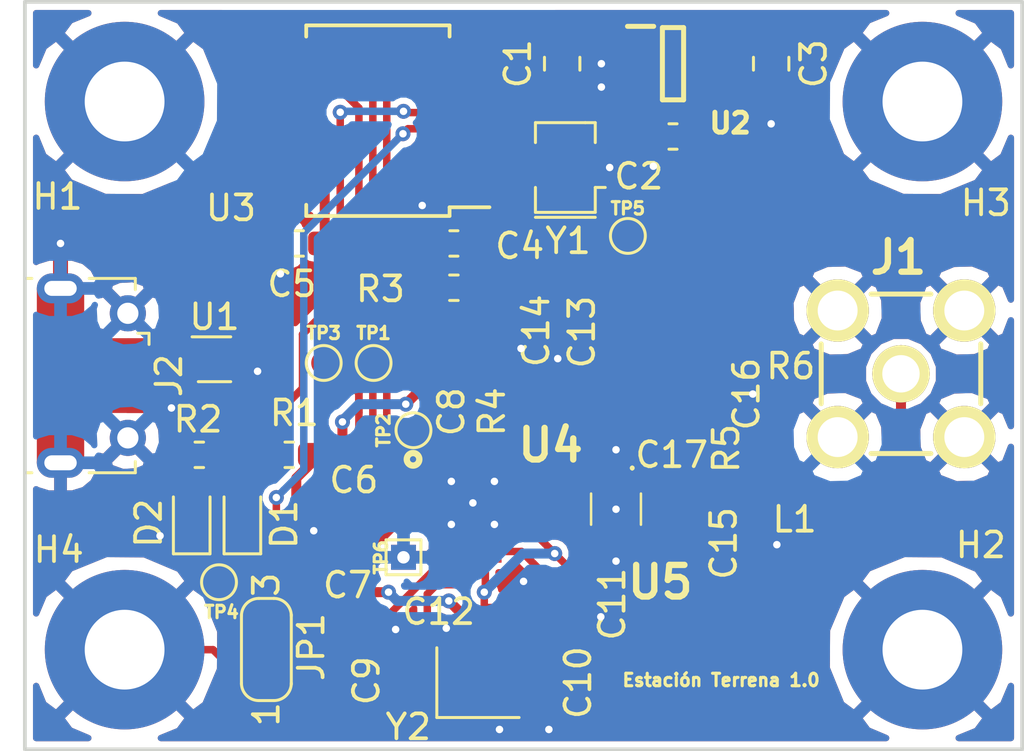
<source format=kicad_pcb>
(kicad_pcb (version 20171130) (host pcbnew "(5.0.1)-4")

  (general
    (thickness 1.6)
    (drawings 5)
    (tracks 460)
    (zones 0)
    (modules 46)
    (nets 40)
  )

  (page A4)
  (layers
    (0 F.Cu signal)
    (31 B.Cu signal)
    (32 B.Adhes user)
    (33 F.Adhes user)
    (34 B.Paste user)
    (35 F.Paste user)
    (36 B.SilkS user)
    (37 F.SilkS user)
    (38 B.Mask user)
    (39 F.Mask user)
    (40 Dwgs.User user)
    (41 Cmts.User user)
    (42 Eco1.User user)
    (43 Eco2.User user)
    (44 Edge.Cuts user)
    (45 Margin user)
    (46 B.CrtYd user)
    (47 F.CrtYd user)
    (48 B.Fab user hide)
    (49 F.Fab user hide)
  )

  (setup
    (last_trace_width 0.2)
    (trace_clearance 0.2)
    (zone_clearance 0.25)
    (zone_45_only no)
    (trace_min 0.2)
    (segment_width 0.2)
    (edge_width 0.15)
    (via_size 0.6)
    (via_drill 0.3)
    (via_min_size 0.6)
    (via_min_drill 0.3)
    (uvia_size 0.3)
    (uvia_drill 0.1)
    (uvias_allowed yes)
    (uvia_min_size 0.2)
    (uvia_min_drill 0.1)
    (pcb_text_width 0.3)
    (pcb_text_size 1.5 1.5)
    (mod_edge_width 0.15)
    (mod_text_size 1 1)
    (mod_text_width 0.15)
    (pad_size 6.4 6.4)
    (pad_drill 3.2)
    (pad_to_mask_clearance 0.2)
    (solder_mask_min_width 0.25)
    (aux_axis_origin -0.014 -0.007)
    (grid_origin -0.014 -0.007)
    (visible_elements 7FFFFFFF)
    (pcbplotparams
      (layerselection 0x010fc_ffffffff)
      (usegerberextensions false)
      (usegerberattributes false)
      (usegerberadvancedattributes false)
      (creategerberjobfile false)
      (excludeedgelayer true)
      (linewidth 0.100000)
      (plotframeref false)
      (viasonmask false)
      (mode 1)
      (useauxorigin false)
      (hpglpennumber 1)
      (hpglpenspeed 20)
      (hpglpendiameter 15.000000)
      (psnegative false)
      (psa4output false)
      (plotreference true)
      (plotvalue true)
      (plotinvisibletext false)
      (padsonsilk false)
      (subtractmaskfromsilk false)
      (outputformat 1)
      (mirror false)
      (drillshape 1)
      (scaleselection 1)
      (outputdirectory ""))
  )

  (net 0 "")
  (net 1 "Net-(D2-Pad2)")
  (net 2 "Net-(D1-Pad2)")
  (net 3 +3V3)
  (net 4 GND)
  (net 5 "Net-(R4-Pad2)")
  (net 6 "Net-(R3-Pad2)")
  (net 7 "Net-(C15-Pad1)")
  (net 8 "Net-(C16-Pad1)")
  (net 9 "Net-(U1-Pad1)")
  (net 10 /USBaSPI/D-)
  (net 11 /USBaSPI/D+)
  (net 12 "Net-(U3-Pad2)")
  (net 13 "Net-(U3-Pad3)")
  (net 14 "Net-(U3-Pad7)")
  (net 15 "Net-(U3-Pad8)")
  (net 16 /USBaSPI/MOSI)
  (net 17 "Net-(U3-Pad10)")
  (net 18 /USBaSPI/SCK)
  (net 19 "Net-(U3-Pad12)")
  (net 20 /USBaSPI/MISO)
  (net 21 "Net-(U3-Pad14)")
  (net 22 "Net-(U3-Pad15)")
  (net 23 "Net-(U3-Pad16)")
  (net 24 /CC1101/ANT)
  (net 25 "Net-(C9-Pad1)")
  (net 26 "Net-(C10-Pad1)")
  (net 27 +5V)
  (net 28 "Net-(J2-Pad4)")
  (net 29 "Net-(C2-Pad1)")
  (net 30 "Net-(C7-Pad1)")
  (net 31 "Net-(U4-Pad3)")
  (net 32 "Net-(U4-Pad6)")
  (net 33 /CC1101/RF_P)
  (net 34 /CC1101/RF_N)
  (net 35 /CC1101/CS)
  (net 36 /USBaSPI/CS)
  (net 37 /USBaSPI/GP1)
  (net 38 "Net-(C17-Pad2)")
  (net 39 "Net-(C17-Pad1)")

  (net_class Default "This is the default net class."
    (clearance 0.2)
    (trace_width 0.2)
    (via_dia 0.6)
    (via_drill 0.3)
    (uvia_dia 0.3)
    (uvia_drill 0.1)
    (add_net +3V3)
    (add_net +5V)
    (add_net /CC1101/ANT)
    (add_net /CC1101/CS)
    (add_net /CC1101/RF_N)
    (add_net /CC1101/RF_P)
    (add_net /USBaSPI/CS)
    (add_net /USBaSPI/D+)
    (add_net /USBaSPI/D-)
    (add_net /USBaSPI/GP1)
    (add_net /USBaSPI/MISO)
    (add_net /USBaSPI/MOSI)
    (add_net /USBaSPI/SCK)
    (add_net GND)
    (add_net "Net-(C10-Pad1)")
    (add_net "Net-(C15-Pad1)")
    (add_net "Net-(C16-Pad1)")
    (add_net "Net-(C17-Pad1)")
    (add_net "Net-(C17-Pad2)")
    (add_net "Net-(C2-Pad1)")
    (add_net "Net-(C7-Pad1)")
    (add_net "Net-(C9-Pad1)")
    (add_net "Net-(D1-Pad2)")
    (add_net "Net-(D2-Pad2)")
    (add_net "Net-(J2-Pad4)")
    (add_net "Net-(R3-Pad2)")
    (add_net "Net-(R4-Pad2)")
    (add_net "Net-(U1-Pad1)")
    (add_net "Net-(U3-Pad10)")
    (add_net "Net-(U3-Pad12)")
    (add_net "Net-(U3-Pad14)")
    (add_net "Net-(U3-Pad15)")
    (add_net "Net-(U3-Pad16)")
    (add_net "Net-(U3-Pad2)")
    (add_net "Net-(U3-Pad3)")
    (add_net "Net-(U3-Pad7)")
    (add_net "Net-(U3-Pad8)")
    (add_net "Net-(U4-Pad3)")
    (add_net "Net-(U4-Pad6)")
  )

  (module Capacitor_SMD:C_0402_1005Metric (layer F.Cu) (tedit 5B301BBE) (tstamp 5C25B466)
    (at 26.493401 19.436401 180)
    (descr "Capacitor SMD 0402 (1005 Metric), square (rectangular) end terminal, IPC_7351 nominal, (Body size source: http://www.tortai-tech.com/upload/download/2011102023233369053.pdf), generated with kicad-footprint-generator")
    (tags capacitor)
    (path /5B9A8077/5C25BE51)
    (attr smd)
    (fp_text reference C17 (at 0.548601 1.257001 180) (layer F.SilkS)
      (effects (font (size 1 1) (thickness 0.15)))
    )
    (fp_text value 100pF (at 0 1.17 180) (layer F.Fab)
      (effects (font (size 1 1) (thickness 0.15)))
    )
    (fp_line (start -0.5 0.25) (end -0.5 -0.25) (layer F.Fab) (width 0.1))
    (fp_line (start -0.5 -0.25) (end 0.5 -0.25) (layer F.Fab) (width 0.1))
    (fp_line (start 0.5 -0.25) (end 0.5 0.25) (layer F.Fab) (width 0.1))
    (fp_line (start 0.5 0.25) (end -0.5 0.25) (layer F.Fab) (width 0.1))
    (fp_line (start -0.93 0.47) (end -0.93 -0.47) (layer F.CrtYd) (width 0.05))
    (fp_line (start -0.93 -0.47) (end 0.93 -0.47) (layer F.CrtYd) (width 0.05))
    (fp_line (start 0.93 -0.47) (end 0.93 0.47) (layer F.CrtYd) (width 0.05))
    (fp_line (start 0.93 0.47) (end -0.93 0.47) (layer F.CrtYd) (width 0.05))
    (fp_text user %R (at 0 0 180) (layer F.Fab)
      (effects (font (size 0.25 0.25) (thickness 0.04)))
    )
    (pad 1 smd roundrect (at -0.485 0 180) (size 0.59 0.64) (layers F.Cu F.Paste F.Mask) (roundrect_rratio 0.25)
      (net 39 "Net-(C17-Pad1)"))
    (pad 2 smd roundrect (at 0.485 0 180) (size 0.59 0.64) (layers F.Cu F.Paste F.Mask) (roundrect_rratio 0.25)
      (net 38 "Net-(C17-Pad2)"))
    (model ${KISYS3DMOD}/Capacitor_SMD.3dshapes/C_0402_1005Metric.wrl
      (at (xyz 0 0 0))
      (scale (xyz 1 1 1))
      (rotate (xyz 0 0 0))
    )
  )

  (module MountingHole:MountingHole_3.2mm_M3_Pad (layer F.Cu) (tedit 56D1B4CB) (tstamp 5BBFA89E)
    (at 36 26)
    (descr "Mounting Hole 3.2mm, M3")
    (tags "mounting hole 3.2mm m3")
    (path /5BBFDA3A)
    (attr virtual)
    (fp_text reference H2 (at 2.34 -4.2) (layer F.SilkS)
      (effects (font (size 1 1) (thickness 0.15)))
    )
    (fp_text value MountingHole_Pad (at 0 4.2) (layer F.Fab)
      (effects (font (size 1 1) (thickness 0.15)))
    )
    (fp_circle (center 0 0) (end 3.45 0) (layer F.CrtYd) (width 0.05))
    (fp_circle (center 0 0) (end 3.2 0) (layer Cmts.User) (width 0.15))
    (fp_text user %R (at 0.3 0) (layer F.Fab)
      (effects (font (size 1 1) (thickness 0.15)))
    )
    (pad 1 thru_hole circle (at 0 0) (size 6.4 6.4) (drill 3.2) (layers *.Cu *.Mask)
      (net 4 GND))
  )

  (module MountingHole:MountingHole_3.2mm_M3_Pad (layer F.Cu) (tedit 56D1B4CB) (tstamp 5BBFA896)
    (at 36 4)
    (descr "Mounting Hole 3.2mm, M3")
    (tags "mounting hole 3.2mm m3")
    (path /5BBFDA66)
    (attr virtual)
    (fp_text reference H3 (at 2.5432 4.0702) (layer F.SilkS)
      (effects (font (size 1 1) (thickness 0.15)))
    )
    (fp_text value MountingHole_Pad (at 0 4.2) (layer F.Fab)
      (effects (font (size 1 1) (thickness 0.15)))
    )
    (fp_text user %R (at 0.3 0) (layer F.Fab)
      (effects (font (size 1 1) (thickness 0.15)))
    )
    (fp_circle (center 0 0) (end 3.2 0) (layer Cmts.User) (width 0.15))
    (fp_circle (center 0 0) (end 3.45 0) (layer F.CrtYd) (width 0.05))
    (pad 1 thru_hole circle (at 0 0) (size 6.4 6.4) (drill 3.2) (layers *.Cu *.Mask)
      (net 4 GND))
  )

  (module MountingHole:MountingHole_3.2mm_M3_Pad (layer F.Cu) (tedit 56D1B4CB) (tstamp 5BBFA88E)
    (at 4 26)
    (descr "Mounting Hole 3.2mm, M3")
    (tags "mounting hole 3.2mm m3")
    (path /5BBFDA96)
    (attr virtual)
    (fp_text reference H4 (at -2.6424 -4.0106) (layer F.SilkS)
      (effects (font (size 1 1) (thickness 0.15)))
    )
    (fp_text value MountingHole_Pad (at 0 4.2) (layer F.Fab)
      (effects (font (size 1 1) (thickness 0.15)))
    )
    (fp_circle (center 0 0) (end 3.45 0) (layer F.CrtYd) (width 0.05))
    (fp_circle (center 0 0) (end 3.2 0) (layer Cmts.User) (width 0.15))
    (fp_text user %R (at 0.3 0) (layer F.Fab)
      (effects (font (size 1 1) (thickness 0.15)))
    )
    (pad 1 thru_hole circle (at 0 0) (size 6.4 6.4) (drill 3.2) (layers *.Cu *.Mask)
      (net 4 GND))
  )

  (module MountingHole:MountingHole_3.2mm_M3_Pad (layer F.Cu) (tedit 56D1B4CB) (tstamp 5BBFA886)
    (at 4 4)
    (descr "Mounting Hole 3.2mm, M3")
    (tags "mounting hole 3.2mm m3")
    (path /5BBFD953)
    (attr virtual)
    (fp_text reference H1 (at -2.6932 3.8162) (layer F.SilkS)
      (effects (font (size 1 1) (thickness 0.15)))
    )
    (fp_text value MountingHole_Pad (at 0 4.2) (layer F.Fab)
      (effects (font (size 1 1) (thickness 0.15)))
    )
    (fp_text user %R (at 0.3 0) (layer F.Fab)
      (effects (font (size 1 1) (thickness 0.15)))
    )
    (fp_circle (center 0 0) (end 3.2 0) (layer Cmts.User) (width 0.15))
    (fp_circle (center 0 0) (end 3.45 0) (layer F.CrtYd) (width 0.05))
    (pad 1 thru_hole circle (at 0 0) (size 6.4 6.4) (drill 3.2) (layers *.Cu *.Mask)
      (net 4 GND))
  )

  (module Capacitor_SMD:C_0402_1005Metric (layer F.Cu) (tedit 5B301BBE) (tstamp 5BC07421)
    (at 29.2238 21.2782 270)
    (descr "Capacitor SMD 0402 (1005 Metric), square (rectangular) end terminal, IPC_7351 nominal, (Body size source: http://www.tortai-tech.com/upload/download/2011102023233369053.pdf), generated with kicad-footprint-generator")
    (tags capacitor)
    (path /5B9A8077/5B9B43C5)
    (attr smd)
    (fp_text reference C15 (at 0.4572 1.1962 270) (layer F.SilkS)
      (effects (font (size 1 1) (thickness 0.15)))
    )
    (fp_text value n.a (at 0 1.17 270) (layer F.Fab)
      (effects (font (size 1 1) (thickness 0.15)))
    )
    (fp_text user %R (at 0 0 270) (layer F.Fab)
      (effects (font (size 0.25 0.25) (thickness 0.04)))
    )
    (fp_line (start 0.93 0.47) (end -0.93 0.47) (layer F.CrtYd) (width 0.05))
    (fp_line (start 0.93 -0.47) (end 0.93 0.47) (layer F.CrtYd) (width 0.05))
    (fp_line (start -0.93 -0.47) (end 0.93 -0.47) (layer F.CrtYd) (width 0.05))
    (fp_line (start -0.93 0.47) (end -0.93 -0.47) (layer F.CrtYd) (width 0.05))
    (fp_line (start 0.5 0.25) (end -0.5 0.25) (layer F.Fab) (width 0.1))
    (fp_line (start 0.5 -0.25) (end 0.5 0.25) (layer F.Fab) (width 0.1))
    (fp_line (start -0.5 -0.25) (end 0.5 -0.25) (layer F.Fab) (width 0.1))
    (fp_line (start -0.5 0.25) (end -0.5 -0.25) (layer F.Fab) (width 0.1))
    (pad 2 smd roundrect (at 0.485 0 270) (size 0.59 0.64) (layers F.Cu F.Paste F.Mask) (roundrect_rratio 0.25)
      (net 4 GND))
    (pad 1 smd roundrect (at -0.485 0 270) (size 0.59 0.64) (layers F.Cu F.Paste F.Mask) (roundrect_rratio 0.25)
      (net 7 "Net-(C15-Pad1)"))
    (model ${KISYS3DMOD}/Capacitor_SMD.3dshapes/C_0402_1005Metric.wrl
      (at (xyz 0 0 0))
      (scale (xyz 1 1 1))
      (rotate (xyz 0 0 0))
    )
  )

  (module Capacitor_SMD:C_0402_1005Metric (layer F.Cu) (tedit 5B301BBE) (tstamp 5BC074C0)
    (at 30.1612 16.249 90)
    (descr "Capacitor SMD 0402 (1005 Metric), square (rectangular) end terminal, IPC_7351 nominal, (Body size source: http://www.tortai-tech.com/upload/download/2011102023233369053.pdf), generated with kicad-footprint-generator")
    (tags capacitor)
    (path /5B9A8077/5B9B73EA)
    (attr smd)
    (fp_text reference C16 (at 0.508 -1.2192 90) (layer F.SilkS)
      (effects (font (size 1 1) (thickness 0.15)))
    )
    (fp_text value n.a (at 0 1.17 90) (layer F.Fab)
      (effects (font (size 1 1) (thickness 0.15)))
    )
    (fp_line (start -0.5 0.25) (end -0.5 -0.25) (layer F.Fab) (width 0.1))
    (fp_line (start -0.5 -0.25) (end 0.5 -0.25) (layer F.Fab) (width 0.1))
    (fp_line (start 0.5 -0.25) (end 0.5 0.25) (layer F.Fab) (width 0.1))
    (fp_line (start 0.5 0.25) (end -0.5 0.25) (layer F.Fab) (width 0.1))
    (fp_line (start -0.93 0.47) (end -0.93 -0.47) (layer F.CrtYd) (width 0.05))
    (fp_line (start -0.93 -0.47) (end 0.93 -0.47) (layer F.CrtYd) (width 0.05))
    (fp_line (start 0.93 -0.47) (end 0.93 0.47) (layer F.CrtYd) (width 0.05))
    (fp_line (start 0.93 0.47) (end -0.93 0.47) (layer F.CrtYd) (width 0.05))
    (fp_text user %R (at 0 0 90) (layer F.Fab)
      (effects (font (size 0.25 0.25) (thickness 0.04)))
    )
    (pad 1 smd roundrect (at -0.485 0 90) (size 0.59 0.64) (layers F.Cu F.Paste F.Mask) (roundrect_rratio 0.25)
      (net 8 "Net-(C16-Pad1)"))
    (pad 2 smd roundrect (at 0.485 0 90) (size 0.59 0.64) (layers F.Cu F.Paste F.Mask) (roundrect_rratio 0.25)
      (net 4 GND))
    (model ${KISYS3DMOD}/Capacitor_SMD.3dshapes/C_0402_1005Metric.wrl
      (at (xyz 0 0 0))
      (scale (xyz 1 1 1))
      (rotate (xyz 0 0 0))
    )
  )

  (module Capacitor_SMD:C_0603_1608Metric (layer F.Cu) (tedit 5B301BBE) (tstamp 5BBF3A66)
    (at 11.0096 9.6958 180)
    (descr "Capacitor SMD 0603 (1608 Metric), square (rectangular) end terminal, IPC_7351 nominal, (Body size source: http://www.tortai-tech.com/upload/download/2011102023233369053.pdf), generated with kicad-footprint-generator")
    (tags capacitor)
    (path /5B9997DB/5BEF7A02)
    (attr smd)
    (fp_text reference C5 (at 0.3048 -1.6256 180) (layer F.SilkS)
      (effects (font (size 1 1) (thickness 0.15)))
    )
    (fp_text value 1uF (at 0 1.43 180) (layer F.Fab)
      (effects (font (size 1 1) (thickness 0.15)))
    )
    (fp_text user %R (at 0 0 180) (layer F.Fab)
      (effects (font (size 0.4 0.4) (thickness 0.06)))
    )
    (fp_line (start 1.48 0.73) (end -1.48 0.73) (layer F.CrtYd) (width 0.05))
    (fp_line (start 1.48 -0.73) (end 1.48 0.73) (layer F.CrtYd) (width 0.05))
    (fp_line (start -1.48 -0.73) (end 1.48 -0.73) (layer F.CrtYd) (width 0.05))
    (fp_line (start -1.48 0.73) (end -1.48 -0.73) (layer F.CrtYd) (width 0.05))
    (fp_line (start -0.162779 0.51) (end 0.162779 0.51) (layer F.SilkS) (width 0.12))
    (fp_line (start -0.162779 -0.51) (end 0.162779 -0.51) (layer F.SilkS) (width 0.12))
    (fp_line (start 0.8 0.4) (end -0.8 0.4) (layer F.Fab) (width 0.1))
    (fp_line (start 0.8 -0.4) (end 0.8 0.4) (layer F.Fab) (width 0.1))
    (fp_line (start -0.8 -0.4) (end 0.8 -0.4) (layer F.Fab) (width 0.1))
    (fp_line (start -0.8 0.4) (end -0.8 -0.4) (layer F.Fab) (width 0.1))
    (pad 2 smd roundrect (at 0.7875 0 180) (size 0.875 0.95) (layers F.Cu F.Paste F.Mask) (roundrect_rratio 0.25)
      (net 4 GND))
    (pad 1 smd roundrect (at -0.7875 0 180) (size 0.875 0.95) (layers F.Cu F.Paste F.Mask) (roundrect_rratio 0.25)
      (net 3 +3V3))
    (model ${KISYS3DMOD}/Capacitor_SMD.3dshapes/C_0603_1608Metric.wrl
      (at (xyz 0 0 0))
      (scale (xyz 1 1 1))
      (rotate (xyz 0 0 0))
    )
  )

  (module Capacitor_SMD:C_0603_1608Metric (layer F.Cu) (tedit 5B301BBE) (tstamp 5BBF3A55)
    (at 17.2072 9.6958 180)
    (descr "Capacitor SMD 0603 (1608 Metric), square (rectangular) end terminal, IPC_7351 nominal, (Body size source: http://www.tortai-tech.com/upload/download/2011102023233369053.pdf), generated with kicad-footprint-generator")
    (tags capacitor)
    (path /5B9997DB/5BEF7387)
    (attr smd)
    (fp_text reference C4 (at -2.6416 -0.1016 180) (layer F.SilkS)
      (effects (font (size 1 1) (thickness 0.15)))
    )
    (fp_text value 100nF (at 0 1.43 180) (layer F.Fab)
      (effects (font (size 1 1) (thickness 0.15)))
    )
    (fp_line (start -0.8 0.4) (end -0.8 -0.4) (layer F.Fab) (width 0.1))
    (fp_line (start -0.8 -0.4) (end 0.8 -0.4) (layer F.Fab) (width 0.1))
    (fp_line (start 0.8 -0.4) (end 0.8 0.4) (layer F.Fab) (width 0.1))
    (fp_line (start 0.8 0.4) (end -0.8 0.4) (layer F.Fab) (width 0.1))
    (fp_line (start -0.162779 -0.51) (end 0.162779 -0.51) (layer F.SilkS) (width 0.12))
    (fp_line (start -0.162779 0.51) (end 0.162779 0.51) (layer F.SilkS) (width 0.12))
    (fp_line (start -1.48 0.73) (end -1.48 -0.73) (layer F.CrtYd) (width 0.05))
    (fp_line (start -1.48 -0.73) (end 1.48 -0.73) (layer F.CrtYd) (width 0.05))
    (fp_line (start 1.48 -0.73) (end 1.48 0.73) (layer F.CrtYd) (width 0.05))
    (fp_line (start 1.48 0.73) (end -1.48 0.73) (layer F.CrtYd) (width 0.05))
    (fp_text user %R (at 0 0 180) (layer F.Fab)
      (effects (font (size 0.4 0.4) (thickness 0.06)))
    )
    (pad 1 smd roundrect (at -0.7875 0 180) (size 0.875 0.95) (layers F.Cu F.Paste F.Mask) (roundrect_rratio 0.25)
      (net 3 +3V3))
    (pad 2 smd roundrect (at 0.7875 0 180) (size 0.875 0.95) (layers F.Cu F.Paste F.Mask) (roundrect_rratio 0.25)
      (net 4 GND))
    (model ${KISYS3DMOD}/Capacitor_SMD.3dshapes/C_0603_1608Metric.wrl
      (at (xyz 0 0 0))
      (scale (xyz 1 1 1))
      (rotate (xyz 0 0 0))
    )
  )

  (module Capacitor_SMD:C_0603_1608Metric (layer F.Cu) (tedit 5B301BBE) (tstamp 5BBF3A44)
    (at 25.9956 5.4032 180)
    (descr "Capacitor SMD 0603 (1608 Metric), square (rectangular) end terminal, IPC_7351 nominal, (Body size source: http://www.tortai-tech.com/upload/download/2011102023233369053.pdf), generated with kicad-footprint-generator")
    (tags capacitor)
    (path /5B9997DB/5BEF66A0)
    (attr smd)
    (fp_text reference C2 (at 1.3716 -1.6002 180) (layer F.SilkS)
      (effects (font (size 1 1) (thickness 0.15)))
    )
    (fp_text value 100nF (at 0 1.43 180) (layer F.Fab)
      (effects (font (size 1 1) (thickness 0.15)))
    )
    (fp_text user %R (at 0 0 180) (layer F.Fab)
      (effects (font (size 0.4 0.4) (thickness 0.06)))
    )
    (fp_line (start 1.48 0.73) (end -1.48 0.73) (layer F.CrtYd) (width 0.05))
    (fp_line (start 1.48 -0.73) (end 1.48 0.73) (layer F.CrtYd) (width 0.05))
    (fp_line (start -1.48 -0.73) (end 1.48 -0.73) (layer F.CrtYd) (width 0.05))
    (fp_line (start -1.48 0.73) (end -1.48 -0.73) (layer F.CrtYd) (width 0.05))
    (fp_line (start -0.162779 0.51) (end 0.162779 0.51) (layer F.SilkS) (width 0.12))
    (fp_line (start -0.162779 -0.51) (end 0.162779 -0.51) (layer F.SilkS) (width 0.12))
    (fp_line (start 0.8 0.4) (end -0.8 0.4) (layer F.Fab) (width 0.1))
    (fp_line (start 0.8 -0.4) (end 0.8 0.4) (layer F.Fab) (width 0.1))
    (fp_line (start -0.8 -0.4) (end 0.8 -0.4) (layer F.Fab) (width 0.1))
    (fp_line (start -0.8 0.4) (end -0.8 -0.4) (layer F.Fab) (width 0.1))
    (pad 2 smd roundrect (at 0.7875 0 180) (size 0.875 0.95) (layers F.Cu F.Paste F.Mask) (roundrect_rratio 0.25)
      (net 4 GND))
    (pad 1 smd roundrect (at -0.7875 0 180) (size 0.875 0.95) (layers F.Cu F.Paste F.Mask) (roundrect_rratio 0.25)
      (net 29 "Net-(C2-Pad1)"))
    (model ${KISYS3DMOD}/Capacitor_SMD.3dshapes/C_0603_1608Metric.wrl
      (at (xyz 0 0 0))
      (scale (xyz 1 1 1))
      (rotate (xyz 0 0 0))
    )
  )

  (module Capacitor_SMD:C_0805_2012Metric (layer F.Cu) (tedit 5B36C52B) (tstamp 5BBF3A22)
    (at 29.9326 2.4822 270)
    (descr "Capacitor SMD 0805 (2012 Metric), square (rectangular) end terminal, IPC_7351 nominal, (Body size source: https://docs.google.com/spreadsheets/d/1BsfQQcO9C6DZCsRaXUlFlo91Tg2WpOkGARC1WS5S8t0/edit?usp=sharing), generated with kicad-footprint-generator")
    (tags capacitor)
    (path /5B9997DB/5BEF6530)
    (attr smd)
    (fp_text reference C3 (at 0 -1.7018 270) (layer F.SilkS)
      (effects (font (size 1 1) (thickness 0.15)))
    )
    (fp_text value 2.2uF (at 0 1.65 270) (layer F.Fab)
      (effects (font (size 1 1) (thickness 0.15)))
    )
    (fp_text user %R (at 0 0 270) (layer F.Fab)
      (effects (font (size 0.5 0.5) (thickness 0.08)))
    )
    (fp_line (start 1.68 0.95) (end -1.68 0.95) (layer F.CrtYd) (width 0.05))
    (fp_line (start 1.68 -0.95) (end 1.68 0.95) (layer F.CrtYd) (width 0.05))
    (fp_line (start -1.68 -0.95) (end 1.68 -0.95) (layer F.CrtYd) (width 0.05))
    (fp_line (start -1.68 0.95) (end -1.68 -0.95) (layer F.CrtYd) (width 0.05))
    (fp_line (start -0.258578 0.71) (end 0.258578 0.71) (layer F.SilkS) (width 0.12))
    (fp_line (start -0.258578 -0.71) (end 0.258578 -0.71) (layer F.SilkS) (width 0.12))
    (fp_line (start 1 0.6) (end -1 0.6) (layer F.Fab) (width 0.1))
    (fp_line (start 1 -0.6) (end 1 0.6) (layer F.Fab) (width 0.1))
    (fp_line (start -1 -0.6) (end 1 -0.6) (layer F.Fab) (width 0.1))
    (fp_line (start -1 0.6) (end -1 -0.6) (layer F.Fab) (width 0.1))
    (pad 2 smd roundrect (at 0.9375 0 270) (size 0.975 1.4) (layers F.Cu F.Paste F.Mask) (roundrect_rratio 0.25)
      (net 4 GND))
    (pad 1 smd roundrect (at -0.9375 0 270) (size 0.975 1.4) (layers F.Cu F.Paste F.Mask) (roundrect_rratio 0.25)
      (net 3 +3V3))
    (model ${KISYS3DMOD}/Capacitor_SMD.3dshapes/C_0805_2012Metric.wrl
      (at (xyz 0 0 0))
      (scale (xyz 1 1 1))
      (rotate (xyz 0 0 0))
    )
  )

  (module Capacitor_SMD:C_0805_2012Metric (layer F.Cu) (tedit 5B36C52B) (tstamp 5BBF3A11)
    (at 21.5506 2.4822 270)
    (descr "Capacitor SMD 0805 (2012 Metric), square (rectangular) end terminal, IPC_7351 nominal, (Body size source: https://docs.google.com/spreadsheets/d/1BsfQQcO9C6DZCsRaXUlFlo91Tg2WpOkGARC1WS5S8t0/edit?usp=sharing), generated with kicad-footprint-generator")
    (tags capacitor)
    (path /5B9997DB/5B99A90A)
    (attr smd)
    (fp_text reference C1 (at 0 1.778 90) (layer F.SilkS)
      (effects (font (size 1 1) (thickness 0.15)))
    )
    (fp_text value 2.2uF (at 0 1.65 270) (layer F.Fab)
      (effects (font (size 1 1) (thickness 0.15)))
    )
    (fp_line (start -1 0.6) (end -1 -0.6) (layer F.Fab) (width 0.1))
    (fp_line (start -1 -0.6) (end 1 -0.6) (layer F.Fab) (width 0.1))
    (fp_line (start 1 -0.6) (end 1 0.6) (layer F.Fab) (width 0.1))
    (fp_line (start 1 0.6) (end -1 0.6) (layer F.Fab) (width 0.1))
    (fp_line (start -0.258578 -0.71) (end 0.258578 -0.71) (layer F.SilkS) (width 0.12))
    (fp_line (start -0.258578 0.71) (end 0.258578 0.71) (layer F.SilkS) (width 0.12))
    (fp_line (start -1.68 0.95) (end -1.68 -0.95) (layer F.CrtYd) (width 0.05))
    (fp_line (start -1.68 -0.95) (end 1.68 -0.95) (layer F.CrtYd) (width 0.05))
    (fp_line (start 1.68 -0.95) (end 1.68 0.95) (layer F.CrtYd) (width 0.05))
    (fp_line (start 1.68 0.95) (end -1.68 0.95) (layer F.CrtYd) (width 0.05))
    (fp_text user %R (at 0 0 270) (layer F.Fab)
      (effects (font (size 0.5 0.5) (thickness 0.08)))
    )
    (pad 1 smd roundrect (at -0.9375 0 270) (size 0.975 1.4) (layers F.Cu F.Paste F.Mask) (roundrect_rratio 0.25)
      (net 27 +5V))
    (pad 2 smd roundrect (at 0.9375 0 270) (size 0.975 1.4) (layers F.Cu F.Paste F.Mask) (roundrect_rratio 0.25)
      (net 4 GND))
    (model ${KISYS3DMOD}/Capacitor_SMD.3dshapes/C_0805_2012Metric.wrl
      (at (xyz 0 0 0))
      (scale (xyz 1 1 1))
      (rotate (xyz 0 0 0))
    )
  )

  (module Connector_USB:USB_Micro-B_Molex-105017-0001 (layer F.Cu) (tedit 5BBF87AB) (tstamp 5BBF3A00)
    (at 2.667 15 270)
    (descr http://www.molex.com/pdm_docs/sd/1050170001_sd.pdf)
    (tags "Micro-USB SMD Typ-B")
    (path /5B9997DB/5B99984B)
    (attr smd)
    (fp_text reference J2 (at 0 -3.1125 270) (layer F.SilkS)
      (effects (font (size 1 1) (thickness 0.15)))
    )
    (fp_text value USB_B_Micro (at 0.3 4.3375 270) (layer F.Fab)
      (effects (font (size 1 1) (thickness 0.15)))
    )
    (fp_text user "PCB Edge" (at 0 2.6875 270) (layer Dwgs.User)
      (effects (font (size 0.5 0.5) (thickness 0.08)))
    )
    (fp_text user %R (at 0 0.8875 270) (layer F.Fab)
      (effects (font (size 1 1) (thickness 0.15)))
    )
    (fp_line (start -4.4 3.64) (end 4.4 3.64) (layer F.CrtYd) (width 0.05))
    (fp_line (start 4.4 -2.46) (end 4.4 3.64) (layer F.CrtYd) (width 0.05))
    (fp_line (start -4.4 -2.46) (end 4.4 -2.46) (layer F.CrtYd) (width 0.05))
    (fp_line (start -4.4 3.64) (end -4.4 -2.46) (layer F.CrtYd) (width 0.05))
    (fp_line (start -3.9 -1.7625) (end -3.45 -1.7625) (layer F.SilkS) (width 0.12))
    (fp_line (start -3.9 0.0875) (end -3.9 -1.7625) (layer F.SilkS) (width 0.12))
    (fp_line (start 3.9 2.6375) (end 3.9 2.3875) (layer F.SilkS) (width 0.12))
    (fp_line (start 3.75 3.3875) (end 3.75 -1.6125) (layer F.Fab) (width 0.1))
    (fp_line (start -3 2.689204) (end 3 2.689204) (layer F.Fab) (width 0.1))
    (fp_line (start -3.75 3.389204) (end 3.75 3.389204) (layer F.Fab) (width 0.1))
    (fp_line (start -3.75 -1.6125) (end 3.75 -1.6125) (layer F.Fab) (width 0.1))
    (fp_line (start -3.75 3.3875) (end -3.75 -1.6125) (layer F.Fab) (width 0.1))
    (fp_line (start -3.9 2.6375) (end -3.9 2.3875) (layer F.SilkS) (width 0.12))
    (fp_line (start 3.9 0.0875) (end 3.9 -1.7625) (layer F.SilkS) (width 0.12))
    (fp_line (start 3.9 -1.7625) (end 3.45 -1.7625) (layer F.SilkS) (width 0.12))
    (fp_line (start -1.7 -2.3125) (end -1.25 -2.3125) (layer F.SilkS) (width 0.12))
    (fp_line (start -1.7 -2.3125) (end -1.7 -1.8625) (layer F.SilkS) (width 0.12))
    (fp_line (start -1.3 -1.7125) (end -1.5 -1.9125) (layer F.Fab) (width 0.1))
    (fp_line (start -1.1 -1.9125) (end -1.3 -1.7125) (layer F.Fab) (width 0.1))
    (fp_line (start -1.5 -2.1225) (end -1.1 -2.1225) (layer F.Fab) (width 0.1))
    (fp_line (start -1.5 -2.1225) (end -1.5 -1.9125) (layer F.Fab) (width 0.1))
    (fp_line (start -1.1 -2.1225) (end -1.1 -1.9125) (layer F.Fab) (width 0.1))
    (pad 6 smd rect (at 1 1.2375 270) (size 1.5 1.9) (layers F.Cu F.Paste F.Mask)
      (net 4 GND))
    (pad 6 thru_hole circle (at -2.5 -1.4625 270) (size 1.45 1.45) (drill 0.85) (layers *.Cu *.Mask)
      (net 4 GND))
    (pad 2 smd rect (at -0.65 -1.4625 270) (size 0.4 1.35) (layers F.Cu F.Paste F.Mask)
      (net 10 /USBaSPI/D-))
    (pad 1 smd rect (at -1.3 -1.4625 270) (size 0.4 1.35) (layers F.Cu F.Paste F.Mask)
      (net 27 +5V))
    (pad 5 smd rect (at 1.3 -1.4625 270) (size 0.4 1.35) (layers F.Cu F.Paste F.Mask)
      (net 4 GND))
    (pad 4 smd rect (at 0.65 -1.4625 270) (size 0.4 1.35) (layers F.Cu F.Paste F.Mask)
      (net 28 "Net-(J2-Pad4)"))
    (pad 3 smd rect (at 0 -1.4625 270) (size 0.4 1.35) (layers F.Cu F.Paste F.Mask)
      (net 11 /USBaSPI/D+))
    (pad 6 thru_hole circle (at 2.5 -1.4625 270) (size 1.45 1.45) (drill 0.85) (layers *.Cu *.Mask)
      (net 4 GND))
    (pad 6 smd rect (at -1 1.2375 270) (size 1.5 1.9) (layers F.Cu F.Paste F.Mask)
      (net 4 GND))
    (pad 6 thru_hole oval (at -3.5 1.2375 90) (size 1.2 1.9) (drill oval 0.6 1.3) (layers *.Cu *.Mask)
      (net 4 GND))
    (pad 6 thru_hole oval (at 3.5 1.2375 270) (size 1.2 1.9) (drill oval 0.6 1.3) (layers *.Cu *.Mask)
      (net 4 GND))
    (pad 6 smd rect (at 2.9 1.2375 270) (size 1.2 1.9) (layers F.Cu F.Mask)
      (net 4 GND))
    (pad 6 smd rect (at -2.9 1.2375 270) (size 1.2 1.9) (layers F.Cu F.Mask)
      (net 4 GND))
    (model "${KIPRJMOD}/../Librerias KICAD/packages3D/USB_Micro-B_Molex_47346-0001.step"
      (at (xyz 0 0 0))
      (scale (xyz 1 1 1))
      (rotate (xyz 0 0 0))
    )
  )

  (module Crystal:Crystal_SMD_2520-4Pin_2.5x2.0mm (layer F.Cu) (tedit 5A0FD1B2) (tstamp 5BC07550)
    (at 18.1724 27.3234)
    (descr "SMD Crystal SERIES SMD2520/4 http://www.newxtal.com/UploadFiles/Images/2012-11-12-09-29-09-776.pdf, 2.5x2.0mm^2 package")
    (tags "SMD SMT crystal")
    (path /5B9A8077/5BEFC211)
    (attr smd)
    (fp_text reference Y2 (at -2.794 1.778) (layer F.SilkS)
      (effects (font (size 1 1) (thickness 0.15)))
    )
    (fp_text value "26 MHz" (at 0 2.2) (layer F.Fab)
      (effects (font (size 1 1) (thickness 0.15)))
    )
    (fp_text user %R (at 0 0) (layer F.Fab)
      (effects (font (size 0.6 0.6) (thickness 0.09)))
    )
    (fp_line (start -1.15 -1) (end 1.15 -1) (layer F.Fab) (width 0.1))
    (fp_line (start 1.15 -1) (end 1.25 -0.9) (layer F.Fab) (width 0.1))
    (fp_line (start 1.25 -0.9) (end 1.25 0.9) (layer F.Fab) (width 0.1))
    (fp_line (start 1.25 0.9) (end 1.15 1) (layer F.Fab) (width 0.1))
    (fp_line (start 1.15 1) (end -1.15 1) (layer F.Fab) (width 0.1))
    (fp_line (start -1.15 1) (end -1.25 0.9) (layer F.Fab) (width 0.1))
    (fp_line (start -1.25 0.9) (end -1.25 -0.9) (layer F.Fab) (width 0.1))
    (fp_line (start -1.25 -0.9) (end -1.15 -1) (layer F.Fab) (width 0.1))
    (fp_line (start -1.25 0) (end -0.25 1) (layer F.Fab) (width 0.1))
    (fp_line (start -1.65 -1.4) (end -1.65 1.4) (layer F.SilkS) (width 0.12))
    (fp_line (start -1.65 1.4) (end 1.65 1.4) (layer F.SilkS) (width 0.12))
    (fp_line (start -1.7 -1.5) (end -1.7 1.5) (layer F.CrtYd) (width 0.05))
    (fp_line (start -1.7 1.5) (end 1.7 1.5) (layer F.CrtYd) (width 0.05))
    (fp_line (start 1.7 1.5) (end 1.7 -1.5) (layer F.CrtYd) (width 0.05))
    (fp_line (start 1.7 -1.5) (end -1.7 -1.5) (layer F.CrtYd) (width 0.05))
    (pad 1 smd rect (at -0.875 0.7) (size 1.15 1) (layers F.Cu F.Paste F.Mask)
      (net 25 "Net-(C9-Pad1)"))
    (pad 2 smd rect (at 0.875 0.7) (size 1.15 1) (layers F.Cu F.Paste F.Mask)
      (net 4 GND))
    (pad 3 smd rect (at 0.875 -0.7) (size 1.15 1) (layers F.Cu F.Paste F.Mask)
      (net 26 "Net-(C10-Pad1)"))
    (pad 4 smd rect (at -0.875 -0.7) (size 1.15 1) (layers F.Cu F.Paste F.Mask)
      (net 4 GND))
    (model "${KIPRJMOD}/../Librerias KICAD/packages3D/Crystal_SMD_2520-4pin_2.5x2.0mm.wrl"
      (at (xyz 0 0 0))
      (scale (xyz 1 1 1))
      (rotate (xyz 0 0 0))
    )
  )

  (module Crystal:Resonator_SMD_muRata_CSTxExxV-3Pin_3.0x1.1mm (layer F.Cu) (tedit 5AD358ED) (tstamp 5BBFD00A)
    (at 21.6776 6.6478 90)
    (descr "SMD Resomator/Filter Murata CSTCE, https://www.murata.com/en-eu/products/productdata/8801162264606/SPEC-CSTNE16M0VH3C000R0.pdf")
    (tags "SMD SMT ceramic resonator filter")
    (path /5B9997DB/5B99C800)
    (attr smd)
    (fp_text reference Y1 (at -2.9452 0.1084) (layer F.SilkS)
      (effects (font (size 1 1) (thickness 0.15)))
    )
    (fp_text value 12MHz (at 0 1.8 90) (layer F.Fab)
      (effects (font (size 0.2 0.2) (thickness 0.03)))
    )
    (fp_text user %R (at 0.1 -0.05 90) (layer F.Fab)
      (effects (font (size 0.6 0.6) (thickness 0.08)))
    )
    (fp_line (start 1.8 1.2) (end 1 1.2) (layer F.SilkS) (width 0.12))
    (fp_line (start 1.8 -1.2) (end 1.8 0.8) (layer F.SilkS) (width 0.12))
    (fp_line (start 1 -1.2) (end 1.8 -1.2) (layer F.SilkS) (width 0.12))
    (fp_line (start -1.8 -1.2) (end -0.8 -1.2) (layer F.SilkS) (width 0.12))
    (fp_line (start -1.8 0.8) (end -1.8 -1.2) (layer F.SilkS) (width 0.12))
    (fp_line (start -0.8 1.2) (end -1.8 1.2) (layer F.SilkS) (width 0.12))
    (fp_line (start -0.8 1.2) (end -0.8 1.6) (layer F.SilkS) (width 0.12))
    (fp_line (start -2 -1.2) (end -2 0.8) (layer F.SilkS) (width 0.12))
    (fp_line (start 1.8 0.8) (end 1.8 1.2) (layer F.SilkS) (width 0.12))
    (fp_line (start -1.8 0.8) (end -1.8 1.2) (layer F.SilkS) (width 0.12))
    (fp_line (start -2 0.8) (end -2 1.2) (layer F.SilkS) (width 0.12))
    (fp_line (start 1.5 0.8) (end 1.5 -0.8) (layer F.Fab) (width 0.1))
    (fp_line (start 1.5 -0.8) (end -1.5 -0.8) (layer F.Fab) (width 0.1))
    (fp_line (start -1 0.8) (end -1.5 0.3) (layer F.Fab) (width 0.1))
    (fp_line (start -1 0.8) (end 1.5 0.8) (layer F.Fab) (width 0.1))
    (fp_line (start -1.5 0.3) (end -1.5 -0.8) (layer F.Fab) (width 0.1))
    (fp_line (start 1.75 1.2) (end -1.75 1.2) (layer F.CrtYd) (width 0.05))
    (fp_line (start -1.75 -1.2) (end 1.75 -1.2) (layer F.CrtYd) (width 0.05))
    (fp_line (start 1.75 -1.2) (end 1.75 1.2) (layer F.CrtYd) (width 0.05))
    (fp_line (start -1.75 1.2) (end -1.75 -1.2) (layer F.CrtYd) (width 0.05))
    (pad 1 smd rect (at -1.2 0 90) (size 0.4 1.9) (layers F.Cu F.Paste F.Mask)
      (net 12 "Net-(U3-Pad2)"))
    (pad 2 smd rect (at 0 0 90) (size 0.4 1.9) (layers F.Cu F.Paste F.Mask)
      (net 4 GND))
    (pad 3 smd rect (at 1.2 0 90) (size 0.4 1.9) (layers F.Cu F.Paste F.Mask)
      (net 13 "Net-(U3-Pad3)"))
    (model "${KIPRJMOD}/../Librerias KICAD/packages3D/CSTNE12M0GH5L000R0.STEP"
      (at (xyz 0 0 0))
      (scale (xyz 1 1 1))
      (rotate (xyz 90 180 0))
    )
  )

  (module Inductor_SMD:L_0402_1005Metric (layer F.Cu) (tedit 5B301BBE) (tstamp 5BC074F3)
    (at 30.8494 19.4494)
    (descr "Inductor SMD 0402 (1005 Metric), square (rectangular) end terminal, IPC_7351 nominal, (Body size source: http://www.tortai-tech.com/upload/download/2011102023233369053.pdf), generated with kicad-footprint-generator")
    (tags inductor)
    (path /5B9A8077/5B9B4522)
    (attr smd)
    (fp_text reference L1 (at 0.023 1.3208) (layer F.SilkS)
      (effects (font (size 1 1) (thickness 0.15)))
    )
    (fp_text value 12nH (at 0 1.17) (layer F.Fab)
      (effects (font (size 1 1) (thickness 0.15)))
    )
    (fp_line (start -0.5 0.25) (end -0.5 -0.25) (layer F.Fab) (width 0.1))
    (fp_line (start -0.5 -0.25) (end 0.5 -0.25) (layer F.Fab) (width 0.1))
    (fp_line (start 0.5 -0.25) (end 0.5 0.25) (layer F.Fab) (width 0.1))
    (fp_line (start 0.5 0.25) (end -0.5 0.25) (layer F.Fab) (width 0.1))
    (fp_line (start -0.93 0.47) (end -0.93 -0.47) (layer F.CrtYd) (width 0.05))
    (fp_line (start -0.93 -0.47) (end 0.93 -0.47) (layer F.CrtYd) (width 0.05))
    (fp_line (start 0.93 -0.47) (end 0.93 0.47) (layer F.CrtYd) (width 0.05))
    (fp_line (start 0.93 0.47) (end -0.93 0.47) (layer F.CrtYd) (width 0.05))
    (fp_text user %R (at 0 0) (layer F.Fab)
      (effects (font (size 0.25 0.25) (thickness 0.04)))
    )
    (pad 1 smd roundrect (at -0.485 0) (size 0.59 0.64) (layers F.Cu F.Paste F.Mask) (roundrect_rratio 0.25)
      (net 8 "Net-(C16-Pad1)"))
    (pad 2 smd roundrect (at 0.485 0) (size 0.59 0.64) (layers F.Cu F.Paste F.Mask) (roundrect_rratio 0.25)
      (net 24 /CC1101/ANT))
    (model ${KISYS3DMOD}/Inductor_SMD.3dshapes/L_0402_1005Metric.wrl
      (at (xyz 0 0 0))
      (scale (xyz 1 1 1))
      (rotate (xyz 0 0 0))
    )
  )

  (module LED_SMD:LED_0603_1608Metric (layer F.Cu) (tedit 5B301BBE) (tstamp 5BBF3994)
    (at 8.7236 20.6686 90)
    (descr "LED SMD 0603 (1608 Metric), square (rectangular) end terminal, IPC_7351 nominal, (Body size source: http://www.tortai-tech.com/upload/download/2011102023233369053.pdf), generated with kicad-footprint-generator")
    (tags diode)
    (path /5B9997DB/5B9AEC37)
    (attr smd)
    (fp_text reference D1 (at -0.3048 1.6764 90) (layer F.SilkS)
      (effects (font (size 1 1) (thickness 0.15)))
    )
    (fp_text value Verde (at 0 1.43 90) (layer F.Fab)
      (effects (font (size 1 1) (thickness 0.15)))
    )
    (fp_text user %R (at 0 0 90) (layer F.Fab)
      (effects (font (size 0.4 0.4) (thickness 0.06)))
    )
    (fp_line (start 1.48 0.73) (end -1.48 0.73) (layer F.CrtYd) (width 0.05))
    (fp_line (start 1.48 -0.73) (end 1.48 0.73) (layer F.CrtYd) (width 0.05))
    (fp_line (start -1.48 -0.73) (end 1.48 -0.73) (layer F.CrtYd) (width 0.05))
    (fp_line (start -1.48 0.73) (end -1.48 -0.73) (layer F.CrtYd) (width 0.05))
    (fp_line (start -1.485 0.735) (end 0.8 0.735) (layer F.SilkS) (width 0.12))
    (fp_line (start -1.485 -0.735) (end -1.485 0.735) (layer F.SilkS) (width 0.12))
    (fp_line (start 0.8 -0.735) (end -1.485 -0.735) (layer F.SilkS) (width 0.12))
    (fp_line (start 0.8 0.4) (end 0.8 -0.4) (layer F.Fab) (width 0.1))
    (fp_line (start -0.8 0.4) (end 0.8 0.4) (layer F.Fab) (width 0.1))
    (fp_line (start -0.8 -0.1) (end -0.8 0.4) (layer F.Fab) (width 0.1))
    (fp_line (start -0.5 -0.4) (end -0.8 -0.1) (layer F.Fab) (width 0.1))
    (fp_line (start 0.8 -0.4) (end -0.5 -0.4) (layer F.Fab) (width 0.1))
    (pad 2 smd roundrect (at 0.7875 0 90) (size 0.875 0.95) (layers F.Cu F.Paste F.Mask) (roundrect_rratio 0.25)
      (net 2 "Net-(D1-Pad2)"))
    (pad 1 smd roundrect (at -0.7875 0 90) (size 0.875 0.95) (layers F.Cu F.Paste F.Mask) (roundrect_rratio 0.25)
      (net 4 GND))
    (model ${KISYS3DMOD}/LED_SMD.3dshapes/LED_0603_1608Metric.wrl
      (at (xyz 0 0 0))
      (scale (xyz 1 1 1))
      (rotate (xyz 0 0 0))
    )
  )

  (module LED_SMD:LED_0603_1608Metric (layer F.Cu) (tedit 5B301BBE) (tstamp 5BBFED4D)
    (at 6.6916 20.6686 90)
    (descr "LED SMD 0603 (1608 Metric), square (rectangular) end terminal, IPC_7351 nominal, (Body size source: http://www.tortai-tech.com/upload/download/2011102023233369053.pdf), generated with kicad-footprint-generator")
    (tags diode)
    (path /5B9997DB/5BEF5ED7)
    (attr smd)
    (fp_text reference D2 (at -0.254 -1.7272 90) (layer F.SilkS)
      (effects (font (size 1 1) (thickness 0.15)))
    )
    (fp_text value Rojo (at 0 1.43 90) (layer F.Fab)
      (effects (font (size 1 1) (thickness 0.15)))
    )
    (fp_line (start 0.8 -0.4) (end -0.5 -0.4) (layer F.Fab) (width 0.1))
    (fp_line (start -0.5 -0.4) (end -0.8 -0.1) (layer F.Fab) (width 0.1))
    (fp_line (start -0.8 -0.1) (end -0.8 0.4) (layer F.Fab) (width 0.1))
    (fp_line (start -0.8 0.4) (end 0.8 0.4) (layer F.Fab) (width 0.1))
    (fp_line (start 0.8 0.4) (end 0.8 -0.4) (layer F.Fab) (width 0.1))
    (fp_line (start 0.8 -0.735) (end -1.485 -0.735) (layer F.SilkS) (width 0.12))
    (fp_line (start -1.485 -0.735) (end -1.485 0.735) (layer F.SilkS) (width 0.12))
    (fp_line (start -1.485 0.735) (end 0.8 0.735) (layer F.SilkS) (width 0.12))
    (fp_line (start -1.48 0.73) (end -1.48 -0.73) (layer F.CrtYd) (width 0.05))
    (fp_line (start -1.48 -0.73) (end 1.48 -0.73) (layer F.CrtYd) (width 0.05))
    (fp_line (start 1.48 -0.73) (end 1.48 0.73) (layer F.CrtYd) (width 0.05))
    (fp_line (start 1.48 0.73) (end -1.48 0.73) (layer F.CrtYd) (width 0.05))
    (fp_text user %R (at 0 0 90) (layer F.Fab)
      (effects (font (size 0.4 0.4) (thickness 0.06)))
    )
    (pad 1 smd roundrect (at -0.7875 0 90) (size 0.875 0.95) (layers F.Cu F.Paste F.Mask) (roundrect_rratio 0.25)
      (net 4 GND))
    (pad 2 smd roundrect (at 0.7875 0 90) (size 0.875 0.95) (layers F.Cu F.Paste F.Mask) (roundrect_rratio 0.25)
      (net 1 "Net-(D2-Pad2)"))
    (model ${KISYS3DMOD}/LED_SMD.3dshapes/LED_0603_1608Metric.wrl
      (at (xyz 0 0 0))
      (scale (xyz 1 1 1))
      (rotate (xyz 0 0 0))
    )
  )

  (module Package_SO:SSOP-20_5.3x7.2mm_P0.65mm (layer F.Cu) (tedit 5A02F25C) (tstamp 5BBFE02A)
    (at 14.1592 4.7682 180)
    (descr "20-Lead Plastic Shrink Small Outline (SS)-5.30 mm Body [SSOP] (see Microchip Packaging Specification 00000049BS.pdf)")
    (tags "SSOP 0.65")
    (path /5B9997DB/5B9999E2)
    (attr smd)
    (fp_text reference U3 (at 5.8928 -3.5052 180) (layer F.SilkS)
      (effects (font (size 1 1) (thickness 0.15)))
    )
    (fp_text value MCP2210 (at 0 4.75 180) (layer F.Fab)
      (effects (font (size 1 1) (thickness 0.15)))
    )
    (fp_line (start -1.65 -3.6) (end 2.65 -3.6) (layer F.Fab) (width 0.15))
    (fp_line (start 2.65 -3.6) (end 2.65 3.6) (layer F.Fab) (width 0.15))
    (fp_line (start 2.65 3.6) (end -2.65 3.6) (layer F.Fab) (width 0.15))
    (fp_line (start -2.65 3.6) (end -2.65 -2.6) (layer F.Fab) (width 0.15))
    (fp_line (start -2.65 -2.6) (end -1.65 -3.6) (layer F.Fab) (width 0.15))
    (fp_line (start -4.75 -4) (end -4.75 4) (layer F.CrtYd) (width 0.05))
    (fp_line (start 4.75 -4) (end 4.75 4) (layer F.CrtYd) (width 0.05))
    (fp_line (start -4.75 -4) (end 4.75 -4) (layer F.CrtYd) (width 0.05))
    (fp_line (start -4.75 4) (end 4.75 4) (layer F.CrtYd) (width 0.05))
    (fp_line (start -2.875 -3.825) (end -2.875 -3.475) (layer F.SilkS) (width 0.15))
    (fp_line (start 2.875 -3.825) (end 2.875 -3.375) (layer F.SilkS) (width 0.15))
    (fp_line (start 2.875 3.825) (end 2.875 3.375) (layer F.SilkS) (width 0.15))
    (fp_line (start -2.875 3.825) (end -2.875 3.375) (layer F.SilkS) (width 0.15))
    (fp_line (start -2.875 -3.825) (end 2.875 -3.825) (layer F.SilkS) (width 0.15))
    (fp_line (start -2.875 3.825) (end 2.875 3.825) (layer F.SilkS) (width 0.15))
    (fp_line (start -2.875 -3.475) (end -4.475 -3.475) (layer F.SilkS) (width 0.15))
    (fp_text user %R (at 0 0 180) (layer F.Fab)
      (effects (font (size 0.8 0.8) (thickness 0.15)))
    )
    (pad 1 smd rect (at -3.6 -2.925 180) (size 1.75 0.45) (layers F.Cu F.Paste F.Mask)
      (net 3 +3V3))
    (pad 2 smd rect (at -3.6 -2.275 180) (size 1.75 0.45) (layers F.Cu F.Paste F.Mask)
      (net 12 "Net-(U3-Pad2)"))
    (pad 3 smd rect (at -3.6 -1.625 180) (size 1.75 0.45) (layers F.Cu F.Paste F.Mask)
      (net 13 "Net-(U3-Pad3)"))
    (pad 4 smd rect (at -3.6 -0.975 180) (size 1.75 0.45) (layers F.Cu F.Paste F.Mask)
      (net 6 "Net-(R3-Pad2)"))
    (pad 5 smd rect (at -3.6 -0.325 180) (size 1.75 0.45) (layers F.Cu F.Paste F.Mask)
      (net 36 /USBaSPI/CS))
    (pad 6 smd rect (at -3.6 0.325 180) (size 1.75 0.45) (layers F.Cu F.Paste F.Mask)
      (net 37 /USBaSPI/GP1))
    (pad 7 smd rect (at -3.6 0.975 180) (size 1.75 0.45) (layers F.Cu F.Paste F.Mask)
      (net 14 "Net-(U3-Pad7)"))
    (pad 8 smd rect (at -3.6 1.625 180) (size 1.75 0.45) (layers F.Cu F.Paste F.Mask)
      (net 15 "Net-(U3-Pad8)"))
    (pad 9 smd rect (at -3.6 2.275 180) (size 1.75 0.45) (layers F.Cu F.Paste F.Mask)
      (net 16 /USBaSPI/MOSI))
    (pad 10 smd rect (at -3.6 2.925 180) (size 1.75 0.45) (layers F.Cu F.Paste F.Mask)
      (net 17 "Net-(U3-Pad10)"))
    (pad 11 smd rect (at 3.6 2.925 180) (size 1.75 0.45) (layers F.Cu F.Paste F.Mask)
      (net 18 /USBaSPI/SCK))
    (pad 12 smd rect (at 3.6 2.275 180) (size 1.75 0.45) (layers F.Cu F.Paste F.Mask)
      (net 19 "Net-(U3-Pad12)"))
    (pad 13 smd rect (at 3.6 1.625 180) (size 1.75 0.45) (layers F.Cu F.Paste F.Mask)
      (net 20 /USBaSPI/MISO))
    (pad 14 smd rect (at 3.6 0.975 180) (size 1.75 0.45) (layers F.Cu F.Paste F.Mask)
      (net 21 "Net-(U3-Pad14)"))
    (pad 15 smd rect (at 3.6 0.325 180) (size 1.75 0.45) (layers F.Cu F.Paste F.Mask)
      (net 22 "Net-(U3-Pad15)"))
    (pad 16 smd rect (at 3.6 -0.325 180) (size 1.75 0.45) (layers F.Cu F.Paste F.Mask)
      (net 23 "Net-(U3-Pad16)"))
    (pad 17 smd rect (at 3.6 -0.975 180) (size 1.75 0.45) (layers F.Cu F.Paste F.Mask)
      (net 3 +3V3))
    (pad 18 smd rect (at 3.6 -1.625 180) (size 1.75 0.45) (layers F.Cu F.Paste F.Mask)
      (net 10 /USBaSPI/D-))
    (pad 19 smd rect (at 3.6 -2.275 180) (size 1.75 0.45) (layers F.Cu F.Paste F.Mask)
      (net 11 /USBaSPI/D+))
    (pad 20 smd rect (at 3.6 -2.925 180) (size 1.75 0.45) (layers F.Cu F.Paste F.Mask)
      (net 4 GND))
    (model ${KISYS3DMOD}/Package_SO.3dshapes/SSOP-20_5.3x7.2mm_P0.65mm.wrl
      (at (xyz 0 0 0))
      (scale (xyz 1 1 1))
      (rotate (xyz 0 0 0))
    )
  )

  (module Package_TO_SOT_SMD:SOT-553 (layer F.Cu) (tedit 5A02FF57) (tstamp 5BBF3945)
    (at 7.606 14.344)
    (descr SOT553)
    (tags SOT-553)
    (path /5B9997DB/5B9B2F66)
    (attr smd)
    (fp_text reference U1 (at 0 -1.7) (layer F.SilkS)
      (effects (font (size 1 1) (thickness 0.15)))
    )
    (fp_text value TPD2E2U06 (at 0 1.75) (layer F.Fab)
      (effects (font (size 1 1) (thickness 0.15)))
    )
    (fp_text user %R (at 0 0 90) (layer F.Fab)
      (effects (font (size 0.4 0.4) (thickness 0.0625)))
    )
    (fp_line (start -0.65 -0.5) (end -0.3 -0.85) (layer F.Fab) (width 0.1))
    (fp_line (start 0.65 0.9) (end -0.65 0.9) (layer F.SilkS) (width 0.12))
    (fp_line (start -0.9 -0.9) (end 0.65 -0.9) (layer F.SilkS) (width 0.12))
    (fp_line (start -0.65 -0.5) (end -0.65 0.85) (layer F.Fab) (width 0.1))
    (fp_line (start -0.65 0.85) (end 0.65 0.85) (layer F.Fab) (width 0.1))
    (fp_line (start 0.65 0.85) (end 0.65 -0.85) (layer F.Fab) (width 0.1))
    (fp_line (start 0.65 -0.85) (end -0.3 -0.85) (layer F.Fab) (width 0.1))
    (fp_line (start -1.18 -1.1) (end 1.18 -1.1) (layer F.CrtYd) (width 0.05))
    (fp_line (start -1.18 -1.1) (end -1.18 1.1) (layer F.CrtYd) (width 0.05))
    (fp_line (start 1.18 1.1) (end 1.18 -1.1) (layer F.CrtYd) (width 0.05))
    (fp_line (start 1.18 1.1) (end -1.18 1.1) (layer F.CrtYd) (width 0.05))
    (pad 1 smd rect (at -0.7 -0.5) (size 0.45 0.3) (layers F.Cu F.Paste F.Mask)
      (net 9 "Net-(U1-Pad1)"))
    (pad 3 smd rect (at -0.7 0.5) (size 0.45 0.3) (layers F.Cu F.Paste F.Mask)
      (net 11 /USBaSPI/D+))
    (pad 5 smd rect (at 0.7 -0.5) (size 0.45 0.3) (layers F.Cu F.Paste F.Mask)
      (net 10 /USBaSPI/D-))
    (pad 2 smd rect (at -0.7 0) (size 0.45 0.3) (layers F.Cu F.Paste F.Mask)
      (net 10 /USBaSPI/D-))
    (pad 4 smd rect (at 0.7 0.5) (size 0.45 0.3) (layers F.Cu F.Paste F.Mask)
      (net 4 GND))
    (model ${KISYS3DMOD}/Package_TO_SOT_SMD.3dshapes/SOT-553.wrl
      (at (xyz 0 0 0))
      (scale (xyz 1 1 1))
      (rotate (xyz 0 0 0))
    )
  )

  (module Resistor_SMD:R_0402_1005Metric (layer F.Cu) (tedit 5B301BBD) (tstamp 5BC0751D)
    (at 28.7388 19.4494)
    (descr "Resistor SMD 0402 (1005 Metric), square (rectangular) end terminal, IPC_7351 nominal, (Body size source: http://www.tortai-tech.com/upload/download/2011102023233369053.pdf), generated with kicad-footprint-generator")
    (tags resistor)
    (path /5B9A8077/5B9B44A8)
    (attr smd)
    (fp_text reference R5 (at -0.6096 -1.524 90) (layer F.SilkS)
      (effects (font (size 1 1) (thickness 0.15)))
    )
    (fp_text value 0R (at 0 1.17) (layer F.Fab)
      (effects (font (size 1 1) (thickness 0.15)))
    )
    (fp_text user %R (at 0 0) (layer F.Fab)
      (effects (font (size 0.25 0.25) (thickness 0.04)))
    )
    (fp_line (start 0.93 0.47) (end -0.93 0.47) (layer F.CrtYd) (width 0.05))
    (fp_line (start 0.93 -0.47) (end 0.93 0.47) (layer F.CrtYd) (width 0.05))
    (fp_line (start -0.93 -0.47) (end 0.93 -0.47) (layer F.CrtYd) (width 0.05))
    (fp_line (start -0.93 0.47) (end -0.93 -0.47) (layer F.CrtYd) (width 0.05))
    (fp_line (start 0.5 0.25) (end -0.5 0.25) (layer F.Fab) (width 0.1))
    (fp_line (start 0.5 -0.25) (end 0.5 0.25) (layer F.Fab) (width 0.1))
    (fp_line (start -0.5 -0.25) (end 0.5 -0.25) (layer F.Fab) (width 0.1))
    (fp_line (start -0.5 0.25) (end -0.5 -0.25) (layer F.Fab) (width 0.1))
    (pad 2 smd roundrect (at 0.485 0) (size 0.59 0.64) (layers F.Cu F.Paste F.Mask) (roundrect_rratio 0.25)
      (net 7 "Net-(C15-Pad1)"))
    (pad 1 smd roundrect (at -0.485 0) (size 0.59 0.64) (layers F.Cu F.Paste F.Mask) (roundrect_rratio 0.25)
      (net 39 "Net-(C17-Pad1)"))
    (model ${KISYS3DMOD}/Resistor_SMD.3dshapes/R_0402_1005Metric.wrl
      (at (xyz 0 0 0))
      (scale (xyz 1 1 1))
      (rotate (xyz 0 0 0))
    )
  )

  (module Resistor_SMD:R_0402_1005Metric (layer F.Cu) (tedit 5B301BBD) (tstamp 5BC0761C)
    (at 29.8056 18.0778)
    (descr "Resistor SMD 0402 (1005 Metric), square (rectangular) end terminal, IPC_7351 nominal, (Body size source: http://www.tortai-tech.com/upload/download/2011102023233369053.pdf), generated with kicad-footprint-generator")
    (tags resistor)
    (path /5B9A8077/5BF0F124)
    (attr smd)
    (fp_text reference R6 (at 0.9144 -3.4544 180) (layer F.SilkS)
      (effects (font (size 1 1) (thickness 0.15)))
    )
    (fp_text value 0R (at 0 1.17) (layer F.Fab)
      (effects (font (size 1 1) (thickness 0.15)))
    )
    (fp_line (start -0.5 0.25) (end -0.5 -0.25) (layer F.Fab) (width 0.1))
    (fp_line (start -0.5 -0.25) (end 0.5 -0.25) (layer F.Fab) (width 0.1))
    (fp_line (start 0.5 -0.25) (end 0.5 0.25) (layer F.Fab) (width 0.1))
    (fp_line (start 0.5 0.25) (end -0.5 0.25) (layer F.Fab) (width 0.1))
    (fp_line (start -0.93 0.47) (end -0.93 -0.47) (layer F.CrtYd) (width 0.05))
    (fp_line (start -0.93 -0.47) (end 0.93 -0.47) (layer F.CrtYd) (width 0.05))
    (fp_line (start 0.93 -0.47) (end 0.93 0.47) (layer F.CrtYd) (width 0.05))
    (fp_line (start 0.93 0.47) (end -0.93 0.47) (layer F.CrtYd) (width 0.05))
    (fp_text user %R (at 0 0) (layer F.Fab)
      (effects (font (size 0.25 0.25) (thickness 0.04)))
    )
    (pad 1 smd roundrect (at -0.485 0) (size 0.59 0.64) (layers F.Cu F.Paste F.Mask) (roundrect_rratio 0.25)
      (net 7 "Net-(C15-Pad1)"))
    (pad 2 smd roundrect (at 0.485 0) (size 0.59 0.64) (layers F.Cu F.Paste F.Mask) (roundrect_rratio 0.25)
      (net 8 "Net-(C16-Pad1)"))
    (model ${KISYS3DMOD}/Resistor_SMD.3dshapes/R_0402_1005Metric.wrl
      (at (xyz 0 0 0))
      (scale (xyz 1 1 1))
      (rotate (xyz 0 0 0))
    )
  )

  (module Resistor_SMD:R_0603_1608Metric_Pad1.05x0.95mm_HandSolder (layer F.Cu) (tedit 5B301BBD) (tstamp 5BC075EE)
    (at 17.2072 11.4738 180)
    (descr "Resistor SMD 0603 (1608 Metric), square (rectangular) end terminal, IPC_7351 nominal with elongated pad for handsoldering. (Body size source: http://www.tortai-tech.com/upload/download/2011102023233369053.pdf), generated with kicad-footprint-generator")
    (tags "resistor handsolder")
    (path /5B9997DB/5BEF69C9)
    (attr smd)
    (fp_text reference R3 (at 2.9464 -0.0508 180) (layer F.SilkS)
      (effects (font (size 1 1) (thickness 0.15)))
    )
    (fp_text value 10k (at 0 1.43 180) (layer F.Fab)
      (effects (font (size 1 1) (thickness 0.15)))
    )
    (fp_text user %R (at 0 0 180) (layer F.Fab)
      (effects (font (size 0.4 0.4) (thickness 0.06)))
    )
    (fp_line (start 1.65 0.73) (end -1.65 0.73) (layer F.CrtYd) (width 0.05))
    (fp_line (start 1.65 -0.73) (end 1.65 0.73) (layer F.CrtYd) (width 0.05))
    (fp_line (start -1.65 -0.73) (end 1.65 -0.73) (layer F.CrtYd) (width 0.05))
    (fp_line (start -1.65 0.73) (end -1.65 -0.73) (layer F.CrtYd) (width 0.05))
    (fp_line (start -0.171267 0.51) (end 0.171267 0.51) (layer F.SilkS) (width 0.12))
    (fp_line (start -0.171267 -0.51) (end 0.171267 -0.51) (layer F.SilkS) (width 0.12))
    (fp_line (start 0.8 0.4) (end -0.8 0.4) (layer F.Fab) (width 0.1))
    (fp_line (start 0.8 -0.4) (end 0.8 0.4) (layer F.Fab) (width 0.1))
    (fp_line (start -0.8 -0.4) (end 0.8 -0.4) (layer F.Fab) (width 0.1))
    (fp_line (start -0.8 0.4) (end -0.8 -0.4) (layer F.Fab) (width 0.1))
    (pad 2 smd roundrect (at 0.875 0 180) (size 1.05 0.95) (layers F.Cu F.Paste F.Mask) (roundrect_rratio 0.25)
      (net 6 "Net-(R3-Pad2)"))
    (pad 1 smd roundrect (at -0.875 0 180) (size 1.05 0.95) (layers F.Cu F.Paste F.Mask) (roundrect_rratio 0.25)
      (net 3 +3V3))
    (model ${KISYS3DMOD}/Resistor_SMD.3dshapes/R_0603_1608Metric.wrl
      (at (xyz 0 0 0))
      (scale (xyz 1 1 1))
      (rotate (xyz 0 0 0))
    )
  )

  (module Resistor_SMD:R_0603_1608Metric_Pad1.05x0.95mm_HandSolder (layer F.Cu) (tedit 5B301BBD) (tstamp 5BBF38F0)
    (at 10.6032 18.1794 180)
    (descr "Resistor SMD 0603 (1608 Metric), square (rectangular) end terminal, IPC_7351 nominal with elongated pad for handsoldering. (Body size source: http://www.tortai-tech.com/upload/download/2011102023233369053.pdf), generated with kicad-footprint-generator")
    (tags "resistor handsolder")
    (path /5B9997DB/5B9AE0AF)
    (attr smd)
    (fp_text reference R1 (at -0.2032 1.6764 180) (layer F.SilkS)
      (effects (font (size 1 1) (thickness 0.15)))
    )
    (fp_text value 220 (at 0 1.43 180) (layer F.Fab)
      (effects (font (size 1 1) (thickness 0.15)))
    )
    (fp_text user %R (at 0 0 180) (layer F.Fab)
      (effects (font (size 0.4 0.4) (thickness 0.06)))
    )
    (fp_line (start 1.65 0.73) (end -1.65 0.73) (layer F.CrtYd) (width 0.05))
    (fp_line (start 1.65 -0.73) (end 1.65 0.73) (layer F.CrtYd) (width 0.05))
    (fp_line (start -1.65 -0.73) (end 1.65 -0.73) (layer F.CrtYd) (width 0.05))
    (fp_line (start -1.65 0.73) (end -1.65 -0.73) (layer F.CrtYd) (width 0.05))
    (fp_line (start -0.171267 0.51) (end 0.171267 0.51) (layer F.SilkS) (width 0.12))
    (fp_line (start -0.171267 -0.51) (end 0.171267 -0.51) (layer F.SilkS) (width 0.12))
    (fp_line (start 0.8 0.4) (end -0.8 0.4) (layer F.Fab) (width 0.1))
    (fp_line (start 0.8 -0.4) (end 0.8 0.4) (layer F.Fab) (width 0.1))
    (fp_line (start -0.8 -0.4) (end 0.8 -0.4) (layer F.Fab) (width 0.1))
    (fp_line (start -0.8 0.4) (end -0.8 -0.4) (layer F.Fab) (width 0.1))
    (pad 2 smd roundrect (at 0.875 0 180) (size 1.05 0.95) (layers F.Cu F.Paste F.Mask) (roundrect_rratio 0.25)
      (net 2 "Net-(D1-Pad2)"))
    (pad 1 smd roundrect (at -0.875 0 180) (size 1.05 0.95) (layers F.Cu F.Paste F.Mask) (roundrect_rratio 0.25)
      (net 3 +3V3))
    (model ${KISYS3DMOD}/Resistor_SMD.3dshapes/R_0603_1608Metric.wrl
      (at (xyz 0 0 0))
      (scale (xyz 1 1 1))
      (rotate (xyz 0 0 0))
    )
  )

  (module Resistor_SMD:R_0603_1608Metric_Pad1.05x0.95mm_HandSolder (layer F.Cu) (tedit 5B301BBD) (tstamp 5BBF38DF)
    (at 6.9964 18.1794 180)
    (descr "Resistor SMD 0603 (1608 Metric), square (rectangular) end terminal, IPC_7351 nominal with elongated pad for handsoldering. (Body size source: http://www.tortai-tech.com/upload/download/2011102023233369053.pdf), generated with kicad-footprint-generator")
    (tags "resistor handsolder")
    (path /5B9997DB/5BEF5D80)
    (attr smd)
    (fp_text reference R2 (at 0.0508 1.4224) (layer F.SilkS)
      (effects (font (size 1 1) (thickness 0.15)))
    )
    (fp_text value 220 (at 0 1.43 180) (layer F.Fab)
      (effects (font (size 1 1) (thickness 0.15)))
    )
    (fp_line (start -0.8 0.4) (end -0.8 -0.4) (layer F.Fab) (width 0.1))
    (fp_line (start -0.8 -0.4) (end 0.8 -0.4) (layer F.Fab) (width 0.1))
    (fp_line (start 0.8 -0.4) (end 0.8 0.4) (layer F.Fab) (width 0.1))
    (fp_line (start 0.8 0.4) (end -0.8 0.4) (layer F.Fab) (width 0.1))
    (fp_line (start -0.171267 -0.51) (end 0.171267 -0.51) (layer F.SilkS) (width 0.12))
    (fp_line (start -0.171267 0.51) (end 0.171267 0.51) (layer F.SilkS) (width 0.12))
    (fp_line (start -1.65 0.73) (end -1.65 -0.73) (layer F.CrtYd) (width 0.05))
    (fp_line (start -1.65 -0.73) (end 1.65 -0.73) (layer F.CrtYd) (width 0.05))
    (fp_line (start 1.65 -0.73) (end 1.65 0.73) (layer F.CrtYd) (width 0.05))
    (fp_line (start 1.65 0.73) (end -1.65 0.73) (layer F.CrtYd) (width 0.05))
    (fp_text user %R (at 0 0 180) (layer F.Fab)
      (effects (font (size 0.4 0.4) (thickness 0.06)))
    )
    (pad 1 smd roundrect (at -0.875 0 180) (size 1.05 0.95) (layers F.Cu F.Paste F.Mask) (roundrect_rratio 0.25)
      (net 37 /USBaSPI/GP1))
    (pad 2 smd roundrect (at 0.875 0 180) (size 1.05 0.95) (layers F.Cu F.Paste F.Mask) (roundrect_rratio 0.25)
      (net 1 "Net-(D2-Pad2)"))
    (model ${KISYS3DMOD}/Resistor_SMD.3dshapes/R_0603_1608Metric.wrl
      (at (xyz 0 0 0))
      (scale (xyz 1 1 1))
      (rotate (xyz 0 0 0))
    )
  )

  (module SamacSys_Parts:5-1814832-1 (layer F.Cu) (tedit 5BBE5B12) (tstamp 5C0CAEA9)
    (at 35.1396 14.9282 90)
    (descr 5-1814832-1)
    (tags Connector)
    (path /5BEE5678)
    (fp_text reference J1 (at 4.6736 -0.1016) (layer F.SilkS)
      (effects (font (size 1.27 1.27) (thickness 0.254)))
    )
    (fp_text value 5-1814832-1 (at -0.376 -4.081 90) (layer F.SilkS) hide
      (effects (font (size 1.27 1.27) (thickness 0.254)))
    )
    (fp_line (start -3.2 -3.2) (end 3.2 -3.2) (layer Dwgs.User) (width 0.2))
    (fp_line (start 3.2 -3.2) (end 3.2 3.2) (layer Dwgs.User) (width 0.2))
    (fp_line (start 3.2 3.2) (end -3.2 3.2) (layer Dwgs.User) (width 0.2))
    (fp_line (start -3.2 3.2) (end -3.2 -3.2) (layer Dwgs.User) (width 0.2))
    (fp_line (start -3.2 -1.2) (end -3.2 1.2) (layer F.SilkS) (width 0.2))
    (fp_line (start -1.2 -3.2) (end 1.2 -3.2) (layer F.SilkS) (width 0.2))
    (fp_line (start 3.2 -1.2) (end 3.2 1.2) (layer F.SilkS) (width 0.2))
    (fp_line (start -1.2 3.2) (end 1.2 3.2) (layer F.SilkS) (width 0.2))
    (pad 1 thru_hole circle (at 0 0 180) (size 2.3 2.3) (drill 1.5) (layers *.Cu *.Mask F.SilkS)
      (net 24 /CC1101/ANT))
    (pad 2 thru_hole circle (at -2.54 2.54 180) (size 2.5 2.5) (drill 1.6) (layers *.Cu *.Mask F.SilkS)
      (net 4 GND))
    (pad 3 thru_hole circle (at 2.54 2.54 180) (size 2.5 2.5) (drill 1.6) (layers *.Cu *.Mask F.SilkS)
      (net 4 GND))
    (pad 4 thru_hole circle (at 2.54 -2.54 180) (size 2.5 2.5) (drill 1.6) (layers *.Cu *.Mask F.SilkS)
      (net 4 GND))
    (pad 5 thru_hole circle (at -2.54 -2.54 180) (size 2.5 2.5) (drill 1.6) (layers *.Cu *.Mask F.SilkS)
      (net 4 GND))
    (model "${KIPRJMOD}/../Librerias KICAD/packages3D/5-1814832-1.stp"
      (offset (xyz 0 0 9.5))
      (scale (xyz 1 1 1))
      (rotate (xyz 0 0 0))
    )
  )

  (module SamacSys_Parts:SOT95P280X100-5N (layer F.Cu) (tedit 5BB6D2F2) (tstamp 5C0CAEF9)
    (at 25.9956 2.4822)
    (descr TSOT-5LD-PL-1)
    (tags "Integrated Circuit")
    (path /5B9997DB/5BEF597E)
    (attr smd)
    (fp_text reference U2 (at 2.2904 2.3876 180) (layer F.SilkS)
      (effects (font (size 0.8 0.8) (thickness 0.2)))
    )
    (fp_text value MIC5323-3.3YD5_TR (at -0.127 -3.048) (layer F.SilkS) hide
      (effects (font (size 1.27 1.27) (thickness 0.254)))
    )
    (fp_line (start -2.075 -1.7) (end 2.075 -1.7) (layer Dwgs.User) (width 0.05))
    (fp_line (start 2.075 -1.7) (end 2.075 1.7) (layer Dwgs.User) (width 0.05))
    (fp_line (start 2.075 1.7) (end -2.075 1.7) (layer Dwgs.User) (width 0.05))
    (fp_line (start -2.075 1.7) (end -2.075 -1.7) (layer Dwgs.User) (width 0.05))
    (fp_line (start -0.8 -1.45) (end 0.8 -1.45) (layer Dwgs.User) (width 0.1))
    (fp_line (start 0.8 -1.45) (end 0.8 1.45) (layer Dwgs.User) (width 0.1))
    (fp_line (start 0.8 1.45) (end -0.8 1.45) (layer Dwgs.User) (width 0.1))
    (fp_line (start -0.8 1.45) (end -0.8 -1.45) (layer Dwgs.User) (width 0.1))
    (fp_line (start -0.8 -0.5) (end 0.15 -1.45) (layer Dwgs.User) (width 0.1))
    (fp_line (start -0.425 -1.45) (end 0.425 -1.45) (layer F.SilkS) (width 0.2))
    (fp_line (start 0.425 -1.45) (end 0.425 1.45) (layer F.SilkS) (width 0.2))
    (fp_line (start 0.425 1.45) (end -0.425 1.45) (layer F.SilkS) (width 0.2))
    (fp_line (start -0.425 1.45) (end -0.425 -1.45) (layer F.SilkS) (width 0.2))
    (fp_line (start -1.825 -1.5) (end -0.775 -1.5) (layer F.SilkS) (width 0.2))
    (pad 1 smd rect (at -1.3 -0.95 90) (size 0.6 1.05) (layers F.Cu F.Paste F.Mask)
      (net 27 +5V))
    (pad 2 smd rect (at -1.3 0 90) (size 0.6 1.05) (layers F.Cu F.Paste F.Mask)
      (net 4 GND))
    (pad 3 smd rect (at -1.3 0.95 90) (size 0.6 1.05) (layers F.Cu F.Paste F.Mask)
      (net 27 +5V))
    (pad 4 smd rect (at 1.3 0.95 90) (size 0.6 1.05) (layers F.Cu F.Paste F.Mask)
      (net 29 "Net-(C2-Pad1)"))
    (pad 5 smd rect (at 1.3 -0.95 90) (size 0.6 1.05) (layers F.Cu F.Paste F.Mask)
      (net 3 +3V3))
    (model "${KIPRJMOD}/../Librerias KICAD/packages3D/MIC5323-3.3YD5_TR.stp"
      (at (xyz 0 0 0))
      (scale (xyz 1 1 1))
      (rotate (xyz 0 0 0))
    )
  )

  (module SamacSys_Parts:QFN50P400X400X100-21N-D (layer F.Cu) (tedit 5BBEC402) (tstamp 5C0CAF0F)
    (at 17.9692 20.1098)
    (descr "RGP (S-PVQFN-N20)_2")
    (tags "Integrated Circuit")
    (path /5B9A8077/5BBFFFB0)
    (attr smd)
    (fp_text reference U4 (at 3.1168 -2.3168) (layer F.SilkS)
      (effects (font (size 1.27 1.27) (thickness 0.254)))
    )
    (fp_text value CC1101RGP (at 0 0) (layer F.SilkS) hide
      (effects (font (size 1.27 1.27) (thickness 0.254)))
    )
    (fp_line (start -2.65 -2.65) (end 2.65 -2.65) (layer Dwgs.User) (width 0.05))
    (fp_line (start 2.65 -2.65) (end 2.65 2.65) (layer Dwgs.User) (width 0.05))
    (fp_line (start 2.65 2.65) (end -2.65 2.65) (layer Dwgs.User) (width 0.05))
    (fp_line (start -2.65 2.65) (end -2.65 -2.65) (layer Dwgs.User) (width 0.05))
    (fp_line (start -2 -2) (end 2 -2) (layer Dwgs.User) (width 0.1))
    (fp_line (start 2 -2) (end 2 2) (layer Dwgs.User) (width 0.1))
    (fp_line (start 2 2) (end -2 2) (layer Dwgs.User) (width 0.1))
    (fp_line (start -2 2) (end -2 -2) (layer Dwgs.User) (width 0.1))
    (fp_line (start -2 -1.5) (end -1.5 -2) (layer Dwgs.User) (width 0.1))
    (fp_circle (center -2.4 -1.75) (end -2.275 -1.75) (layer F.SilkS) (width 0.254))
    (pad 1 smd rect (at -1.95 -1 90) (size 0.3 0.9) (layers F.Cu F.Paste F.Mask)
      (net 18 /USBaSPI/SCK))
    (pad 2 smd rect (at -1.95 -0.5 90) (size 0.3 0.9) (layers F.Cu F.Paste F.Mask)
      (net 20 /USBaSPI/MISO))
    (pad 3 smd rect (at -1.95 0 90) (size 0.3 0.9) (layers F.Cu F.Paste F.Mask)
      (net 31 "Net-(U4-Pad3)"))
    (pad 4 smd rect (at -1.95 0.5 90) (size 0.3 0.9) (layers F.Cu F.Paste F.Mask)
      (net 3 +3V3))
    (pad 5 smd rect (at -1.95 1 90) (size 0.3 0.9) (layers F.Cu F.Paste F.Mask)
      (net 30 "Net-(C7-Pad1)"))
    (pad 6 smd rect (at -1 1.95) (size 0.3 0.9) (layers F.Cu F.Paste F.Mask)
      (net 32 "Net-(U4-Pad6)"))
    (pad 7 smd rect (at -0.5 1.95) (size 0.3 0.9) (layers F.Cu F.Paste F.Mask)
      (net 35 /CC1101/CS))
    (pad 8 smd rect (at 0 1.95) (size 0.3 0.9) (layers F.Cu F.Paste F.Mask)
      (net 25 "Net-(C9-Pad1)"))
    (pad 9 smd rect (at 0.5 1.95) (size 0.3 0.9) (layers F.Cu F.Paste F.Mask)
      (net 3 +3V3))
    (pad 10 smd rect (at 1 1.95) (size 0.3 0.9) (layers F.Cu F.Paste F.Mask)
      (net 26 "Net-(C10-Pad1)"))
    (pad 11 smd rect (at 1.95 1 90) (size 0.3 0.9) (layers F.Cu F.Paste F.Mask)
      (net 3 +3V3))
    (pad 12 smd rect (at 1.95 0.5 90) (size 0.3 0.9) (layers F.Cu F.Paste F.Mask)
      (net 33 /CC1101/RF_P))
    (pad 13 smd rect (at 1.95 0 90) (size 0.3 0.9) (layers F.Cu F.Paste F.Mask)
      (net 34 /CC1101/RF_N))
    (pad 14 smd rect (at 1.95 -0.5 90) (size 0.3 0.9) (layers F.Cu F.Paste F.Mask)
      (net 3 +3V3))
    (pad 15 smd rect (at 1.95 -1 90) (size 0.3 0.9) (layers F.Cu F.Paste F.Mask)
      (net 3 +3V3))
    (pad 16 smd rect (at 1 -1.95) (size 0.3 0.9) (layers F.Cu F.Paste F.Mask)
      (net 4 GND))
    (pad 17 smd rect (at 0.5 -1.95) (size 0.3 0.9) (layers F.Cu F.Paste F.Mask)
      (net 5 "Net-(R4-Pad2)"))
    (pad 18 smd rect (at 0 -1.95) (size 0.3 0.9) (layers F.Cu F.Paste F.Mask)
      (net 3 +3V3))
    (pad 19 smd rect (at -0.5 -1.95) (size 0.3 0.9) (layers F.Cu F.Paste F.Mask)
      (net 4 GND))
    (pad 20 smd rect (at -1 -1.95) (size 0.3 0.9) (layers F.Cu F.Paste F.Mask)
      (net 16 /USBaSPI/MOSI))
    (pad 21 smd rect (at 0 0) (size 2.5 2.5) (layers F.Cu F.Paste F.Mask)
      (net 4 GND))
    (model "${KIPRJMOD}/../Librerias KICAD/packages3D/CC1101RGP.stp"
      (at (xyz 0 0 0))
      (scale (xyz 1 1 1))
      (rotate (xyz 0 0 0))
    )
  )

  (module SamacSys_Parts:0915BM15A0001E (layer F.Cu) (tedit 5BBE75FB) (tstamp 5C0CAF31)
    (at 23.7096 20.3598)
    (descr 0915BM15A0001E-1)
    (tags Filter)
    (path /5B9A8077/5BF115E1)
    (attr smd)
    (fp_text reference U5 (at 1.7764 2.9332) (layer F.SilkS)
      (effects (font (size 1.27 1.27) (thickness 0.254)))
    )
    (fp_text value 0915BM15A0001E (at 0 -0.15) (layer F.SilkS) hide
      (effects (font (size 1.27 1.27) (thickness 0.254)))
    )
    (fp_line (start -1 -0.625) (end 1 -0.625) (layer Dwgs.User) (width 0.2))
    (fp_line (start 1 -0.625) (end 1 0.625) (layer Dwgs.User) (width 0.2))
    (fp_line (start 1 0.625) (end -1 0.625) (layer Dwgs.User) (width 0.2))
    (fp_line (start -1 0.625) (end -1 -0.625) (layer Dwgs.User) (width 0.2))
    (fp_line (start -1.7 -2.4) (end 1.7 -2.4) (layer Dwgs.User) (width 0.1))
    (fp_line (start 1.7 -2.4) (end 1.7 2.1) (layer Dwgs.User) (width 0.1))
    (fp_line (start 1.7 2.1) (end -1.7 2.1) (layer Dwgs.User) (width 0.1))
    (fp_line (start -1.7 2.1) (end -1.7 -2.4) (layer Dwgs.User) (width 0.1))
    (fp_line (start -1 -0.625) (end -1 0.625) (layer F.SilkS) (width 0.1))
    (fp_line (start 1 -0.625) (end 1 0.625) (layer F.SilkS) (width 0.1))
    (fp_line (start 0.65 -1.6) (end 0.65 -1.6) (layer F.SilkS) (width 0.1))
    (fp_line (start 0.65 -1.7) (end 0.65 -1.7) (layer F.SilkS) (width 0.1))
    (fp_arc (start 0.65 -1.65) (end 0.65 -1.6) (angle 180) (layer F.SilkS) (width 0.1))
    (fp_arc (start 0.65 -1.65) (end 0.65 -1.7) (angle 180) (layer F.SilkS) (width 0.1))
    (pad 1 smd rect (at 0.65 -0.9) (size 0.35 1) (layers F.Cu F.Paste F.Mask)
      (net 38 "Net-(C17-Pad2)"))
    (pad 2 smd rect (at 0 -0.9) (size 0.35 1) (layers F.Cu F.Paste F.Mask)
      (net 4 GND))
    (pad 3 smd rect (at -0.65 -0.9) (size 0.35 1) (layers F.Cu F.Paste F.Mask)
      (net 34 /CC1101/RF_N))
    (pad 4 smd rect (at -0.65 0.9) (size 0.35 1) (layers F.Cu F.Paste F.Mask)
      (net 33 /CC1101/RF_P))
    (pad 5 smd rect (at 0 0.9) (size 0.35 1) (layers F.Cu F.Paste F.Mask)
      (net 4 GND))
    (pad 6 smd rect (at 0.65 0.9) (size 0.35 1) (layers F.Cu F.Paste F.Mask)
      (net 4 GND))
    (model "${KIPRJMOD}/../Librerias KICAD/packages3D/0915BM15A0001E.stp"
      (at (xyz 0 0 0))
      (scale (xyz 1 1 1))
      (rotate (xyz 0 0 180))
    )
  )

  (module Capacitor_SMD:C_0402_1005Metric (layer F.Cu) (tedit 5B301BBE) (tstamp 5C0E1AE8)
    (at 12.94 20.3638 180)
    (descr "Capacitor SMD 0402 (1005 Metric), square (rectangular) end terminal, IPC_7351 nominal, (Body size source: http://www.tortai-tech.com/upload/download/2011102023233369053.pdf), generated with kicad-footprint-generator")
    (tags capacitor)
    (path /5B9A8077/5C01AB4E)
    (attr smd)
    (fp_text reference C6 (at -0.254 1.1684 180) (layer F.SilkS)
      (effects (font (size 1 1) (thickness 0.15)))
    )
    (fp_text value 100nF (at 0 1.17 180) (layer F.Fab)
      (effects (font (size 1 1) (thickness 0.15)))
    )
    (fp_line (start -0.5 0.25) (end -0.5 -0.25) (layer F.Fab) (width 0.1))
    (fp_line (start -0.5 -0.25) (end 0.5 -0.25) (layer F.Fab) (width 0.1))
    (fp_line (start 0.5 -0.25) (end 0.5 0.25) (layer F.Fab) (width 0.1))
    (fp_line (start 0.5 0.25) (end -0.5 0.25) (layer F.Fab) (width 0.1))
    (fp_line (start -0.93 0.47) (end -0.93 -0.47) (layer F.CrtYd) (width 0.05))
    (fp_line (start -0.93 -0.47) (end 0.93 -0.47) (layer F.CrtYd) (width 0.05))
    (fp_line (start 0.93 -0.47) (end 0.93 0.47) (layer F.CrtYd) (width 0.05))
    (fp_line (start 0.93 0.47) (end -0.93 0.47) (layer F.CrtYd) (width 0.05))
    (fp_text user %R (at 0 0 180) (layer F.Fab)
      (effects (font (size 0.25 0.25) (thickness 0.04)))
    )
    (pad 1 smd roundrect (at -0.485 0 180) (size 0.59 0.64) (layers F.Cu F.Paste F.Mask) (roundrect_rratio 0.25)
      (net 3 +3V3))
    (pad 2 smd roundrect (at 0.485 0 180) (size 0.59 0.64) (layers F.Cu F.Paste F.Mask) (roundrect_rratio 0.25)
      (net 4 GND))
    (model ${KISYS3DMOD}/Capacitor_SMD.3dshapes/C_0402_1005Metric.wrl
      (at (xyz 0 0 0))
      (scale (xyz 1 1 1))
      (rotate (xyz 0 0 0))
    )
  )

  (module Capacitor_SMD:C_0402_1005Metric (layer F.Cu) (tedit 5B301BBE) (tstamp 5C0E1AF6)
    (at 12.94 22.1418 180)
    (descr "Capacitor SMD 0402 (1005 Metric), square (rectangular) end terminal, IPC_7351 nominal, (Body size source: http://www.tortai-tech.com/upload/download/2011102023233369053.pdf), generated with kicad-footprint-generator")
    (tags capacitor)
    (path /5B9A8077/5C01AD13)
    (attr smd)
    (fp_text reference C7 (at 0 -1.27 180) (layer F.SilkS)
      (effects (font (size 1 1) (thickness 0.15)))
    )
    (fp_text value 100nF (at 0 1.17 180) (layer F.Fab)
      (effects (font (size 1 1) (thickness 0.15)))
    )
    (fp_text user %R (at 0 0 180) (layer F.Fab)
      (effects (font (size 0.25 0.25) (thickness 0.04)))
    )
    (fp_line (start 0.93 0.47) (end -0.93 0.47) (layer F.CrtYd) (width 0.05))
    (fp_line (start 0.93 -0.47) (end 0.93 0.47) (layer F.CrtYd) (width 0.05))
    (fp_line (start -0.93 -0.47) (end 0.93 -0.47) (layer F.CrtYd) (width 0.05))
    (fp_line (start -0.93 0.47) (end -0.93 -0.47) (layer F.CrtYd) (width 0.05))
    (fp_line (start 0.5 0.25) (end -0.5 0.25) (layer F.Fab) (width 0.1))
    (fp_line (start 0.5 -0.25) (end 0.5 0.25) (layer F.Fab) (width 0.1))
    (fp_line (start -0.5 -0.25) (end 0.5 -0.25) (layer F.Fab) (width 0.1))
    (fp_line (start -0.5 0.25) (end -0.5 -0.25) (layer F.Fab) (width 0.1))
    (pad 2 smd roundrect (at 0.485 0 180) (size 0.59 0.64) (layers F.Cu F.Paste F.Mask) (roundrect_rratio 0.25)
      (net 4 GND))
    (pad 1 smd roundrect (at -0.485 0 180) (size 0.59 0.64) (layers F.Cu F.Paste F.Mask) (roundrect_rratio 0.25)
      (net 30 "Net-(C7-Pad1)"))
    (model ${KISYS3DMOD}/Capacitor_SMD.3dshapes/C_0402_1005Metric.wrl
      (at (xyz 0 0 0))
      (scale (xyz 1 1 1))
      (rotate (xyz 0 0 0))
    )
  )

  (module Capacitor_SMD:C_0402_1005Metric (layer F.Cu) (tedit 5B301BBE) (tstamp 5C0E1B04)
    (at 17.0548 14.508 90)
    (descr "Capacitor SMD 0402 (1005 Metric), square (rectangular) end terminal, IPC_7351 nominal, (Body size source: http://www.tortai-tech.com/upload/download/2011102023233369053.pdf), generated with kicad-footprint-generator")
    (tags capacitor)
    (path /5B9A8077/5BEFB54C)
    (attr smd)
    (fp_text reference C8 (at -1.9442 0.0508 90) (layer F.SilkS)
      (effects (font (size 1 1) (thickness 0.15)))
    )
    (fp_text value 100nF (at 0 1.17 90) (layer F.Fab)
      (effects (font (size 1 1) (thickness 0.15)))
    )
    (fp_line (start -0.5 0.25) (end -0.5 -0.25) (layer F.Fab) (width 0.1))
    (fp_line (start -0.5 -0.25) (end 0.5 -0.25) (layer F.Fab) (width 0.1))
    (fp_line (start 0.5 -0.25) (end 0.5 0.25) (layer F.Fab) (width 0.1))
    (fp_line (start 0.5 0.25) (end -0.5 0.25) (layer F.Fab) (width 0.1))
    (fp_line (start -0.93 0.47) (end -0.93 -0.47) (layer F.CrtYd) (width 0.05))
    (fp_line (start -0.93 -0.47) (end 0.93 -0.47) (layer F.CrtYd) (width 0.05))
    (fp_line (start 0.93 -0.47) (end 0.93 0.47) (layer F.CrtYd) (width 0.05))
    (fp_line (start 0.93 0.47) (end -0.93 0.47) (layer F.CrtYd) (width 0.05))
    (fp_text user %R (at 0 0 90) (layer F.Fab)
      (effects (font (size 0.25 0.25) (thickness 0.04)))
    )
    (pad 1 smd roundrect (at -0.485 0 90) (size 0.59 0.64) (layers F.Cu F.Paste F.Mask) (roundrect_rratio 0.25)
      (net 3 +3V3))
    (pad 2 smd roundrect (at 0.485 0 90) (size 0.59 0.64) (layers F.Cu F.Paste F.Mask) (roundrect_rratio 0.25)
      (net 4 GND))
    (model ${KISYS3DMOD}/Capacitor_SMD.3dshapes/C_0402_1005Metric.wrl
      (at (xyz 0 0 0))
      (scale (xyz 1 1 1))
      (rotate (xyz 0 0 0))
    )
  )

  (module Capacitor_SMD:C_0402_1005Metric (layer F.Cu) (tedit 5B301BBE) (tstamp 5C0E1B12)
    (at 14.8704 27.2471 90)
    (descr "Capacitor SMD 0402 (1005 Metric), square (rectangular) end terminal, IPC_7351 nominal, (Body size source: http://www.tortai-tech.com/upload/download/2011102023233369053.pdf), generated with kicad-footprint-generator")
    (tags capacitor)
    (path /5B9A8077/5BF04031)
    (attr smd)
    (fp_text reference C9 (at 0 -1.17 90) (layer F.SilkS)
      (effects (font (size 1 1) (thickness 0.15)))
    )
    (fp_text value 15pF (at 0 1.17 90) (layer F.Fab)
      (effects (font (size 1 1) (thickness 0.15)))
    )
    (fp_text user %R (at 0 0 90) (layer F.Fab)
      (effects (font (size 0.25 0.25) (thickness 0.04)))
    )
    (fp_line (start 0.93 0.47) (end -0.93 0.47) (layer F.CrtYd) (width 0.05))
    (fp_line (start 0.93 -0.47) (end 0.93 0.47) (layer F.CrtYd) (width 0.05))
    (fp_line (start -0.93 -0.47) (end 0.93 -0.47) (layer F.CrtYd) (width 0.05))
    (fp_line (start -0.93 0.47) (end -0.93 -0.47) (layer F.CrtYd) (width 0.05))
    (fp_line (start 0.5 0.25) (end -0.5 0.25) (layer F.Fab) (width 0.1))
    (fp_line (start 0.5 -0.25) (end 0.5 0.25) (layer F.Fab) (width 0.1))
    (fp_line (start -0.5 -0.25) (end 0.5 -0.25) (layer F.Fab) (width 0.1))
    (fp_line (start -0.5 0.25) (end -0.5 -0.25) (layer F.Fab) (width 0.1))
    (pad 2 smd roundrect (at 0.485 0 90) (size 0.59 0.64) (layers F.Cu F.Paste F.Mask) (roundrect_rratio 0.25)
      (net 4 GND))
    (pad 1 smd roundrect (at -0.485 0 90) (size 0.59 0.64) (layers F.Cu F.Paste F.Mask) (roundrect_rratio 0.25)
      (net 25 "Net-(C9-Pad1)"))
    (model ${KISYS3DMOD}/Capacitor_SMD.3dshapes/C_0402_1005Metric.wrl
      (at (xyz 0 0 0))
      (scale (xyz 1 1 1))
      (rotate (xyz 0 0 0))
    )
  )

  (module Capacitor_SMD:C_0402_1005Metric (layer F.Cu) (tedit 5B301BBE) (tstamp 5C0E1B20)
    (at 21.0172 27.3234 270)
    (descr "Capacitor SMD 0402 (1005 Metric), square (rectangular) end terminal, IPC_7351 nominal, (Body size source: http://www.tortai-tech.com/upload/download/2011102023233369053.pdf), generated with kicad-footprint-generator")
    (tags capacitor)
    (path /5B9A8077/5C0231C6)
    (attr smd)
    (fp_text reference C10 (at 0 -1.17 270) (layer F.SilkS)
      (effects (font (size 1 1) (thickness 0.15)))
    )
    (fp_text value 15pF (at 0 1.17 270) (layer F.Fab)
      (effects (font (size 1 1) (thickness 0.15)))
    )
    (fp_line (start -0.5 0.25) (end -0.5 -0.25) (layer F.Fab) (width 0.1))
    (fp_line (start -0.5 -0.25) (end 0.5 -0.25) (layer F.Fab) (width 0.1))
    (fp_line (start 0.5 -0.25) (end 0.5 0.25) (layer F.Fab) (width 0.1))
    (fp_line (start 0.5 0.25) (end -0.5 0.25) (layer F.Fab) (width 0.1))
    (fp_line (start -0.93 0.47) (end -0.93 -0.47) (layer F.CrtYd) (width 0.05))
    (fp_line (start -0.93 -0.47) (end 0.93 -0.47) (layer F.CrtYd) (width 0.05))
    (fp_line (start 0.93 -0.47) (end 0.93 0.47) (layer F.CrtYd) (width 0.05))
    (fp_line (start 0.93 0.47) (end -0.93 0.47) (layer F.CrtYd) (width 0.05))
    (fp_text user %R (at 0 0 270) (layer F.Fab)
      (effects (font (size 0.25 0.25) (thickness 0.04)))
    )
    (pad 1 smd roundrect (at -0.485 0 270) (size 0.59 0.64) (layers F.Cu F.Paste F.Mask) (roundrect_rratio 0.25)
      (net 26 "Net-(C10-Pad1)"))
    (pad 2 smd roundrect (at 0.485 0 270) (size 0.59 0.64) (layers F.Cu F.Paste F.Mask) (roundrect_rratio 0.25)
      (net 4 GND))
    (model ${KISYS3DMOD}/Capacitor_SMD.3dshapes/C_0402_1005Metric.wrl
      (at (xyz 0 0 0))
      (scale (xyz 1 1 1))
      (rotate (xyz 0 0 0))
    )
  )

  (module Capacitor_SMD:C_0402_1005Metric (layer F.Cu) (tedit 5B301BBE) (tstamp 5C0E1B2E)
    (at 22.1856 24.2246 270)
    (descr "Capacitor SMD 0402 (1005 Metric), square (rectangular) end terminal, IPC_7351 nominal, (Body size source: http://www.tortai-tech.com/upload/download/2011102023233369053.pdf), generated with kicad-footprint-generator")
    (tags capacitor)
    (path /5B9A8077/5C01B4BF)
    (attr smd)
    (fp_text reference C11 (at -0.0508 -1.3716 270) (layer F.SilkS)
      (effects (font (size 1 1) (thickness 0.15)))
    )
    (fp_text value 100nF (at 0 1.17 270) (layer F.Fab)
      (effects (font (size 1 1) (thickness 0.15)))
    )
    (fp_text user %R (at 0 0 270) (layer F.Fab)
      (effects (font (size 0.25 0.25) (thickness 0.04)))
    )
    (fp_line (start 0.93 0.47) (end -0.93 0.47) (layer F.CrtYd) (width 0.05))
    (fp_line (start 0.93 -0.47) (end 0.93 0.47) (layer F.CrtYd) (width 0.05))
    (fp_line (start -0.93 -0.47) (end 0.93 -0.47) (layer F.CrtYd) (width 0.05))
    (fp_line (start -0.93 0.47) (end -0.93 -0.47) (layer F.CrtYd) (width 0.05))
    (fp_line (start 0.5 0.25) (end -0.5 0.25) (layer F.Fab) (width 0.1))
    (fp_line (start 0.5 -0.25) (end 0.5 0.25) (layer F.Fab) (width 0.1))
    (fp_line (start -0.5 -0.25) (end 0.5 -0.25) (layer F.Fab) (width 0.1))
    (fp_line (start -0.5 0.25) (end -0.5 -0.25) (layer F.Fab) (width 0.1))
    (pad 2 smd roundrect (at 0.485 0 270) (size 0.59 0.64) (layers F.Cu F.Paste F.Mask) (roundrect_rratio 0.25)
      (net 4 GND))
    (pad 1 smd roundrect (at -0.485 0 270) (size 0.59 0.64) (layers F.Cu F.Paste F.Mask) (roundrect_rratio 0.25)
      (net 3 +3V3))
    (model ${KISYS3DMOD}/Capacitor_SMD.3dshapes/C_0402_1005Metric.wrl
      (at (xyz 0 0 0))
      (scale (xyz 1 1 1))
      (rotate (xyz 0 0 0))
    )
  )

  (module Capacitor_SMD:C_0402_1005Metric (layer F.Cu) (tedit 5B301BBE) (tstamp 5C0E1B3C)
    (at 19.2139 24.4786)
    (descr "Capacitor SMD 0402 (1005 Metric), square (rectangular) end terminal, IPC_7351 nominal, (Body size source: http://www.tortai-tech.com/upload/download/2011102023233369053.pdf), generated with kicad-footprint-generator")
    (tags capacitor)
    (path /5B9A8077/5C01B2C0)
    (attr smd)
    (fp_text reference C12 (at -2.6163 0) (layer F.SilkS)
      (effects (font (size 1 1) (thickness 0.15)))
    )
    (fp_text value 100nF (at 0 1.17) (layer F.Fab)
      (effects (font (size 1 1) (thickness 0.15)))
    )
    (fp_line (start -0.5 0.25) (end -0.5 -0.25) (layer F.Fab) (width 0.1))
    (fp_line (start -0.5 -0.25) (end 0.5 -0.25) (layer F.Fab) (width 0.1))
    (fp_line (start 0.5 -0.25) (end 0.5 0.25) (layer F.Fab) (width 0.1))
    (fp_line (start 0.5 0.25) (end -0.5 0.25) (layer F.Fab) (width 0.1))
    (fp_line (start -0.93 0.47) (end -0.93 -0.47) (layer F.CrtYd) (width 0.05))
    (fp_line (start -0.93 -0.47) (end 0.93 -0.47) (layer F.CrtYd) (width 0.05))
    (fp_line (start 0.93 -0.47) (end 0.93 0.47) (layer F.CrtYd) (width 0.05))
    (fp_line (start 0.93 0.47) (end -0.93 0.47) (layer F.CrtYd) (width 0.05))
    (fp_text user %R (at 0 0) (layer F.Fab)
      (effects (font (size 0.25 0.25) (thickness 0.04)))
    )
    (pad 1 smd roundrect (at -0.485 0) (size 0.59 0.64) (layers F.Cu F.Paste F.Mask) (roundrect_rratio 0.25)
      (net 3 +3V3))
    (pad 2 smd roundrect (at 0.485 0) (size 0.59 0.64) (layers F.Cu F.Paste F.Mask) (roundrect_rratio 0.25)
      (net 4 GND))
    (model ${KISYS3DMOD}/Capacitor_SMD.3dshapes/C_0402_1005Metric.wrl
      (at (xyz 0 0 0))
      (scale (xyz 1 1 1))
      (rotate (xyz 0 0 0))
    )
  )

  (module Capacitor_SMD:C_0402_1005Metric (layer F.Cu) (tedit 5B301BBE) (tstamp 5C0E1B4A)
    (at 22.2364 15.741 90)
    (descr "Capacitor SMD 0402 (1005 Metric), square (rectangular) end terminal, IPC_7351 nominal, (Body size source: http://www.tortai-tech.com/upload/download/2011102023233369053.pdf), generated with kicad-footprint-generator")
    (tags capacitor)
    (path /5B9A8077/5C020579)
    (attr smd)
    (fp_text reference C13 (at 2.4892 0.1016 90) (layer F.SilkS)
      (effects (font (size 1 1) (thickness 0.15)))
    )
    (fp_text value 100nF (at 0 1.17 90) (layer F.Fab)
      (effects (font (size 1 1) (thickness 0.15)))
    )
    (fp_line (start -0.5 0.25) (end -0.5 -0.25) (layer F.Fab) (width 0.1))
    (fp_line (start -0.5 -0.25) (end 0.5 -0.25) (layer F.Fab) (width 0.1))
    (fp_line (start 0.5 -0.25) (end 0.5 0.25) (layer F.Fab) (width 0.1))
    (fp_line (start 0.5 0.25) (end -0.5 0.25) (layer F.Fab) (width 0.1))
    (fp_line (start -0.93 0.47) (end -0.93 -0.47) (layer F.CrtYd) (width 0.05))
    (fp_line (start -0.93 -0.47) (end 0.93 -0.47) (layer F.CrtYd) (width 0.05))
    (fp_line (start 0.93 -0.47) (end 0.93 0.47) (layer F.CrtYd) (width 0.05))
    (fp_line (start 0.93 0.47) (end -0.93 0.47) (layer F.CrtYd) (width 0.05))
    (fp_text user %R (at 0 0 90) (layer F.Fab)
      (effects (font (size 0.25 0.25) (thickness 0.04)))
    )
    (pad 1 smd roundrect (at -0.485 0 90) (size 0.59 0.64) (layers F.Cu F.Paste F.Mask) (roundrect_rratio 0.25)
      (net 3 +3V3))
    (pad 2 smd roundrect (at 0.485 0 90) (size 0.59 0.64) (layers F.Cu F.Paste F.Mask) (roundrect_rratio 0.25)
      (net 4 GND))
    (model ${KISYS3DMOD}/Capacitor_SMD.3dshapes/C_0402_1005Metric.wrl
      (at (xyz 0 0 0))
      (scale (xyz 1 1 1))
      (rotate (xyz 0 0 0))
    )
  )

  (module Capacitor_SMD:C_0402_1005Metric (layer F.Cu) (tedit 5B301BBE) (tstamp 5C0E1B58)
    (at 20.5092 15.741 90)
    (descr "Capacitor SMD 0402 (1005 Metric), square (rectangular) end terminal, IPC_7351 nominal, (Body size source: http://www.tortai-tech.com/upload/download/2011102023233369053.pdf), generated with kicad-footprint-generator")
    (tags capacitor)
    (path /5B9A8077/5C02209B)
    (attr smd)
    (fp_text reference C14 (at 2.54 0 90) (layer F.SilkS)
      (effects (font (size 1 1) (thickness 0.15)))
    )
    (fp_text value 100nF (at 0 1.17 90) (layer F.Fab)
      (effects (font (size 1 1) (thickness 0.15)))
    )
    (fp_text user %R (at 0 0 90) (layer F.Fab)
      (effects (font (size 0.25 0.25) (thickness 0.04)))
    )
    (fp_line (start 0.93 0.47) (end -0.93 0.47) (layer F.CrtYd) (width 0.05))
    (fp_line (start 0.93 -0.47) (end 0.93 0.47) (layer F.CrtYd) (width 0.05))
    (fp_line (start -0.93 -0.47) (end 0.93 -0.47) (layer F.CrtYd) (width 0.05))
    (fp_line (start -0.93 0.47) (end -0.93 -0.47) (layer F.CrtYd) (width 0.05))
    (fp_line (start 0.5 0.25) (end -0.5 0.25) (layer F.Fab) (width 0.1))
    (fp_line (start 0.5 -0.25) (end 0.5 0.25) (layer F.Fab) (width 0.1))
    (fp_line (start -0.5 -0.25) (end 0.5 -0.25) (layer F.Fab) (width 0.1))
    (fp_line (start -0.5 0.25) (end -0.5 -0.25) (layer F.Fab) (width 0.1))
    (pad 2 smd roundrect (at 0.485 0 90) (size 0.59 0.64) (layers F.Cu F.Paste F.Mask) (roundrect_rratio 0.25)
      (net 4 GND))
    (pad 1 smd roundrect (at -0.485 0 90) (size 0.59 0.64) (layers F.Cu F.Paste F.Mask) (roundrect_rratio 0.25)
      (net 3 +3V3))
    (model ${KISYS3DMOD}/Capacitor_SMD.3dshapes/C_0402_1005Metric.wrl
      (at (xyz 0 0 0))
      (scale (xyz 1 1 1))
      (rotate (xyz 0 0 0))
    )
  )

  (module Resistor_SMD:R_0402_1005Metric (layer F.Cu) (tedit 5B301BBD) (tstamp 5C0E1B66)
    (at 18.7312 14.508 270)
    (descr "Resistor SMD 0402 (1005 Metric), square (rectangular) end terminal, IPC_7351 nominal, (Body size source: http://www.tortai-tech.com/upload/download/2011102023233369053.pdf), generated with kicad-footprint-generator")
    (tags resistor)
    (path /5B9A8077/5B9B5CA8)
    (attr smd)
    (fp_text reference R4 (at 1.9442 0 270) (layer F.SilkS)
      (effects (font (size 1 1) (thickness 0.15)))
    )
    (fp_text value 56k (at 0 1.17 270) (layer F.Fab)
      (effects (font (size 1 1) (thickness 0.15)))
    )
    (fp_line (start -0.5 0.25) (end -0.5 -0.25) (layer F.Fab) (width 0.1))
    (fp_line (start -0.5 -0.25) (end 0.5 -0.25) (layer F.Fab) (width 0.1))
    (fp_line (start 0.5 -0.25) (end 0.5 0.25) (layer F.Fab) (width 0.1))
    (fp_line (start 0.5 0.25) (end -0.5 0.25) (layer F.Fab) (width 0.1))
    (fp_line (start -0.93 0.47) (end -0.93 -0.47) (layer F.CrtYd) (width 0.05))
    (fp_line (start -0.93 -0.47) (end 0.93 -0.47) (layer F.CrtYd) (width 0.05))
    (fp_line (start 0.93 -0.47) (end 0.93 0.47) (layer F.CrtYd) (width 0.05))
    (fp_line (start 0.93 0.47) (end -0.93 0.47) (layer F.CrtYd) (width 0.05))
    (fp_text user %R (at 0 0 270) (layer F.Fab)
      (effects (font (size 0.25 0.25) (thickness 0.04)))
    )
    (pad 1 smd roundrect (at -0.485 0 270) (size 0.59 0.64) (layers F.Cu F.Paste F.Mask) (roundrect_rratio 0.25)
      (net 4 GND))
    (pad 2 smd roundrect (at 0.485 0 270) (size 0.59 0.64) (layers F.Cu F.Paste F.Mask) (roundrect_rratio 0.25)
      (net 5 "Net-(R4-Pad2)"))
    (model ${KISYS3DMOD}/Resistor_SMD.3dshapes/R_0402_1005Metric.wrl
      (at (xyz 0 0 0))
      (scale (xyz 1 1 1))
      (rotate (xyz 0 0 0))
    )
  )

  (module TestPoint:TestPoint_Pad_D1.0mm (layer F.Cu) (tedit 5C2D0B57) (tstamp 5C3A66E0)
    (at 13.986 14.493)
    (descr "SMD pad as test Point, diameter 1.0mm")
    (tags "test point SMD pad")
    (path /5C2D7B04)
    (attr virtual)
    (fp_text reference TP1 (at 0 -1.2) (layer F.SilkS)
      (effects (font (size 0.5 0.5) (thickness 0.125)))
    )
    (fp_text value TestPoint_SCK (at 0 1.55) (layer F.Fab)
      (effects (font (size 1 1) (thickness 0.15)))
    )
    (fp_circle (center 0 0) (end 0 0.7) (layer F.SilkS) (width 0.12))
    (fp_circle (center 0 0) (end 1 0) (layer F.CrtYd) (width 0.05))
    (fp_text user %R (at 0 -1.45) (layer F.Fab)
      (effects (font (size 1 1) (thickness 0.15)))
    )
    (pad 1 smd circle (at 0 0) (size 1 1) (layers F.Cu F.Mask)
      (net 18 /USBaSPI/SCK))
  )

  (module TestPoint:TestPoint_Pad_D1.0mm (layer F.Cu) (tedit 5C2D0C0E) (tstamp 5C3A66E8)
    (at 15.586 17.193)
    (descr "SMD pad as test Point, diameter 1.0mm")
    (tags "test point SMD pad")
    (path /5C2D7ACA)
    (attr virtual)
    (fp_text reference TP2 (at -1.2 0 90) (layer F.SilkS)
      (effects (font (size 0.5 0.5) (thickness 0.125)))
    )
    (fp_text value TestPoint_MOSI (at 0 1.55) (layer F.Fab)
      (effects (font (size 1 1) (thickness 0.15)))
    )
    (fp_text user %R (at 0 -1.45) (layer F.Fab)
      (effects (font (size 1 1) (thickness 0.15)))
    )
    (fp_circle (center 0 0) (end 1 0) (layer F.CrtYd) (width 0.05))
    (fp_circle (center 0 0) (end 0 0.7) (layer F.SilkS) (width 0.12))
    (pad 1 smd circle (at 0 0) (size 1 1) (layers F.Cu F.Mask)
      (net 16 /USBaSPI/MOSI))
  )

  (module TestPoint:TestPoint_Pad_D1.0mm (layer F.Cu) (tedit 5C2D0B4E) (tstamp 5C3A66F0)
    (at 11.986 14.493)
    (descr "SMD pad as test Point, diameter 1.0mm")
    (tags "test point SMD pad")
    (path /5C2D7AA0)
    (attr virtual)
    (fp_text reference TP3 (at 0 -1.2) (layer F.SilkS)
      (effects (font (size 0.5 0.5) (thickness 0.125)))
    )
    (fp_text value TestPoint_MISO (at 0 1.55) (layer F.Fab)
      (effects (font (size 1 1) (thickness 0.15)))
    )
    (fp_circle (center 0 0) (end 0 0.7) (layer F.SilkS) (width 0.12))
    (fp_circle (center 0 0) (end 1 0) (layer F.CrtYd) (width 0.05))
    (fp_text user %R (at 0 -1.45) (layer F.Fab)
      (effects (font (size 1 1) (thickness 0.15)))
    )
    (pad 1 smd circle (at 0 0) (size 1 1) (layers F.Cu F.Mask)
      (net 20 /USBaSPI/MISO))
  )

  (module TestPoint:TestPoint_Pad_D1.0mm (layer F.Cu) (tedit 5C2D0B23) (tstamp 5C3A66F8)
    (at 7.786 23.293)
    (descr "SMD pad as test Point, diameter 1.0mm")
    (tags "test point SMD pad")
    (path /5C2D7A58)
    (attr virtual)
    (fp_text reference TP4 (at 0.1 1.2) (layer F.SilkS)
      (effects (font (size 0.5 0.5) (thickness 0.125)))
    )
    (fp_text value TestPoint_CS (at 0 1.55) (layer F.Fab)
      (effects (font (size 1 1) (thickness 0.15)))
    )
    (fp_text user %R (at 0 -1.45) (layer F.Fab)
      (effects (font (size 1 1) (thickness 0.15)))
    )
    (fp_circle (center 0 0) (end 1 0) (layer F.CrtYd) (width 0.05))
    (fp_circle (center 0 0) (end 0 0.7) (layer F.SilkS) (width 0.12))
    (pad 1 smd circle (at 0 0) (size 1 1) (layers F.Cu F.Mask)
      (net 36 /USBaSPI/CS))
  )

  (module TestPoint:TestPoint_Pad_D1.0mm (layer F.Cu) (tedit 5C2D0B33) (tstamp 5C3A6700)
    (at 24.186 9.393)
    (descr "SMD pad as test Point, diameter 1.0mm")
    (tags "test point SMD pad")
    (path /5B9997DB/5C2D2DC9)
    (attr virtual)
    (fp_text reference TP5 (at 0 -1.1) (layer F.SilkS)
      (effects (font (size 0.5 0.5) (thickness 0.125)))
    )
    (fp_text value TestPoint_3V3 (at 0 1.55) (layer F.Fab)
      (effects (font (size 1 1) (thickness 0.15)))
    )
    (fp_text user %R (at 0 -1.45) (layer F.Fab)
      (effects (font (size 1 1) (thickness 0.15)))
    )
    (fp_circle (center 0 0) (end 1 0) (layer F.CrtYd) (width 0.05))
    (fp_circle (center 0 0) (end 0 0.7) (layer F.SilkS) (width 0.12))
    (pad 1 smd circle (at 0 0) (size 1 1) (layers F.Cu F.Mask)
      (net 3 +3V3))
  )

  (module TestPoint:TestPoint_THTPad_1.0x1.0mm_Drill0.5mm (layer F.Cu) (tedit 5C2D0B42) (tstamp 5C3A670E)
    (at 15.186 22.293)
    (descr "THT rectangular pad as test Point, square 1.0mm side length, hole diameter 0.5mm")
    (tags "test point THT pad rectangle square")
    (path /5B9997DB/5C2DBAB3)
    (attr virtual)
    (fp_text reference TP6 (at -0.9 0 90) (layer F.SilkS)
      (effects (font (size 0.5 0.5) (thickness 0.125)))
    )
    (fp_text value TestPoint_GND (at 0 1.55) (layer F.Fab)
      (effects (font (size 1 1) (thickness 0.15)))
    )
    (fp_text user %R (at 0 -1.45) (layer F.Fab)
      (effects (font (size 1 1) (thickness 0.15)))
    )
    (fp_line (start -0.7 -0.7) (end 0.7 -0.7) (layer F.SilkS) (width 0.12))
    (fp_line (start 0.7 -0.7) (end 0.7 0.7) (layer F.SilkS) (width 0.12))
    (fp_line (start 0.7 0.7) (end -0.7 0.7) (layer F.SilkS) (width 0.12))
    (fp_line (start -0.7 0.7) (end -0.7 -0.7) (layer F.SilkS) (width 0.12))
    (fp_line (start -1 -1) (end 1 -1) (layer F.CrtYd) (width 0.05))
    (fp_line (start -1 -1) (end -1 1) (layer F.CrtYd) (width 0.05))
    (fp_line (start 1 1) (end 1 -1) (layer F.CrtYd) (width 0.05))
    (fp_line (start 1 1) (end -1 1) (layer F.CrtYd) (width 0.05))
    (pad 1 thru_hole rect (at 0 0) (size 1 1) (drill 0.5) (layers *.Cu *.Mask)
      (net 4 GND))
  )

  (module Jumper:SolderJumper-3_P1.3mm_Open_RoundedPad1.0x1.5mm_NumberLabels (layer F.Cu) (tedit 5B391ED1) (tstamp 5C3A7745)
    (at 9.686 25.993 90)
    (descr "SMD Solder 3-pad Jumper, 1x1.5mm rounded Pads, 0.3mm gap, open, labeled with numbers")
    (tags "solder jumper open")
    (path /5C2DD6B3)
    (attr virtual)
    (fp_text reference JP1 (at 0.1 1.8 90) (layer F.SilkS)
      (effects (font (size 1 1) (thickness 0.15)))
    )
    (fp_text value Jumper_NC_Dual (at 0 1.9 90) (layer F.Fab)
      (effects (font (size 1 1) (thickness 0.15)))
    )
    (fp_text user 3 (at 2.6 0 90) (layer F.SilkS)
      (effects (font (size 1 1) (thickness 0.15)))
    )
    (fp_text user 1 (at -2.6 0 90) (layer F.SilkS)
      (effects (font (size 1 1) (thickness 0.15)))
    )
    (fp_line (start -2.05 0.3) (end -2.05 -0.3) (layer F.SilkS) (width 0.12))
    (fp_line (start 1.4 1) (end -1.4 1) (layer F.SilkS) (width 0.12))
    (fp_line (start 2.05 -0.3) (end 2.05 0.3) (layer F.SilkS) (width 0.12))
    (fp_line (start -1.4 -1) (end 1.4 -1) (layer F.SilkS) (width 0.12))
    (fp_line (start -2.3 -1.25) (end 2.3 -1.25) (layer F.CrtYd) (width 0.05))
    (fp_line (start -2.3 -1.25) (end -2.3 1.25) (layer F.CrtYd) (width 0.05))
    (fp_line (start 2.3 1.25) (end 2.3 -1.25) (layer F.CrtYd) (width 0.05))
    (fp_line (start 2.3 1.25) (end -2.3 1.25) (layer F.CrtYd) (width 0.05))
    (fp_arc (start 1.35 -0.3) (end 2.05 -0.3) (angle -90) (layer F.SilkS) (width 0.12))
    (fp_arc (start 1.35 0.3) (end 1.35 1) (angle -90) (layer F.SilkS) (width 0.12))
    (fp_arc (start -1.35 0.3) (end -2.05 0.3) (angle -90) (layer F.SilkS) (width 0.12))
    (fp_arc (start -1.35 -0.3) (end -1.35 -1) (angle -90) (layer F.SilkS) (width 0.12))
    (pad 1 smd custom (at -1.3 0 90) (size 1 0.5) (layers F.Cu F.Mask)
      (net 4 GND) (zone_connect 0)
      (options (clearance outline) (anchor rect))
      (primitives
        (gr_circle (center 0 0.25) (end 0.5 0.25) (width 0))
        (gr_circle (center 0 -0.25) (end 0.5 -0.25) (width 0))
        (gr_poly (pts
           (xy 0.55 -0.75) (xy 0 -0.75) (xy 0 0.75) (xy 0.55 0.75)) (width 0))
      ))
    (pad 3 smd custom (at 1.3 0 90) (size 1 0.5) (layers F.Cu F.Mask)
      (net 36 /USBaSPI/CS) (zone_connect 0)
      (options (clearance outline) (anchor rect))
      (primitives
        (gr_circle (center 0 0.25) (end 0.5 0.25) (width 0))
        (gr_circle (center 0 -0.25) (end 0.5 -0.25) (width 0))
        (gr_poly (pts
           (xy -0.55 -0.75) (xy 0 -0.75) (xy 0 0.75) (xy -0.55 0.75)) (width 0))
      ))
    (pad 2 smd rect (at 0 0 90) (size 1 1.5) (layers F.Cu F.Mask)
      (net 35 /CC1101/CS))
  )

  (gr_text "Estación Terrena 1.0" (at 27.926 27.2218) (layer F.SilkS)
    (effects (font (size 0.5 0.5) (thickness 0.125)))
  )
  (gr_line (start 0 0) (end 40 0) (angle 90) (layer Edge.Cuts) (width 0.15))
  (gr_line (start 40 30) (end 40 0) (angle 90) (layer Edge.Cuts) (width 0.15) (tstamp 5BBFACA7))
  (gr_line (start 0 30) (end 0 0) (angle 90) (layer Edge.Cuts) (width 0.15))
  (gr_line (start 0 30) (end 40 30) (angle 90) (layer Edge.Cuts) (width 0.15))

  (segment (start 6.1214 19.3109) (end 6.6916 19.8811) (width 0.4) (layer F.Cu) (net 1))
  (segment (start 6.1214 18.1794) (end 6.1214 19.3109) (width 0.4) (layer F.Cu) (net 1))
  (segment (start 9.7282 18.8765) (end 8.7236 19.8811) (width 0.4) (layer F.Cu) (net 2))
  (segment (start 9.7282 18.1794) (end 9.7282 18.8765) (width 0.4) (layer F.Cu) (net 2))
  (segment (start 29.9201 1.5322) (end 29.9326 1.5447) (width 0.6) (layer F.Cu) (net 3))
  (segment (start 27.2956 1.5322) (end 29.9201 1.5322) (width 0.6) (layer F.Cu) (net 3))
  (segment (start 18.4092 7.6932) (end 20.0562 9.3402) (width 0.4) (layer F.Cu) (net 3))
  (segment (start 17.7592 7.6932) (end 18.4092 7.6932) (width 0.4) (layer F.Cu) (net 3))
  (segment (start 20.0562 9.3402) (end 24.2176 9.3402) (width 0.4) (layer F.Cu) (net 3))
  (segment (start 24.1668 9.2894) (end 24.2176 9.3402) (width 0.3) (layer F.Cu) (net 3))
  (segment (start 24.1668 5.4286) (end 24.1668 9.2894) (width 0.3) (layer F.Cu) (net 3))
  (segment (start 23.2524 4.5142) (end 24.1668 5.4286) (width 0.3) (layer F.Cu) (net 3))
  (segment (start 20.2552 4.5142) (end 23.2524 4.5142) (width 0.3) (layer F.Cu) (net 3))
  (segment (start 19.544 3.803) (end 20.2552 4.5142) (width 0.3) (layer F.Cu) (net 3))
  (segment (start 19.544 1.4154) (end 19.544 3.803) (width 0.3) (layer F.Cu) (net 3))
  (segment (start 9.3842 5.7432) (end 8.9268 5.2858) (width 0.3) (layer F.Cu) (net 3))
  (segment (start 10.5592 5.7432) (end 9.3842 5.7432) (width 0.3) (layer F.Cu) (net 3))
  (segment (start 8.9268 5.2858) (end 8.9268 1.4154) (width 0.3) (layer F.Cu) (net 3))
  (segment (start 8.9268 1.4154) (end 9.2316 1.1106) (width 0.3) (layer F.Cu) (net 3))
  (segment (start 9.2316 1.1106) (end 19.2392 1.1106) (width 0.3) (layer F.Cu) (net 3))
  (segment (start 19.2392 1.1106) (end 19.544 1.4154) (width 0.3) (layer F.Cu) (net 3))
  (segment (start 31.3065 1.5447) (end 29.9326 1.5447) (width 0.4) (layer F.Cu) (net 3))
  (segment (start 31.6852 1.9234) (end 31.3065 1.5447) (width 0.4) (layer F.Cu) (net 3))
  (segment (start 31.6852 7.5622) (end 31.6852 1.9234) (width 0.4) (layer F.Cu) (net 3))
  (segment (start 24.2176 9.3402) (end 29.9072 9.3402) (width 0.4) (layer F.Cu) (net 3))
  (segment (start 29.9072 9.3402) (end 31.6852 7.5622) (width 0.4) (layer F.Cu) (net 3))
  (segment (start 18.4692 24.3182) (end 18.4772 24.3262) (width 0.3) (layer F.Cu) (net 3) (tstamp 5BC07129))
  (segment (start 17.0548 16.0966) (end 17.0548 15.5378) (width 0.3) (layer F.Cu) (net 3) (tstamp 5BC07228))
  (segment (start 17.9692 18.1598) (end 17.9692 17.011) (width 0.3) (layer F.Cu) (net 3) (tstamp 5BC07225))
  (segment (start 17.9692 17.011) (end 17.0548 16.0966) (width 0.3) (layer F.Cu) (net 3) (tstamp 5BC07222))
  (segment (start 13.9735 20.6098) (end 13.7275 20.3638) (width 0.3) (layer F.Cu) (net 3) (tstamp 5BC07174))
  (segment (start 16.0192 20.6098) (end 13.9735 20.6098) (width 0.3) (layer F.Cu) (net 3) (tstamp 5BC0717A))
  (segment (start 12.0256 5.9346) (end 12.0256 9.6703) (width 0.4) (layer F.Cu) (net 3))
  (segment (start 10.5592 5.7432) (end 11.8342 5.7432) (width 0.4) (layer F.Cu) (net 3))
  (segment (start 11.8342 5.7432) (end 12.0256 5.9346) (width 0.4) (layer F.Cu) (net 3))
  (segment (start 23.4556 13.6582) (end 21.2712 11.4738) (width 0.4) (layer F.Cu) (net 3) (tstamp 5BC070B4))
  (via (at 15.2768 16.1474) (size 0.6) (drill 0.3) (layers F.Cu B.Cu) (net 3) (tstamp 5BC0717D))
  (segment (start 15.8864 15.5378) (end 15.2768 16.1474) (width 0.4) (layer F.Cu) (net 3) (tstamp 5BC070DE))
  (via (at 12.7368 16.8586) (size 0.6) (drill 0.3) (layers F.Cu B.Cu) (net 3))
  (segment (start 15.2768 16.1474) (end 13.3972 16.1474) (width 0.4) (layer B.Cu) (net 3) (tstamp 5BC070D2))
  (segment (start 13.3972 16.1474) (end 12.7368 16.8078) (width 0.4) (layer B.Cu) (net 3))
  (segment (start 12.7368 18.4334) (end 12.7368 16.8078) (width 0.4) (layer F.Cu) (net 3) (tstamp 5BC071AD))
  (segment (start 13.7275 20.3638) (end 13.7275 19.4241) (width 0.4) (layer F.Cu) (net 3) (tstamp 5BC071A7))
  (segment (start 13.7275 19.4241) (end 12.7368 18.4334) (width 0.4) (layer F.Cu) (net 3) (tstamp 5BC071A4))
  (segment (start 20.2192 21.1098) (end 21.2512 22.1418) (width 0.3) (layer F.Cu) (net 3) (tstamp 5BC07195))
  (segment (start 19.9192 21.1098) (end 20.2192 21.1098) (width 0.3) (layer F.Cu) (net 3) (tstamp 5BC07186))
  (via (at 21.2512 22.1418) (size 0.6) (drill 0.3) (layers F.Cu B.Cu) (net 3) (tstamp 5BC071C8))
  (segment (start 21.2712 11.4738) (end 18.0822 11.4738) (width 0.4) (layer F.Cu) (net 3))
  (segment (start 17.7592 9.4603) (end 17.9947 9.6958) (width 0.4) (layer F.Cu) (net 3))
  (segment (start 17.7592 7.6932) (end 17.7592 9.4603) (width 0.4) (layer F.Cu) (net 3))
  (segment (start 17.9947 11.3863) (end 18.0822 11.4738) (width 0.4) (layer F.Cu) (net 3))
  (segment (start 17.9947 9.6958) (end 17.9947 11.3863) (width 0.4) (layer F.Cu) (net 3))
  (segment (start 17.43959 24.4786) (end 17.303999 24.343009) (width 0.4) (layer F.Cu) (net 3))
  (segment (start 18.4264 24.4786) (end 17.43959 24.4786) (width 0.4) (layer F.Cu) (net 3))
  (segment (start 17.303999 24.343009) (end 17.004 24.04301) (width 0.4) (layer F.Cu) (net 3))
  (via (at 17.004 24.04301) (size 0.6) (drill 0.3) (layers F.Cu B.Cu) (net 3))
  (segment (start 17.004 24.04301) (end 14.93601 24.04301) (width 0.4) (layer B.Cu) (net 3))
  (segment (start 14.885999 23.992999) (end 14.586 23.693) (width 0.4) (layer B.Cu) (net 3))
  (segment (start 14.93601 24.04301) (end 14.885999 23.992999) (width 0.4) (layer B.Cu) (net 3))
  (via (at 14.586 23.693) (size 0.6) (drill 0.3) (layers F.Cu B.Cu) (net 3))
  (segment (start 18.4264 24.4786) (end 18.4264 23.69301) (width 0.3) (layer F.Cu) (net 3))
  (segment (start 19.97761 22.1418) (end 18.726399 23.393011) (width 0.4) (layer B.Cu) (net 3))
  (segment (start 18.4692 22.0598) (end 18.4692 23.65021) (width 0.3) (layer F.Cu) (net 3))
  (segment (start 21.2512 22.1418) (end 19.97761 22.1418) (width 0.4) (layer B.Cu) (net 3))
  (segment (start 18.4692 23.65021) (end 18.4264 23.69301) (width 0.3) (layer F.Cu) (net 3))
  (segment (start 18.726399 23.393011) (end 18.4264 23.69301) (width 0.4) (layer B.Cu) (net 3))
  (via (at 18.4264 23.69301) (size 0.6) (drill 0.3) (layers F.Cu B.Cu) (net 3))
  (segment (start 14.161736 23.693) (end 14.586 23.693) (width 0.4) (layer F.Cu) (net 3))
  (segment (start 12.086 23.693) (end 14.161736 23.693) (width 0.4) (layer F.Cu) (net 3))
  (segment (start 12.7368 18.4334) (end 11.5684 18.4334) (width 0.4) (layer F.Cu) (net 3))
  (segment (start 11.5684 18.4334) (end 10.886 19.1158) (width 0.4) (layer F.Cu) (net 3))
  (segment (start 10.886 19.1158) (end 10.886 22.493) (width 0.4) (layer F.Cu) (net 3))
  (segment (start 10.886 22.493) (end 12.086 23.693) (width 0.4) (layer F.Cu) (net 3))
  (segment (start 17.0548 14.993) (end 17.0548 15.5378) (width 0.3) (layer F.Cu) (net 3))
  (segment (start 15.8864 14.993) (end 17.0548 14.993) (width 0.4) (layer F.Cu) (net 3))
  (segment (start 15.8864 14.993) (end 15.8864 15.5378) (width 0.4) (layer F.Cu) (net 3))
  (segment (start 15.8864 14.0926) (end 15.8864 14.993) (width 0.4) (layer F.Cu) (net 3))
  (segment (start 15.8864 13.2518) (end 15.8864 14.0926) (width 0.4) (layer F.Cu) (net 3))
  (segment (start 16.496 12.6422) (end 15.8864 13.2518) (width 0.4) (layer F.Cu) (net 3))
  (segment (start 17.7152 12.6422) (end 16.496 12.6422) (width 0.4) (layer F.Cu) (net 3))
  (segment (start 18.0822 11.4738) (end 18.0822 12.2752) (width 0.4) (layer F.Cu) (net 3))
  (segment (start 18.0822 12.2752) (end 17.7152 12.6422) (width 0.4) (layer F.Cu) (net 3))
  (segment (start 22.9226 16.226) (end 23.4556 15.693) (width 0.4) (layer F.Cu) (net 3))
  (segment (start 20.5092 16.226) (end 22.9226 16.226) (width 0.4) (layer F.Cu) (net 3))
  (segment (start 23.4556 15.693) (end 23.4556 13.6582) (width 0.4) (layer F.Cu) (net 3))
  (segment (start 19.9192 16.816) (end 20.5092 16.226) (width 0.3) (layer F.Cu) (net 3))
  (segment (start 19.9192 19.1098) (end 19.9192 16.816) (width 0.3) (layer F.Cu) (net 3))
  (segment (start 13.425 20.3638) (end 13.7275 20.3638) (width 0.3) (layer F.Cu) (net 3))
  (segment (start 22.1856 23.0762) (end 21.2512 22.1418) (width 0.3) (layer F.Cu) (net 3))
  (segment (start 22.1856 23.7396) (end 22.1856 23.0762) (width 0.3) (layer F.Cu) (net 3))
  (segment (start 22.2364 17.8238) (end 22.2364 16.226) (width 0.25) (layer F.Cu) (net 3))
  (segment (start 19.9192 19.6098) (end 20.4504 19.6098) (width 0.25) (layer F.Cu) (net 3))
  (segment (start 20.4504 19.6098) (end 22.2364 17.8238) (width 0.25) (layer F.Cu) (net 3))
  (via (at 17.9692 20.1098) (size 0.6) (drill 0.3) (layers F.Cu B.Cu) (net 4) (tstamp 5BC07243))
  (via (at 17.1056 19.2462) (size 0.6) (drill 0.3) (layers F.Cu B.Cu) (net 4) (tstamp 5BC0724F))
  (via (at 18.8328 19.2462) (size 0.6) (drill 0.3) (layers F.Cu B.Cu) (net 4) (tstamp 5BC071BC))
  (via (at 18.8328 20.9734) (size 0.6) (drill 0.3) (layers F.Cu B.Cu) (net 4) (tstamp 5BC071C2))
  (via (at 17.1056 20.9734) (size 0.6) (drill 0.3) (layers F.Cu B.Cu) (net 4) (tstamp 5BC071BF))
  (segment (start 24.6171 2.4822) (end 23.1231 2.4822) (width 0.6) (layer F.Cu) (net 4))
  (segment (start 23.2016 2.4822) (end 23.2016 2.4822) (width 0.6) (layer F.Cu) (net 4) (tstamp 5BBFC282))
  (via (at 23.1231 2.4822) (size 0.6) (drill 0.3) (layers F.Cu B.Cu) (net 4))
  (segment (start 21.5506 3.4197) (end 23.1231 3.4197) (width 0.6) (layer F.Cu) (net 4))
  (via (at 23.1231 3.4197) (size 0.6) (drill 0.3) (layers F.Cu B.Cu) (net 4))
  (segment (start 29.9326 3.4197) (end 29.9326 4.8952) (width 0.6) (layer F.Cu) (net 4))
  (via (at 29.9326 4.8952) (size 0.6) (drill 0.3) (layers F.Cu B.Cu) (net 4))
  (via (at 9.3332 14.8266) (size 0.6) (drill 0.3) (layers F.Cu B.Cu) (net 4))
  (segment (start 8.306 14.844) (end 9.2998 14.844) (width 0.3) (layer F.Cu) (net 4))
  (via (at 23.4556 6.6478) (size 0.6) (drill 0.3) (layers F.Cu B.Cu) (net 4))
  (segment (start 23.0776 6.6478) (end 21.6776 6.6478) (width 0.45) (layer F.Cu) (net 4))
  (segment (start 23.4556 6.6478) (end 23.0776 6.6478) (width 0.45) (layer F.Cu) (net 4))
  (segment (start 25.2081 5.4032) (end 25.2081 6.597) (width 0.4) (layer F.Cu) (net 4))
  (segment (start 25.2081 6.597) (end 25.2081 6.6223) (width 0.4) (layer F.Cu) (net 4) (tstamp 5BBFE75C))
  (via (at 25.2081 6.597) (size 0.6) (drill 0.3) (layers F.Cu B.Cu) (net 4))
  (via (at 5.8788 16.2998) (size 0.6) (drill 0.3) (layers F.Cu B.Cu) (net 4))
  (segment (start 4.1295 16.3) (end 5.8786 16.3) (width 0.4) (layer F.Cu) (net 4))
  (segment (start 5.8786 16.3) (end 5.8788 16.2998) (width 0.4) (layer F.Cu) (net 4))
  (via (at 1.4295 9.6958) (size 0.6) (drill 0.3) (layers F.Cu B.Cu) (net 4))
  (segment (start 1.4295 17.9) (end 1.4295 9.6958) (width 0.6) (layer F.Cu) (net 4))
  (segment (start 18.9692 19.1098) (end 18.8328 19.2462) (width 0.3) (layer F.Cu) (net 4) (tstamp 5BC07138))
  (segment (start 18.9692 18.1598) (end 18.9692 19.1098) (width 0.3) (layer F.Cu) (net 4) (tstamp 5BC07135))
  (segment (start 17.4692 18.8826) (end 17.1056 19.2462) (width 0.3) (layer F.Cu) (net 4) (tstamp 5BC07123))
  (segment (start 17.4692 18.1598) (end 17.4692 18.8826) (width 0.3) (layer F.Cu) (net 4) (tstamp 5BC07120))
  (via (at 14.8704 25.1898) (size 0.6) (drill 0.3) (layers F.Cu B.Cu) (net 4) (tstamp 5BC071CE))
  (segment (start 14.8704 26.4596) (end 14.8704 25.1898) (width 0.4) (layer F.Cu) (net 4) (tstamp 5BC071B6))
  (via (at 20.0012 23.2594) (size 0.6) (drill 0.3) (layers F.Cu B.Cu) (net 4) (tstamp 5BC0724C))
  (segment (start 20.0014 24.4786) (end 20.0014 23.2596) (width 0.3) (layer F.Cu) (net 4) (tstamp 5BC07162))
  (segment (start 20.0014 23.2596) (end 20.0012 23.2594) (width 0.3) (layer F.Cu) (net 4) (tstamp 5BC0715F))
  (via (at 16.9024 25.139) (size 0.6) (drill 0.3) (layers F.Cu B.Cu) (net 4) (tstamp 5BC074E0))
  (segment (start 17.2974 26.6234) (end 17.2974 25.534) (width 0.4) (layer F.Cu) (net 4) (tstamp 5BC07234))
  (segment (start 17.2974 25.534) (end 16.9024 25.139) (width 0.4) (layer F.Cu) (net 4) (tstamp 5BC0722E))
  (segment (start 18.6692 13.9628) (end 18.7312 13.9008) (width 0.3) (layer F.Cu) (net 4) (tstamp 5BC07171))
  (segment (start 17.0548 13.9628) (end 18.6692 13.9628) (width 0.4) (layer F.Cu) (net 4) (tstamp 5BC0716E))
  (via (at 15.9372 8.1718) (size 0.6) (drill 0.3) (layers F.Cu B.Cu) (net 4))
  (segment (start 16.3944 9.6958) (end 16.4197 9.6958) (width 0.4) (layer F.Cu) (net 4))
  (segment (start 15.9372 9.2386) (end 16.3944 9.6958) (width 0.4) (layer F.Cu) (net 4))
  (segment (start 15.9372 8.1718) (end 15.9372 9.2386) (width 0.4) (layer F.Cu) (net 4))
  (via (at 19.8996 13.9122) (size 0.6) (drill 0.3) (layers F.Cu B.Cu) (net 4) (tstamp 5BC0722B))
  (segment (start 18.7312 13.9008) (end 19.8882 13.9008) (width 0.4) (layer F.Cu) (net 4) (tstamp 5BC0721C))
  (segment (start 19.8882 13.9008) (end 19.8996 13.9122) (width 0.4) (layer F.Cu) (net 4) (tstamp 5BC07219))
  (segment (start 23.7096 21.2598) (end 23.7096 20.3638) (width 0.3) (layer F.Cu) (net 4) (tstamp 5BC0725B))
  (segment (start 23.7096 21.2598) (end 23.7096 22.4466) (width 0.3) (layer F.Cu) (net 4) (tstamp 5BC071B3))
  (via (at 23.7096 17.9762) (size 0.6) (drill 0.3) (layers F.Cu B.Cu) (net 4) (tstamp 5BC071C5))
  (segment (start 23.7096 19.4598) (end 23.7096 17.9762) (width 0.3) (layer F.Cu) (net 4) (tstamp 5BC074DD))
  (segment (start 23.7096 22.4466) (end 23.7096 22.4466) (width 0.3) (layer F.Cu) (net 4) (tstamp 5BC0718C))
  (via (at 23.7096 22.4466) (size 0.6) (drill 0.3) (layers F.Cu B.Cu) (net 4) (tstamp 5BC071A1))
  (segment (start 23.7096 20.3638) (end 23.7096 19.4598) (width 0.3) (layer F.Cu) (net 4) (tstamp 5BC0718F))
  (via (at 23.7096 20.3638) (size 0.6) (drill 0.3) (layers F.Cu B.Cu) (net 4) (tstamp 5BC07198))
  (segment (start 24.3596 21.2598) (end 23.7096 21.2598) (width 0.3) (layer F.Cu) (net 4) (tstamp 5BC0709F))
  (segment (start 12.1525 21.2274) (end 12.1525 22.1418) (width 0.4) (layer F.Cu) (net 4))
  (segment (start 12.1525 20.3638) (end 12.1525 21.2274) (width 0.4) (layer F.Cu) (net 4))
  (segment (start 10.2221 8.0303) (end 10.5592 7.6932) (width 0.4) (layer F.Cu) (net 4))
  (segment (start 10.2221 9.6958) (end 10.2221 8.0303) (width 0.4) (layer F.Cu) (net 4))
  (via (at 10.2476 10.915) (size 0.6) (drill 0.3) (layers F.Cu B.Cu) (net 4))
  (segment (start 10.2221 9.6958) (end 10.2221 10.8895) (width 0.4) (layer F.Cu) (net 4))
  (segment (start 10.2221 10.8895) (end 10.2476 10.915) (width 0.4) (layer F.Cu) (net 4))
  (via (at 19.036 29.203) (size 0.6) (drill 0.3) (layers F.Cu B.Cu) (net 4))
  (segment (start 19.0474 29.2932) (end 19.0474 28.0234) (width 0.4) (layer F.Cu) (net 4))
  (segment (start 19.036 29.203) (end 19.0474 29.2932) (width 0.4) (layer F.Cu) (net 4))
  (segment (start 21.0172 28.1109) (end 21.0172 29.203) (width 0.4) (layer F.Cu) (net 4))
  (via (at 21.0172 29.203) (size 0.6) (drill 0.3) (layers F.Cu B.Cu) (net 4))
  (via (at 30.1612 21.7862) (size 0.6) (drill 0.3) (layers F.Cu B.Cu) (net 4))
  (segment (start 29.2238 21.7632) (end 30.1382 21.7632) (width 0.4) (layer F.Cu) (net 4))
  (segment (start 30.1382 21.7632) (end 30.1612 21.7862) (width 0.4) (layer F.Cu) (net 4))
  (via (at 29.196 15.741) (size 0.6) (drill 0.3) (layers F.Cu B.Cu) (net 4))
  (segment (start 30.1612 15.764) (end 29.219 15.764) (width 0.4) (layer F.Cu) (net 4))
  (segment (start 29.219 15.764) (end 29.196 15.741) (width 0.4) (layer F.Cu) (net 4))
  (segment (start 6.6916 21.4561) (end 8.7236 21.4561) (width 0.4) (layer F.Cu) (net 4))
  (via (at 5.4216 21.4306) (size 0.6) (drill 0.3) (layers F.Cu B.Cu) (net 4))
  (segment (start 6.6916 21.4561) (end 5.4471 21.4561) (width 0.4) (layer F.Cu) (net 4))
  (segment (start 5.4471 21.4561) (end 5.4216 21.4306) (width 0.4) (layer F.Cu) (net 4))
  (via (at 11.58601 21.2274) (size 0.6) (drill 0.3) (layers F.Cu B.Cu) (net 4))
  (segment (start 12.1525 21.2274) (end 11.58601 21.2274) (width 0.4) (layer F.Cu) (net 4))
  (via (at 23.1 24.6818) (size 0.6) (drill 0.3) (layers F.Cu B.Cu) (net 4))
  (segment (start 22.1856 24.7096) (end 23.0722 24.7096) (width 0.4) (layer F.Cu) (net 4))
  (segment (start 23.0722 24.7096) (end 23.1 24.6818) (width 0.4) (layer F.Cu) (net 4))
  (segment (start 20.5092 15.256) (end 21.3728 15.256) (width 0.4) (layer F.Cu) (net 4))
  (segment (start 21.3728 15.256) (end 22.2364 15.256) (width 0.4) (layer F.Cu) (net 4))
  (via (at 21.3728 14.3186) (size 0.6) (drill 0.3) (layers F.Cu B.Cu) (net 4))
  (segment (start 21.3728 14.742864) (end 21.3728 14.3186) (width 0.4) (layer F.Cu) (net 4))
  (segment (start 21.3728 15.256) (end 21.3728 14.742864) (width 0.4) (layer F.Cu) (net 4))
  (segment (start 7.545408 26) (end 4 26) (width 0.3) (layer F.Cu) (net 4))
  (segment (start 8.838408 27.293) (end 7.545408 26) (width 0.3) (layer F.Cu) (net 4))
  (segment (start 9.686 27.293) (end 8.838408 27.293) (width 0.3) (layer F.Cu) (net 4))
  (segment (start 18.7232 15.6588) (end 18.7312 15.6508) (width 0.3) (layer F.Cu) (net 5) (tstamp 5BC07126))
  (segment (start 18.4692 15.9128) (end 18.7312 15.6508) (width 0.3) (layer F.Cu) (net 5) (tstamp 5BC07213))
  (segment (start 18.4692 18.1598) (end 18.4692 15.9128) (width 0.3) (layer F.Cu) (net 5) (tstamp 5BC07216))
  (segment (start 18.7312 14.993) (end 18.7312 15.6508) (width 0.3) (layer F.Cu) (net 5))
  (segment (start 15.7072 11.4738) (end 15.0736 10.8402) (width 0.4) (layer F.Cu) (net 6))
  (segment (start 16.3322 11.4738) (end 15.7072 11.4738) (width 0.4) (layer F.Cu) (net 6))
  (segment (start 15.0736 10.8402) (end 15.0736 6.4446) (width 0.4) (layer F.Cu) (net 6))
  (segment (start 15.775 5.7432) (end 17.7592 5.7432) (width 0.4) (layer F.Cu) (net 6))
  (segment (start 15.0736 6.4446) (end 15.775 5.7432) (width 0.4) (layer F.Cu) (net 6))
  (segment (start 29.2238 19.4494) (end 29.2238 20.7932) (width 0.4) (layer F.Cu) (net 7) (tstamp 5BC0721F))
  (segment (start 29.2238 18.0826) (end 29.219 18.0778) (width 0.4) (layer F.Cu) (net 7) (tstamp 5BC070C3))
  (segment (start 29.2238 19.4494) (end 29.2238 18.0826) (width 0.4) (layer F.Cu) (net 7) (tstamp 5BC070C0))
  (segment (start 30.189 16.7618) (end 30.1612 16.734) (width 0.4) (layer F.Cu) (net 8) (tstamp 5BC070AE))
  (segment (start 30.189 18.0778) (end 30.189 16.7618) (width 0.4) (layer F.Cu) (net 8) (tstamp 5BC070B1))
  (segment (start 30.3644 18.1516) (end 30.2906 18.0778) (width 0.4) (layer F.Cu) (net 8) (tstamp 5BC07192))
  (segment (start 30.3644 19.4494) (end 30.3644 18.1516) (width 0.4) (layer F.Cu) (net 8) (tstamp 5BC07189))
  (segment (start 7.8774 13.844) (end 8.306 13.844) (width 0.2) (layer F.Cu) (net 10))
  (segment (start 6.906 14.344) (end 7.3774 14.344) (width 0.2) (layer F.Cu) (net 10))
  (segment (start 7.3774 14.344) (end 7.8774 13.844) (width 0.2) (layer F.Cu) (net 10))
  (segment (start 6.906 14.344) (end 4.1355 14.344) (width 0.2) (layer F.Cu) (net 10))
  (segment (start 4.1355 14.344) (end 4.1295 14.35) (width 0.2) (layer F.Cu) (net 10))
  (segment (start 8.306 13.067946) (end 8.306 13.844) (width 0.3) (layer F.Cu) (net 10))
  (segment (start 8.306 11.9186) (end 8.306 13.067946) (width 0.3) (layer F.Cu) (net 10))
  (segment (start 8.307254 11.907473) (end 8.306 11.9186) (width 0.3) (layer F.Cu) (net 10))
  (segment (start 8.310952 11.896905) (end 8.307254 11.907473) (width 0.3) (layer F.Cu) (net 10))
  (segment (start 8.316909 11.887425) (end 8.310952 11.896905) (width 0.3) (layer F.Cu) (net 10))
  (segment (start 8.324826 11.879508) (end 8.316909 11.887425) (width 0.3) (layer F.Cu) (net 10))
  (segment (start 8.334306 11.873551) (end 8.324826 11.879508) (width 0.3) (layer F.Cu) (net 10))
  (segment (start 8.344874 11.869853) (end 8.334306 11.873551) (width 0.3) (layer F.Cu) (net 10))
  (segment (start 8.367127 11.867346) (end 8.344874 11.869853) (width 0.3) (layer F.Cu) (net 10))
  (segment (start 8.377695 11.863648) (end 8.367127 11.867346) (width 0.3) (layer F.Cu) (net 10))
  (segment (start 8.387175 11.857691) (end 8.377695 11.863648) (width 0.3) (layer F.Cu) (net 10))
  (segment (start 8.395092 11.849774) (end 8.387175 11.857691) (width 0.3) (layer F.Cu) (net 10))
  (segment (start 8.401049 11.840294) (end 8.395092 11.849774) (width 0.3) (layer F.Cu) (net 10))
  (segment (start 8.404747 11.829726) (end 8.401049 11.840294) (width 0.3) (layer F.Cu) (net 10))
  (segment (start 8.406 11.8186) (end 8.404747 11.829726) (width 0.3) (layer F.Cu) (net 10))
  (segment (start 8.406 11.3186) (end 8.406 11.8186) (width 0.3) (layer F.Cu) (net 10))
  (segment (start 8.404747 11.307473) (end 8.406 11.3186) (width 0.3) (layer F.Cu) (net 10))
  (segment (start 8.401049 11.296905) (end 8.404747 11.307473) (width 0.3) (layer F.Cu) (net 10))
  (segment (start 8.395092 11.287425) (end 8.401049 11.296905) (width 0.3) (layer F.Cu) (net 10))
  (segment (start 8.387175 11.279508) (end 8.395092 11.287425) (width 0.3) (layer F.Cu) (net 10))
  (segment (start 8.377695 11.273551) (end 8.387175 11.279508) (width 0.3) (layer F.Cu) (net 10))
  (segment (start 8.367127 11.269853) (end 8.377695 11.273551) (width 0.3) (layer F.Cu) (net 10))
  (segment (start 8.356 11.2686) (end 8.367127 11.269853) (width 0.3) (layer F.Cu) (net 10))
  (segment (start 7.1603 11.2686) (end 8.356 11.2686) (width 0.3) (layer F.Cu) (net 10))
  (segment (start 7.093543 11.261078) (end 7.1603 11.2686) (width 0.3) (layer F.Cu) (net 10))
  (segment (start 7.030134 11.23889) (end 7.093543 11.261078) (width 0.3) (layer F.Cu) (net 10))
  (segment (start 6.973253 11.203149) (end 7.030134 11.23889) (width 0.3) (layer F.Cu) (net 10))
  (segment (start 6.92575 11.155646) (end 6.973253 11.203149) (width 0.3) (layer F.Cu) (net 10))
  (segment (start 6.890009 11.098765) (end 6.92575 11.155646) (width 0.3) (layer F.Cu) (net 10))
  (segment (start 6.867821 11.035356) (end 6.890009 11.098765) (width 0.3) (layer F.Cu) (net 10))
  (segment (start 6.8603 10.9686) (end 6.867821 11.035356) (width 0.3) (layer F.Cu) (net 10))
  (segment (start 6.867821 10.901843) (end 6.8603 10.9686) (width 0.3) (layer F.Cu) (net 10))
  (segment (start 6.890009 10.838434) (end 6.867821 10.901843) (width 0.3) (layer F.Cu) (net 10))
  (segment (start 8.404747 8.907473) (end 8.406 8.9186) (width 0.3) (layer F.Cu) (net 10))
  (segment (start 8.395092 8.887425) (end 8.401049 8.896905) (width 0.3) (layer F.Cu) (net 10))
  (segment (start 8.387175 8.879508) (end 8.395092 8.887425) (width 0.3) (layer F.Cu) (net 10))
  (segment (start 8.377695 8.873551) (end 8.387175 8.879508) (width 0.3) (layer F.Cu) (net 10))
  (segment (start 8.401049 8.896905) (end 8.404747 8.907473) (width 0.3) (layer F.Cu) (net 10))
  (segment (start 8.395092 10.087425) (end 8.401049 10.096905) (width 0.3) (layer F.Cu) (net 10))
  (segment (start 8.367127 8.869853) (end 8.377695 8.873551) (width 0.3) (layer F.Cu) (net 10))
  (segment (start 8.356 8.8686) (end 8.367127 8.869853) (width 0.3) (layer F.Cu) (net 10))
  (segment (start 7.093543 8.861078) (end 7.1603 8.8686) (width 0.3) (layer F.Cu) (net 10))
  (segment (start 7.030134 8.83889) (end 7.093543 8.861078) (width 0.3) (layer F.Cu) (net 10))
  (segment (start 6.973253 8.803149) (end 7.030134 8.83889) (width 0.3) (layer F.Cu) (net 10))
  (segment (start 6.890009 8.698765) (end 6.92575 8.755646) (width 0.3) (layer F.Cu) (net 10))
  (segment (start 6.867821 8.635356) (end 6.890009 8.698765) (width 0.3) (layer F.Cu) (net 10))
  (segment (start 6.867821 8.501843) (end 6.8603 8.5686) (width 0.3) (layer F.Cu) (net 10))
  (segment (start 6.890009 8.438434) (end 6.867821 8.501843) (width 0.3) (layer F.Cu) (net 10))
  (segment (start 8.27629 8.098765) (end 8.240549 8.155646) (width 0.3) (layer F.Cu) (net 10))
  (segment (start 6.92575 8.381553) (end 6.890009 8.438434) (width 0.3) (layer F.Cu) (net 10))
  (segment (start 8.406 8.9186) (end 8.406 9.4186) (width 0.3) (layer F.Cu) (net 10))
  (segment (start 8.298478 8.035356) (end 8.27629 8.098765) (width 0.3) (layer F.Cu) (net 10))
  (segment (start 8.240549 8.155646) (end 8.193046 8.203149) (width 0.3) (layer F.Cu) (net 10))
  (segment (start 8.306 7.9686) (end 8.298478 8.035356) (width 0.3) (layer F.Cu) (net 10))
  (segment (start 6.8603 8.5686) (end 6.867821 8.635356) (width 0.3) (layer F.Cu) (net 10))
  (segment (start 10.5592 6.3932) (end 8.775 6.3932) (width 0.3) (layer F.Cu) (net 10))
  (segment (start 7.1603 8.8686) (end 8.356 8.8686) (width 0.3) (layer F.Cu) (net 10))
  (segment (start 8.136165 8.23889) (end 8.072756 8.261078) (width 0.3) (layer F.Cu) (net 10))
  (segment (start 8.775 6.3932) (end 8.306 6.8622) (width 0.3) (layer F.Cu) (net 10))
  (segment (start 8.193046 8.203149) (end 8.136165 8.23889) (width 0.3) (layer F.Cu) (net 10))
  (segment (start 8.406 9.4186) (end 8.404747 9.429726) (width 0.3) (layer F.Cu) (net 10))
  (segment (start 7.1603 8.2686) (end 7.093543 8.276121) (width 0.3) (layer F.Cu) (net 10))
  (segment (start 6.92575 8.755646) (end 6.973253 8.803149) (width 0.3) (layer F.Cu) (net 10))
  (segment (start 8.072756 8.261078) (end 8.006 8.2686) (width 0.3) (layer F.Cu) (net 10))
  (segment (start 8.404747 9.429726) (end 8.401049 9.440294) (width 0.3) (layer F.Cu) (net 10))
  (segment (start 8.006 8.2686) (end 7.1603 8.2686) (width 0.3) (layer F.Cu) (net 10))
  (segment (start 6.973253 8.33405) (end 6.92575 8.381553) (width 0.3) (layer F.Cu) (net 10))
  (segment (start 8.306 6.8622) (end 8.306 7.9686) (width 0.3) (layer F.Cu) (net 10))
  (segment (start 7.093543 8.276121) (end 7.030134 8.298309) (width 0.3) (layer F.Cu) (net 10))
  (segment (start 7.030134 8.298309) (end 6.973253 8.33405) (width 0.3) (layer F.Cu) (net 10))
  (segment (start 8.401049 9.440294) (end 8.395092 9.449774) (width 0.3) (layer F.Cu) (net 10))
  (segment (start 8.395092 9.449774) (end 8.387175 9.457691) (width 0.3) (layer F.Cu) (net 10))
  (segment (start 8.387175 9.457691) (end 8.377695 9.463648) (width 0.3) (layer F.Cu) (net 10))
  (segment (start 8.377695 9.463648) (end 8.367127 9.467346) (width 0.3) (layer F.Cu) (net 10))
  (segment (start 8.367127 9.467346) (end 8.356 9.4686) (width 0.3) (layer F.Cu) (net 10))
  (segment (start 8.356 9.4686) (end 7.1603 9.4686) (width 0.3) (layer F.Cu) (net 10))
  (segment (start 7.1603 9.4686) (end 7.093543 9.476121) (width 0.3) (layer F.Cu) (net 10))
  (segment (start 7.093543 9.476121) (end 7.030134 9.498309) (width 0.3) (layer F.Cu) (net 10))
  (segment (start 7.030134 9.498309) (end 6.973253 9.53405) (width 0.3) (layer F.Cu) (net 10))
  (segment (start 6.973253 9.53405) (end 6.92575 9.581553) (width 0.3) (layer F.Cu) (net 10))
  (segment (start 6.92575 9.581553) (end 6.890009 9.638434) (width 0.3) (layer F.Cu) (net 10))
  (segment (start 6.890009 9.638434) (end 6.867821 9.701843) (width 0.3) (layer F.Cu) (net 10))
  (segment (start 6.867821 9.701843) (end 6.8603 9.7686) (width 0.3) (layer F.Cu) (net 10))
  (segment (start 6.8603 9.7686) (end 6.867821 9.835356) (width 0.3) (layer F.Cu) (net 10))
  (segment (start 6.867821 9.835356) (end 6.890009 9.898765) (width 0.3) (layer F.Cu) (net 10))
  (segment (start 6.890009 9.898765) (end 6.92575 9.955646) (width 0.3) (layer F.Cu) (net 10))
  (segment (start 6.92575 9.955646) (end 6.973253 10.003149) (width 0.3) (layer F.Cu) (net 10))
  (segment (start 6.92575 10.781553) (end 6.890009 10.838434) (width 0.3) (layer F.Cu) (net 10))
  (segment (start 6.973253 10.003149) (end 7.030134 10.03889) (width 0.3) (layer F.Cu) (net 10))
  (segment (start 7.030134 10.03889) (end 7.093543 10.061078) (width 0.3) (layer F.Cu) (net 10))
  (segment (start 7.093543 10.061078) (end 7.1603 10.0686) (width 0.3) (layer F.Cu) (net 10))
  (segment (start 7.1603 10.0686) (end 8.356 10.0686) (width 0.3) (layer F.Cu) (net 10))
  (segment (start 8.356 10.0686) (end 8.367127 10.069853) (width 0.3) (layer F.Cu) (net 10))
  (segment (start 8.367127 10.069853) (end 8.377695 10.073551) (width 0.3) (layer F.Cu) (net 10))
  (segment (start 8.377695 10.073551) (end 8.387175 10.079508) (width 0.3) (layer F.Cu) (net 10))
  (segment (start 8.387175 10.079508) (end 8.395092 10.087425) (width 0.3) (layer F.Cu) (net 10))
  (segment (start 8.401049 10.096905) (end 8.404747 10.107473) (width 0.3) (layer F.Cu) (net 10))
  (segment (start 8.404747 10.107473) (end 8.406 10.1186) (width 0.3) (layer F.Cu) (net 10))
  (segment (start 8.406 10.1186) (end 8.406 10.6186) (width 0.3) (layer F.Cu) (net 10))
  (segment (start 8.406 10.6186) (end 8.404747 10.629726) (width 0.3) (layer F.Cu) (net 10))
  (segment (start 8.404747 10.629726) (end 8.401049 10.640294) (width 0.3) (layer F.Cu) (net 10))
  (segment (start 8.401049 10.640294) (end 8.395092 10.649774) (width 0.3) (layer F.Cu) (net 10))
  (segment (start 8.395092 10.649774) (end 8.387175 10.657691) (width 0.3) (layer F.Cu) (net 10))
  (segment (start 8.387175 10.657691) (end 8.377695 10.663648) (width 0.3) (layer F.Cu) (net 10))
  (segment (start 8.377695 10.663648) (end 8.367127 10.667346) (width 0.3) (layer F.Cu) (net 10))
  (segment (start 8.367127 10.667346) (end 8.356 10.6686) (width 0.3) (layer F.Cu) (net 10))
  (segment (start 8.356 10.6686) (end 7.1603 10.6686) (width 0.3) (layer F.Cu) (net 10))
  (segment (start 7.1603 10.6686) (end 7.093543 10.676121) (width 0.3) (layer F.Cu) (net 10))
  (segment (start 7.093543 10.676121) (end 7.030134 10.698309) (width 0.3) (layer F.Cu) (net 10))
  (segment (start 7.030134 10.698309) (end 6.973253 10.73405) (width 0.3) (layer F.Cu) (net 10))
  (segment (start 6.973253 10.73405) (end 6.92575 10.781553) (width 0.3) (layer F.Cu) (net 10))
  (segment (start 4.1295 15) (end 5.5022 15) (width 0.2) (layer F.Cu) (net 11))
  (segment (start 5.6582 14.844) (end 5.5022 15) (width 0.2) (layer F.Cu) (net 11))
  (segment (start 6.906 14.844) (end 5.6582 14.844) (width 0.2) (layer F.Cu) (net 11))
  (segment (start 6.911401 14.894001) (end 6.906 14.894001) (width 0.3) (layer F.Cu) (net 11))
  (segment (start 8.114 16.0966) (end 6.911401 14.894001) (width 0.3) (layer F.Cu) (net 11))
  (segment (start 9.3842 7.0432) (end 8.9776 7.4498) (width 0.3) (layer F.Cu) (net 11))
  (segment (start 10.5592 7.0432) (end 9.3842 7.0432) (width 0.3) (layer F.Cu) (net 11))
  (segment (start 8.9776 7.4498) (end 8.9776 11.7786) (width 0.3) (layer F.Cu) (net 11))
  (segment (start 8.9776 11.7786) (end 10.5524 13.3534) (width 0.3) (layer F.Cu) (net 11))
  (segment (start 9.8412 16.0966) (end 8.114 16.0966) (width 0.3) (layer F.Cu) (net 11))
  (segment (start 10.5524 13.3534) (end 10.5524 15.3854) (width 0.3) (layer F.Cu) (net 11))
  (segment (start 10.5524 15.3854) (end 9.8412 16.0966) (width 0.3) (layer F.Cu) (net 11))
  (segment (start 20.2776 7.8478) (end 21.6776 7.8478) (width 0.45) (layer F.Cu) (net 12))
  (segment (start 19.8888 7.8478) (end 20.2776 7.8478) (width 0.45) (layer F.Cu) (net 12))
  (segment (start 19.0842 7.0432) (end 19.8888 7.8478) (width 0.45) (layer F.Cu) (net 12))
  (segment (start 17.7592 7.0432) (end 19.0842 7.0432) (width 0.45) (layer F.Cu) (net 12))
  (segment (start 20.2776 5.4478) (end 21.6776 5.4478) (width 0.45) (layer F.Cu) (net 13))
  (segment (start 20.0296 5.4478) (end 20.2776 5.4478) (width 0.45) (layer F.Cu) (net 13))
  (segment (start 19.0842 6.3932) (end 20.0296 5.4478) (width 0.45) (layer F.Cu) (net 13))
  (segment (start 17.7592 6.3932) (end 19.0842 6.3932) (width 0.45) (layer F.Cu) (net 13))
  (segment (start 15.9262 2.4932) (end 17.7592 2.4932) (width 0.3) (layer F.Cu) (net 16))
  (segment (start 14.5148 3.9046) (end 15.9262 2.4932) (width 0.3) (layer F.Cu) (net 16))
  (segment (start 14.5148 17.6714) (end 15.0032 18.1598) (width 0.3) (layer F.Cu) (net 16))
  (segment (start 14.5148 5.7842) (end 14.5148 3.9046) (width 0.3) (layer F.Cu) (net 16))
  (segment (start 15.586 17.900106) (end 15.586 18.1598) (width 0.2) (layer F.Cu) (net 16))
  (segment (start 15.586 17.193) (end 15.586 17.900106) (width 0.2) (layer F.Cu) (net 16))
  (segment (start 15.0032 18.1598) (end 15.586 18.1598) (width 0.3) (layer F.Cu) (net 16))
  (segment (start 15.586 18.1598) (end 16.9692 18.1598) (width 0.3) (layer F.Cu) (net 16))
  (segment (start 14.5148 16.493) (end 14.5148 15.5642) (width 0.3) (layer F.Cu) (net 16))
  (segment (start 14.5148 16.493) (end 14.5148 17.6714) (width 0.3) (layer F.Cu) (net 16))
  (segment (start 14.5148 15.5642) (end 15.086 14.993) (width 0.3) (layer F.Cu) (net 16))
  (segment (start 15.086 13.7642) (end 14.5148 13.193) (width 0.3) (layer F.Cu) (net 16))
  (segment (start 15.086 14.993) (end 15.086 13.7642) (width 0.3) (layer F.Cu) (net 16))
  (segment (start 14.5148 5.7842) (end 14.5148 13.193) (width 0.3) (layer F.Cu) (net 16))
  (segment (start 12.1486 1.8432) (end 10.5592 1.8432) (width 0.3) (layer F.Cu) (net 18))
  (segment (start 13.956 3.6506) (end 12.1486 1.8432) (width 0.3) (layer F.Cu) (net 18))
  (segment (start 13.956 18.1286) (end 13.956 3.6506) (width 0.3) (layer F.Cu) (net 18))
  (segment (start 16.0192 19.1098) (end 14.9372 19.1098) (width 0.3) (layer F.Cu) (net 18))
  (segment (start 14.9372 19.1098) (end 13.956 18.1286) (width 0.3) (layer F.Cu) (net 18))
  (segment (start 12.2802 3.1432) (end 10.5592 3.1432) (width 0.3) (layer F.Cu) (net 20))
  (segment (start 13.3972 4.2602) (end 12.2802 3.1432) (width 0.3) (layer F.Cu) (net 20))
  (segment (start 16.0192 19.6098) (end 14.726 19.6098) (width 0.3) (layer F.Cu) (net 20))
  (segment (start 14.726 19.6098) (end 13.3972 18.281) (width 0.3) (layer F.Cu) (net 20))
  (segment (start 13.3972 15.993) (end 13.3972 15.6042) (width 0.3) (layer F.Cu) (net 20))
  (segment (start 13.3972 16.493) (end 13.3972 15.993) (width 0.3) (layer F.Cu) (net 20))
  (segment (start 13.3972 18.281) (end 13.3972 16.493) (width 0.3) (layer F.Cu) (net 20))
  (segment (start 12.886 13.7042) (end 13.3972 13.193) (width 0.3) (layer F.Cu) (net 20))
  (segment (start 13.3972 15.7042) (end 12.886 15.193) (width 0.3) (layer F.Cu) (net 20))
  (segment (start 13.3972 16.493) (end 13.3972 15.7042) (width 0.3) (layer F.Cu) (net 20))
  (segment (start 13.3972 13.193) (end 13.3972 4.2602) (width 0.3) (layer F.Cu) (net 20))
  (segment (start 11.986 14.493) (end 12.886 14.493) (width 0.3) (layer F.Cu) (net 20))
  (segment (start 12.886 15.193) (end 12.886 14.493) (width 0.3) (layer F.Cu) (net 20))
  (segment (start 12.886 14.493) (end 12.886 13.7042) (width 0.3) (layer F.Cu) (net 20))
  (segment (start 35.1396 16.554545) (end 35.1396 14.9282) (width 0.4) (layer F.Cu) (net 24))
  (segment (start 35.1396 17.7222) (end 35.1396 16.554545) (width 0.4) (layer F.Cu) (net 24))
  (segment (start 31.3344 19.4494) (end 33.4124 19.4494) (width 0.4) (layer F.Cu) (net 24))
  (segment (start 33.4124 19.4494) (end 35.1396 17.7222) (width 0.4) (layer F.Cu) (net 24))
  (segment (start 16.5148 23.393) (end 16.1404 23.7674) (width 0.3) (layer F.Cu) (net 25))
  (segment (start 17.686 23.393) (end 16.5148 23.393) (width 0.3) (layer F.Cu) (net 25))
  (segment (start 17.9692 22.0598) (end 17.9692 23.1098) (width 0.3) (layer F.Cu) (net 25))
  (segment (start 17.9692 23.1098) (end 17.686 23.393) (width 0.3) (layer F.Cu) (net 25))
  (segment (start 17.0061 27.7321) (end 17.2974 28.0234) (width 0.3) (layer F.Cu) (net 25))
  (segment (start 16.1404 27.6813) (end 16.0896 27.7321) (width 0.3) (layer F.Cu) (net 25))
  (segment (start 16.1404 23.7674) (end 16.1404 27.6813) (width 0.3) (layer F.Cu) (net 25))
  (segment (start 14.8704 27.7321) (end 16.0896 27.7321) (width 0.3) (layer F.Cu) (net 25))
  (segment (start 16.0896 27.7321) (end 17.0061 27.7321) (width 0.3) (layer F.Cu) (net 25))
  (segment (start 19.1349 26.5359) (end 19.0474 26.6234) (width 0.4) (layer F.Cu) (net 26) (tstamp 5BC07237))
  (segment (start 19.1224 26.6234) (end 20.2004 25.5454) (width 0.3) (layer F.Cu) (net 26) (tstamp 5BC07150))
  (segment (start 19.0474 26.6234) (end 19.1224 26.6234) (width 0.3) (layer F.Cu) (net 26) (tstamp 5BC07156))
  (segment (start 20.2004 25.5454) (end 20.7632 25.5454) (width 0.3) (layer F.Cu) (net 26) (tstamp 5BC07153))
  (segment (start 20.7632 25.5454) (end 21.068 25.2406) (width 0.3) (layer F.Cu) (net 26) (tstamp 5BC0714D))
  (segment (start 21.068 25.2406) (end 21.068 23.2086) (width 0.3) (layer F.Cu) (net 26) (tstamp 5BC07165))
  (segment (start 19.9192 22.0598) (end 18.9692 22.0598) (width 0.3) (layer F.Cu) (net 26) (tstamp 5BC0715C))
  (segment (start 21.068 23.2086) (end 19.9192 22.0598) (width 0.3) (layer F.Cu) (net 26) (tstamp 5BC07159))
  (segment (start 19.0474 26.6234) (end 20.1164 26.6234) (width 0.3) (layer F.Cu) (net 26))
  (segment (start 20.3314 26.8384) (end 21.0172 26.8384) (width 0.3) (layer F.Cu) (net 26))
  (segment (start 20.1164 26.6234) (end 20.3314 26.8384) (width 0.3) (layer F.Cu) (net 26))
  (segment (start 24.6831 1.5447) (end 24.6956 1.5322) (width 0.6) (layer F.Cu) (net 27))
  (segment (start 21.5506 1.5447) (end 24.6831 1.5447) (width 0.6) (layer F.Cu) (net 27))
  (segment (start 24.6956 3.4322) (end 25.8076 3.4322) (width 0.3) (layer F.Cu) (net 27))
  (segment (start 25.8076 3.4322) (end 25.9956 3.2442) (width 0.3) (layer F.Cu) (net 27))
  (segment (start 25.9956 3.2442) (end 25.9956 1.8472) (width 0.3) (layer F.Cu) (net 27))
  (segment (start 25.6806 1.5322) (end 24.6956 1.5322) (width 0.3) (layer F.Cu) (net 27))
  (segment (start 25.9956 1.8472) (end 25.6806 1.5322) (width 0.3) (layer F.Cu) (net 27))
  (segment (start 21.5229 1.517) (end 21.5506 1.5447) (width 0.4) (layer F.Cu) (net 27))
  (segment (start 20.5577 0.5518) (end 21.5229 1.517) (width 0.4) (layer F.Cu) (net 27))
  (segment (start 8.622 0.5518) (end 20.5577 0.5518) (width 0.4) (layer F.Cu) (net 27))
  (segment (start 5.4814 13.7) (end 5.7772 13.4042) (width 0.4) (layer F.Cu) (net 27))
  (segment (start 4.1295 13.7) (end 5.4814 13.7) (width 0.4) (layer F.Cu) (net 27))
  (segment (start 5.7772 13.4042) (end 5.7772 8.3242) (width 0.4) (layer F.Cu) (net 27))
  (segment (start 5.7772 8.3242) (end 8.2156 5.8858) (width 0.4) (layer F.Cu) (net 27))
  (segment (start 8.2156 5.8858) (end 8.2156 0.9582) (width 0.4) (layer F.Cu) (net 27))
  (segment (start 8.2156 0.9582) (end 8.622 0.5518) (width 0.4) (layer F.Cu) (net 27))
  (segment (start 27.2956 4.8907) (end 26.7831 5.4032) (width 0.6) (layer F.Cu) (net 29))
  (segment (start 27.2956 3.4322) (end 27.2956 4.8907) (width 0.6) (layer F.Cu) (net 29))
  (segment (start 14.7595 21.1098) (end 13.7275 22.1418) (width 0.3) (layer F.Cu) (net 30) (tstamp 5BC07147))
  (segment (start 16.0192 21.1098) (end 14.7595 21.1098) (width 0.3) (layer F.Cu) (net 30) (tstamp 5BC07144))
  (segment (start 13.425 22.1418) (end 13.7275 22.1418) (width 0.3) (layer F.Cu) (net 30))
  (segment (start 20.5692 20.6098) (end 19.9192 20.6098) (width 0.25) (layer F.Cu) (net 33) (tstamp 5BC070C6))
  (segment (start 22.0346 20.6098) (end 20.5692 20.6098) (width 0.25) (layer F.Cu) (net 33) (tstamp 5BC070A8))
  (segment (start 22.6846 21.2598) (end 22.0346 20.6098) (width 0.25) (layer F.Cu) (net 33) (tstamp 5BC070BA))
  (segment (start 23.0596 21.2598) (end 22.6846 21.2598) (width 0.25) (layer F.Cu) (net 33) (tstamp 5BC070BD))
  (segment (start 20.5692 20.1098) (end 19.9192 20.1098) (width 0.25) (layer F.Cu) (net 34) (tstamp 5BC07108))
  (segment (start 22.0346 20.1098) (end 20.5692 20.1098) (width 0.25) (layer F.Cu) (net 34) (tstamp 5BC07114))
  (segment (start 22.6846 19.4598) (end 22.0346 20.1098) (width 0.25) (layer F.Cu) (net 34) (tstamp 5BC070F9))
  (segment (start 23.0596 19.4598) (end 22.6846 19.4598) (width 0.25) (layer F.Cu) (net 34) (tstamp 5BC07105))
  (segment (start 9.686 25.993) (end 10.736 25.993) (width 0.3) (layer F.Cu) (net 35))
  (segment (start 17.4692 22.8098) (end 17.4692 22.0598) (width 0.3) (layer F.Cu) (net 35))
  (segment (start 10.736 25.993) (end 12.189201 24.539799) (width 0.3) (layer F.Cu) (net 35))
  (segment (start 12.189201 24.539799) (end 14.660881 24.539799) (width 0.3) (layer F.Cu) (net 35))
  (segment (start 14.660881 24.539799) (end 16.30768 22.893) (width 0.3) (layer F.Cu) (net 35))
  (segment (start 16.30768 22.893) (end 17.386 22.893) (width 0.3) (layer F.Cu) (net 35))
  (segment (start 17.386 22.893) (end 17.4692 22.8098) (width 0.3) (layer F.Cu) (net 35))
  (segment (start 9.686 22.110919) (end 10.086 21.710919) (width 0.3) (layer F.Cu) (net 36))
  (segment (start 9.686 23.313) (end 9.686 22.110919) (width 0.3) (layer F.Cu) (net 36))
  (segment (start 10.086 21.710919) (end 10.086 19.893) (width 0.3) (layer F.Cu) (net 36))
  (via (at 10.086 19.893) (size 0.6) (drill 0.3) (layers F.Cu B.Cu) (net 36))
  (via (at 15.1648 5.293) (size 0.6) (drill 0.3) (layers F.Cu B.Cu) (net 36))
  (segment (start 15.3646 5.0932) (end 15.1648 5.293) (width 0.3) (layer F.Cu) (net 36))
  (segment (start 17.7592 5.0932) (end 15.3646 5.0932) (width 0.3) (layer F.Cu) (net 36))
  (segment (start 10.385999 19.593001) (end 10.086 19.893) (width 0.3) (layer B.Cu) (net 36))
  (segment (start 11.186 18.793) (end 10.385999 19.593001) (width 0.3) (layer B.Cu) (net 36))
  (segment (start 15.1648 5.293) (end 11.186 9.2718) (width 0.3) (layer B.Cu) (net 36))
  (segment (start 11.186 9.2718) (end 11.186 18.793) (width 0.3) (layer B.Cu) (net 36))
  (segment (start 7.786 23.293) (end 9.686 23.293) (width 0.3) (layer F.Cu) (net 36))
  (segment (start 9.686 23.293) (end 9.686 24.693) (width 0.3) (layer F.Cu) (net 36))
  (via (at 15.186 4.393) (size 0.6) (drill 0.3) (layers F.Cu B.Cu) (net 37))
  (segment (start 17.7592 4.4432) (end 15.2362 4.4432) (width 0.3) (layer F.Cu) (net 37))
  (segment (start 15.2362 4.4432) (end 15.186 4.393) (width 0.3) (layer F.Cu) (net 37))
  (via (at 12.64838 4.43062) (size 0.6) (drill 0.3) (layers F.Cu B.Cu) (net 37))
  (segment (start 15.186 4.393) (end 12.686 4.393) (width 0.3) (layer B.Cu) (net 37))
  (segment (start 12.686 4.393) (end 12.64838 4.43062) (width 0.3) (layer B.Cu) (net 37))
  (segment (start 7.8714 17.3076) (end 7.8714 18.1794) (width 0.3) (layer F.Cu) (net 37))
  (segment (start 8.286 16.893) (end 7.8714 17.3076) (width 0.3) (layer F.Cu) (net 37))
  (segment (start 12.64838 11.83062) (end 11.135999 13.343001) (width 0.3) (layer F.Cu) (net 37))
  (segment (start 12.64838 4.43062) (end 12.64838 11.83062) (width 0.3) (layer F.Cu) (net 37))
  (segment (start 11.135999 13.343001) (end 11.135999 15.477079) (width 0.3) (layer F.Cu) (net 37))
  (segment (start 11.135999 15.477079) (end 11.15192 15.493) (width 0.3) (layer F.Cu) (net 37))
  (segment (start 11.15192 15.493) (end 9.75192 16.893) (width 0.3) (layer F.Cu) (net 37))
  (segment (start 9.75192 16.893) (end 8.286 16.893) (width 0.3) (layer F.Cu) (net 37))
  (segment (start 26.008401 19.436401) (end 24.382999 19.436401) (width 0.4) (layer F.Cu) (net 38))
  (segment (start 28.2204 19.4598) (end 28.2308 19.4494) (width 0.4) (layer F.Cu) (net 39) (tstamp 5BC071F2))
  (segment (start 28.2434 19.4598) (end 28.2538 19.4494) (width 0.4) (layer F.Cu) (net 39))
  (segment (start 28.240801 19.436401) (end 28.2538 19.4494) (width 0.2) (layer F.Cu) (net 39))
  (segment (start 26.978401 19.436401) (end 28.240801 19.436401) (width 0.4) (layer F.Cu) (net 39))

  (zone (net 4) (net_name GND) (layer B.Cu) (tstamp 0) (hatch edge 0.508)
    (connect_pads (clearance 0.25))
    (min_thickness 0.254)
    (fill yes (arc_segments 16) (thermal_gap 0.508) (thermal_bridge_width 0.508))
    (polygon
      (pts
        (xy -0.014 29.993) (xy 39.986 29.993) (xy 39.986 -0.007) (xy -0.014 -0.007)
      )
    )
    (filled_polygon
      (pts
        (xy 1.849754 0.734181) (xy 1.80564 0.763657) (xy 1.438695 1.25909) (xy 4 3.820395) (xy 6.561305 1.25909)
        (xy 6.19436 0.763657) (xy 5.456159 0.452) (xy 34.54429 0.452) (xy 33.849754 0.734181) (xy 33.80564 0.763657)
        (xy 33.438695 1.25909) (xy 36 3.820395) (xy 38.561305 1.25909) (xy 38.19436 0.763657) (xy 37.456159 0.452)
        (xy 39.548001 0.452) (xy 39.548001 2.544292) (xy 39.265819 1.849754) (xy 39.236343 1.80564) (xy 38.74091 1.438695)
        (xy 36.179605 4) (xy 38.74091 6.561305) (xy 39.236343 6.19436) (xy 39.548001 5.456157) (xy 39.548001 11.948643)
        (xy 39.305723 11.363733) (xy 39.01292 11.234485) (xy 37.859205 12.3882) (xy 39.01292 13.541915) (xy 39.305723 13.412667)
        (xy 39.548001 12.780231) (xy 39.548 17.028643) (xy 39.305723 16.443733) (xy 39.01292 16.314485) (xy 37.859205 17.4682)
        (xy 39.01292 18.621915) (xy 39.305723 18.492667) (xy 39.548 17.860231) (xy 39.548 24.54429) (xy 39.265819 23.849754)
        (xy 39.236343 23.80564) (xy 38.74091 23.438695) (xy 36.179605 26) (xy 38.74091 28.561305) (xy 39.236343 28.19436)
        (xy 39.548 27.456158) (xy 39.548 29.548) (xy 37.45571 29.548) (xy 38.150246 29.265819) (xy 38.19436 29.236343)
        (xy 38.561305 28.74091) (xy 36 26.179605) (xy 33.438695 28.74091) (xy 33.80564 29.236343) (xy 34.543841 29.548)
        (xy 5.45571 29.548) (xy 6.150246 29.265819) (xy 6.19436 29.236343) (xy 6.561305 28.74091) (xy 4 26.179605)
        (xy 1.438695 28.74091) (xy 1.80564 29.236343) (xy 2.543841 29.548) (xy 0.452 29.548) (xy 0.452 27.45571)
        (xy 0.734181 28.150246) (xy 0.763657 28.19436) (xy 1.25909 28.561305) (xy 3.820395 26) (xy 4.179605 26)
        (xy 6.74091 28.561305) (xy 7.236343 28.19436) (xy 7.829736 26.788829) (xy 7.830089 26.736793) (xy 32.159913 26.736793)
        (xy 32.734181 28.150246) (xy 32.763657 28.19436) (xy 33.25909 28.561305) (xy 35.820395 26) (xy 33.25909 23.438695)
        (xy 32.763657 23.80564) (xy 32.170264 25.211171) (xy 32.159913 26.736793) (xy 7.830089 26.736793) (xy 7.840087 25.263207)
        (xy 7.265819 23.849754) (xy 7.236343 23.80564) (xy 6.902445 23.558336) (xy 13.909 23.558336) (xy 13.909 23.827664)
        (xy 14.012067 24.07649) (xy 14.20251 24.266933) (xy 14.443933 24.366933) (xy 14.487824 24.410825) (xy 14.520016 24.459004)
        (xy 14.710876 24.586532) (xy 14.879181 24.62001) (xy 14.879182 24.62001) (xy 14.936009 24.631314) (xy 14.992837 24.62001)
        (xy 16.627914 24.62001) (xy 16.869336 24.72001) (xy 17.138664 24.72001) (xy 17.38749 24.616943) (xy 17.577933 24.4265)
        (xy 17.681 24.177674) (xy 17.681 23.908346) (xy 17.577933 23.65952) (xy 17.476759 23.558346) (xy 17.7494 23.558346)
        (xy 17.7494 23.827674) (xy 17.852467 24.0765) (xy 18.04291 24.266943) (xy 18.291736 24.37001) (xy 18.561064 24.37001)
        (xy 18.80989 24.266943) (xy 19.000333 24.0765) (xy 19.100333 23.835077) (xy 19.174584 23.760827) (xy 19.174586 23.760824)
        (xy 19.67632 23.25909) (xy 33.438695 23.25909) (xy 36 25.820395) (xy 38.561305 23.25909) (xy 38.19436 22.763657)
        (xy 36.788829 22.170264) (xy 35.263207 22.159913) (xy 33.849754 22.734181) (xy 33.80564 22.763657) (xy 33.438695 23.25909)
        (xy 19.67632 23.25909) (xy 20.216612 22.7188) (xy 20.875114 22.7188) (xy 21.116536 22.8188) (xy 21.385864 22.8188)
        (xy 21.63469 22.715733) (xy 21.825133 22.52529) (xy 21.9282 22.276464) (xy 21.9282 22.007136) (xy 21.825133 21.75831)
        (xy 21.63469 21.567867) (xy 21.385864 21.4648) (xy 21.116536 21.4648) (xy 20.875114 21.5648) (xy 20.034439 21.5648)
        (xy 19.97761 21.553496) (xy 19.752475 21.598278) (xy 19.609793 21.693615) (xy 19.561616 21.725806) (xy 19.529426 21.773982)
        (xy 18.358586 22.944824) (xy 18.358583 22.944826) (xy 18.284333 23.019077) (xy 18.04291 23.119077) (xy 17.852467 23.30952)
        (xy 17.7494 23.558346) (xy 17.476759 23.558346) (xy 17.38749 23.469077) (xy 17.138664 23.36601) (xy 16.869336 23.36601)
        (xy 16.627914 23.46601) (xy 15.224757 23.46601) (xy 15.209013 23.428) (xy 15.313002 23.428) (xy 15.313002 23.269252)
        (xy 15.47175 23.428) (xy 15.812309 23.428) (xy 16.045698 23.331327) (xy 16.224327 23.152699) (xy 16.321 22.91931)
        (xy 16.321 22.57875) (xy 16.16225 22.42) (xy 15.313 22.42) (xy 15.313 22.44) (xy 15.059 22.44)
        (xy 15.059 22.42) (xy 14.20975 22.42) (xy 14.051 22.57875) (xy 14.051 22.91931) (xy 14.147673 23.152699)
        (xy 14.158276 23.163301) (xy 14.012067 23.30951) (xy 13.909 23.558336) (xy 6.902445 23.558336) (xy 6.74091 23.438695)
        (xy 4.179605 26) (xy 3.820395 26) (xy 1.25909 23.438695) (xy 0.763657 23.80564) (xy 0.452 24.543841)
        (xy 0.452 23.25909) (xy 1.438695 23.25909) (xy 4 25.820395) (xy 6.561305 23.25909) (xy 6.19436 22.763657)
        (xy 4.788829 22.170264) (xy 3.263207 22.159913) (xy 1.849754 22.734181) (xy 1.80564 22.763657) (xy 1.438695 23.25909)
        (xy 0.452 23.25909) (xy 0.452 21.66669) (xy 14.051 21.66669) (xy 14.051 22.00725) (xy 14.20975 22.166)
        (xy 15.059 22.166) (xy 15.059 21.31675) (xy 15.313 21.31675) (xy 15.313 22.166) (xy 16.16225 22.166)
        (xy 16.321 22.00725) (xy 16.321 21.66669) (xy 16.224327 21.433301) (xy 16.045698 21.254673) (xy 15.812309 21.158)
        (xy 15.47175 21.158) (xy 15.313 21.31675) (xy 15.059 21.31675) (xy 14.90025 21.158) (xy 14.559691 21.158)
        (xy 14.326302 21.254673) (xy 14.147673 21.433301) (xy 14.051 21.66669) (xy 0.452 21.66669) (xy 0.452 19.758336)
        (xy 9.409 19.758336) (xy 9.409 20.027664) (xy 9.512067 20.27649) (xy 9.70251 20.466933) (xy 9.951336 20.57)
        (xy 10.220664 20.57) (xy 10.46949 20.466933) (xy 10.659933 20.27649) (xy 10.763 20.027664) (xy 10.763 19.96129)
        (xy 10.795345 19.928945) (xy 11.521947 19.202344) (xy 11.565945 19.172945) (xy 11.595343 19.128948) (xy 11.595346 19.128945)
        (xy 11.682422 18.998626) (xy 11.682423 18.998625) (xy 11.713 18.844903) (xy 11.713 18.844899) (xy 11.721628 18.80152)
        (xy 31.445885 18.80152) (xy 31.575133 19.094323) (xy 32.275406 19.362588) (xy 33.025035 19.34245) (xy 33.624067 19.094323)
        (xy 33.753315 18.80152) (xy 36.525885 18.80152) (xy 36.655133 19.094323) (xy 37.355406 19.362588) (xy 38.105035 19.34245)
        (xy 38.704067 19.094323) (xy 38.833315 18.80152) (xy 37.6796 17.647805) (xy 36.525885 18.80152) (xy 33.753315 18.80152)
        (xy 32.5996 17.647805) (xy 31.445885 18.80152) (xy 11.721628 18.80152) (xy 11.723323 18.793001) (xy 11.713 18.741103)
        (xy 11.713 16.723936) (xy 12.0598 16.723936) (xy 12.0598 16.993264) (xy 12.162867 17.24209) (xy 12.35331 17.432533)
        (xy 12.602136 17.5356) (xy 12.871464 17.5356) (xy 13.12029 17.432533) (xy 13.310733 17.24209) (xy 13.35136 17.144006)
        (xy 30.705212 17.144006) (xy 30.72535 17.893635) (xy 30.973477 18.492667) (xy 31.26628 18.621915) (xy 32.419995 17.4682)
        (xy 32.779205 17.4682) (xy 33.93292 18.621915) (xy 34.225723 18.492667) (xy 34.493988 17.792394) (xy 34.47657 17.144006)
        (xy 35.785212 17.144006) (xy 35.80535 17.893635) (xy 36.053477 18.492667) (xy 36.34628 18.621915) (xy 37.499995 17.4682)
        (xy 36.34628 16.314485) (xy 36.053477 16.443733) (xy 35.785212 17.144006) (xy 34.47657 17.144006) (xy 34.47385 17.042765)
        (xy 34.225723 16.443733) (xy 33.93292 16.314485) (xy 32.779205 17.4682) (xy 32.419995 17.4682) (xy 31.26628 16.314485)
        (xy 30.973477 16.443733) (xy 30.705212 17.144006) (xy 13.35136 17.144006) (xy 13.4138 16.993264) (xy 13.4138 16.946801)
        (xy 13.636201 16.7244) (xy 14.900714 16.7244) (xy 15.142136 16.8244) (xy 15.411464 16.8244) (xy 15.66029 16.721333)
        (xy 15.850733 16.53089) (xy 15.9538 16.282064) (xy 15.9538 16.13488) (xy 31.445885 16.13488) (xy 32.5996 17.288595)
        (xy 33.753315 16.13488) (xy 33.624067 15.842077) (xy 32.923794 15.573812) (xy 32.174165 15.59395) (xy 31.575133 15.842077)
        (xy 31.445885 16.13488) (xy 15.9538 16.13488) (xy 15.9538 16.012736) (xy 15.850733 15.76391) (xy 15.66029 15.573467)
        (xy 15.411464 15.4704) (xy 15.142136 15.4704) (xy 14.900714 15.5704) (xy 13.454029 15.5704) (xy 13.3972 15.559096)
        (xy 13.172065 15.603878) (xy 13.029383 15.699215) (xy 12.981206 15.731406) (xy 12.949015 15.779583) (xy 12.508012 16.220587)
        (xy 12.35331 16.284667) (xy 12.162867 16.47511) (xy 12.0598 16.723936) (xy 11.713 16.723936) (xy 11.713 14.624461)
        (xy 33.6126 14.624461) (xy 33.6126 15.231939) (xy 33.845072 15.793176) (xy 34.274624 16.222728) (xy 34.835861 16.4552)
        (xy 35.443339 16.4552) (xy 36.004576 16.222728) (xy 36.092424 16.13488) (xy 36.525885 16.13488) (xy 37.6796 17.288595)
        (xy 38.833315 16.13488) (xy 38.704067 15.842077) (xy 38.003794 15.573812) (xy 37.254165 15.59395) (xy 36.655133 15.842077)
        (xy 36.525885 16.13488) (xy 36.092424 16.13488) (xy 36.434128 15.793176) (xy 36.6666 15.231939) (xy 36.6666 14.624461)
        (xy 36.434128 14.063224) (xy 36.092424 13.72152) (xy 36.525885 13.72152) (xy 36.655133 14.014323) (xy 37.355406 14.282588)
        (xy 38.105035 14.26245) (xy 38.704067 14.014323) (xy 38.833315 13.72152) (xy 37.6796 12.567805) (xy 36.525885 13.72152)
        (xy 36.092424 13.72152) (xy 36.004576 13.633672) (xy 35.443339 13.4012) (xy 34.835861 13.4012) (xy 34.274624 13.633672)
        (xy 33.845072 14.063224) (xy 33.6126 14.624461) (xy 11.713 14.624461) (xy 11.713 13.72152) (xy 31.445885 13.72152)
        (xy 31.575133 14.014323) (xy 32.275406 14.282588) (xy 33.025035 14.26245) (xy 33.624067 14.014323) (xy 33.753315 13.72152)
        (xy 32.5996 12.567805) (xy 31.445885 13.72152) (xy 11.713 13.72152) (xy 11.713 12.064006) (xy 30.705212 12.064006)
        (xy 30.72535 12.813635) (xy 30.973477 13.412667) (xy 31.26628 13.541915) (xy 32.419995 12.3882) (xy 32.779205 12.3882)
        (xy 33.93292 13.541915) (xy 34.225723 13.412667) (xy 34.493988 12.712394) (xy 34.47657 12.064006) (xy 35.785212 12.064006)
        (xy 35.80535 12.813635) (xy 36.053477 13.412667) (xy 36.34628 13.541915) (xy 37.499995 12.3882) (xy 36.34628 11.234485)
        (xy 36.053477 11.363733) (xy 35.785212 12.064006) (xy 34.47657 12.064006) (xy 34.47385 11.962765) (xy 34.225723 11.363733)
        (xy 33.93292 11.234485) (xy 32.779205 12.3882) (xy 32.419995 12.3882) (xy 31.26628 11.234485) (xy 30.973477 11.363733)
        (xy 30.705212 12.064006) (xy 11.713 12.064006) (xy 11.713 11.05488) (xy 31.445885 11.05488) (xy 32.5996 12.208595)
        (xy 33.753315 11.05488) (xy 36.525885 11.05488) (xy 37.6796 12.208595) (xy 38.833315 11.05488) (xy 38.704067 10.762077)
        (xy 38.003794 10.493812) (xy 37.254165 10.51395) (xy 36.655133 10.762077) (xy 36.525885 11.05488) (xy 33.753315 11.05488)
        (xy 33.624067 10.762077) (xy 32.923794 10.493812) (xy 32.174165 10.51395) (xy 31.575133 10.762077) (xy 31.445885 11.05488)
        (xy 11.713 11.05488) (xy 11.713 9.49009) (xy 14.46218 6.74091) (xy 33.438695 6.74091) (xy 33.80564 7.236343)
        (xy 35.211171 7.829736) (xy 36.736793 7.840087) (xy 38.150246 7.265819) (xy 38.19436 7.236343) (xy 38.561305 6.74091)
        (xy 36 4.179605) (xy 33.438695 6.74091) (xy 14.46218 6.74091) (xy 15.233091 5.97) (xy 15.299464 5.97)
        (xy 15.54829 5.866933) (xy 15.738733 5.67649) (xy 15.8418 5.427664) (xy 15.8418 5.158336) (xy 15.738733 4.90951)
        (xy 15.682823 4.8536) (xy 15.759933 4.77649) (xy 15.776376 4.736793) (xy 32.159913 4.736793) (xy 32.734181 6.150246)
        (xy 32.763657 6.19436) (xy 33.25909 6.561305) (xy 35.820395 4) (xy 33.25909 1.438695) (xy 32.763657 1.80564)
        (xy 32.170264 3.211171) (xy 32.159913 4.736793) (xy 15.776376 4.736793) (xy 15.863 4.527664) (xy 15.863 4.258336)
        (xy 15.759933 4.00951) (xy 15.56949 3.819067) (xy 15.320664 3.716) (xy 15.051336 3.716) (xy 14.80251 3.819067)
        (xy 14.755577 3.866) (xy 13.041183 3.866) (xy 13.03187 3.856687) (xy 12.783044 3.75362) (xy 12.513716 3.75362)
        (xy 12.26489 3.856687) (xy 12.074447 4.04713) (xy 11.97138 4.295956) (xy 11.97138 4.565284) (xy 12.074447 4.81411)
        (xy 12.26489 5.004553) (xy 12.513716 5.10762) (xy 12.783044 5.10762) (xy 13.03187 5.004553) (xy 13.116423 4.92)
        (xy 14.586522 4.92) (xy 14.4878 5.158336) (xy 14.4878 5.224709) (xy 10.850055 8.862455) (xy 10.806055 8.891855)
        (xy 10.689577 9.066176) (xy 10.659 9.219898) (xy 10.659 9.219902) (xy 10.648677 9.2718) (xy 10.659 9.323698)
        (xy 10.659001 18.574708) (xy 10.050055 19.183655) (xy 10.01771 19.216) (xy 9.951336 19.216) (xy 9.70251 19.319067)
        (xy 9.512067 19.50951) (xy 9.409 19.758336) (xy 0.452 19.758336) (xy 0.452 19.5613) (xy 0.489553 19.59239)
        (xy 0.9525 19.735) (xy 1.3025 19.735) (xy 1.3025 18.627) (xy 1.5565 18.627) (xy 1.5565 19.735)
        (xy 1.9065 19.735) (xy 2.369447 19.59239) (xy 2.74258 19.283474) (xy 2.969092 18.855281) (xy 2.972962 18.817609)
        (xy 2.848231 18.627) (xy 1.5565 18.627) (xy 1.3025 18.627) (xy 1.2825 18.627) (xy 1.2825 18.453398)
        (xy 3.355707 18.453398) (xy 3.420622 18.691753) (xy 3.930646 18.872312) (xy 4.470944 18.843949) (xy 4.838378 18.691753)
        (xy 4.903293 18.453398) (xy 4.1295 17.679605) (xy 3.355707 18.453398) (xy 1.2825 18.453398) (xy 1.2825 18.373)
        (xy 1.3025 18.373) (xy 1.3025 17.265) (xy 1.5565 17.265) (xy 1.5565 18.373) (xy 2.848231 18.373)
        (xy 2.952924 18.213012) (xy 3.176102 18.273793) (xy 3.949895 17.5) (xy 4.309105 17.5) (xy 5.082898 18.273793)
        (xy 5.321253 18.208878) (xy 5.501812 17.698854) (xy 5.473449 17.158556) (xy 5.321253 16.791122) (xy 5.082898 16.726207)
        (xy 4.309105 17.5) (xy 3.949895 17.5) (xy 3.176102 16.726207) (xy 2.937747 16.791122) (xy 2.757188 17.301146)
        (xy 2.783005 17.792945) (xy 2.74258 17.716526) (xy 2.369447 17.40761) (xy 1.9065 17.265) (xy 1.5565 17.265)
        (xy 1.3025 17.265) (xy 0.9525 17.265) (xy 0.489553 17.40761) (xy 0.452 17.4387) (xy 0.452 16.546602)
        (xy 3.355707 16.546602) (xy 4.1295 17.320395) (xy 4.903293 16.546602) (xy 4.838378 16.308247) (xy 4.328354 16.127688)
        (xy 3.788056 16.156051) (xy 3.420622 16.308247) (xy 3.355707 16.546602) (xy 0.452 16.546602) (xy 0.452 13.453398)
        (xy 3.355707 13.453398) (xy 3.420622 13.691753) (xy 3.930646 13.872312) (xy 4.470944 13.843949) (xy 4.838378 13.691753)
        (xy 4.903293 13.453398) (xy 4.1295 12.679605) (xy 3.355707 13.453398) (xy 0.452 13.453398) (xy 0.452 12.5613)
        (xy 0.489553 12.59239) (xy 0.9525 12.735) (xy 1.3025 12.735) (xy 1.3025 11.627) (xy 1.5565 11.627)
        (xy 1.5565 12.735) (xy 1.9065 12.735) (xy 2.369447 12.59239) (xy 2.74258 12.283474) (xy 2.805658 12.164232)
        (xy 2.757188 12.301146) (xy 2.785551 12.841444) (xy 2.937747 13.208878) (xy 3.176102 13.273793) (xy 3.949895 12.5)
        (xy 4.309105 12.5) (xy 5.082898 13.273793) (xy 5.321253 13.208878) (xy 5.501812 12.698854) (xy 5.473449 12.158556)
        (xy 5.321253 11.791122) (xy 5.082898 11.726207) (xy 4.309105 12.5) (xy 3.949895 12.5) (xy 3.176102 11.726207)
        (xy 2.952924 11.786988) (xy 2.848231 11.627) (xy 1.5565 11.627) (xy 1.3025 11.627) (xy 1.2825 11.627)
        (xy 1.2825 11.546602) (xy 3.355707 11.546602) (xy 4.1295 12.320395) (xy 4.903293 11.546602) (xy 4.838378 11.308247)
        (xy 4.328354 11.127688) (xy 3.788056 11.156051) (xy 3.420622 11.308247) (xy 3.355707 11.546602) (xy 1.2825 11.546602)
        (xy 1.2825 11.373) (xy 1.3025 11.373) (xy 1.3025 10.265) (xy 1.5565 10.265) (xy 1.5565 11.373)
        (xy 2.848231 11.373) (xy 2.972962 11.182391) (xy 2.969092 11.144719) (xy 2.74258 10.716526) (xy 2.369447 10.40761)
        (xy 1.9065 10.265) (xy 1.5565 10.265) (xy 1.3025 10.265) (xy 0.9525 10.265) (xy 0.489553 10.40761)
        (xy 0.452 10.4387) (xy 0.452 6.74091) (xy 1.438695 6.74091) (xy 1.80564 7.236343) (xy 3.211171 7.829736)
        (xy 4.736793 7.840087) (xy 6.150246 7.265819) (xy 6.19436 7.236343) (xy 6.561305 6.74091) (xy 4 4.179605)
        (xy 1.438695 6.74091) (xy 0.452 6.74091) (xy 0.452 5.45571) (xy 0.734181 6.150246) (xy 0.763657 6.19436)
        (xy 1.25909 6.561305) (xy 3.820395 4) (xy 4.179605 4) (xy 6.74091 6.561305) (xy 7.236343 6.19436)
        (xy 7.829736 4.788829) (xy 7.840087 3.263207) (xy 7.265819 1.849754) (xy 7.236343 1.80564) (xy 6.74091 1.438695)
        (xy 4.179605 4) (xy 3.820395 4) (xy 1.25909 1.438695) (xy 0.763657 1.80564) (xy 0.452 2.543841)
        (xy 0.452 0.452) (xy 2.54429 0.452)
      )
    )
  )
  (zone (net 4) (net_name GND) (layer F.Cu) (tstamp 0) (hatch edge 0.508)
    (connect_pads (clearance 0.25))
    (min_thickness 0.254)
    (fill yes (arc_segments 16) (thermal_gap 0.508) (thermal_bridge_width 0.508))
    (polygon
      (pts
        (xy -0.014 -0.007) (xy 39.986 -0.007) (xy 39.986 29.993) (xy -0.014 29.993)
      )
    )
    (filled_polygon
      (pts
        (xy 1.849754 0.734181) (xy 1.80564 0.763657) (xy 1.438695 1.25909) (xy 4 3.820395) (xy 6.561305 1.25909)
        (xy 6.19436 0.763657) (xy 5.456159 0.452) (xy 7.9058 0.452) (xy 7.847786 0.510014) (xy 7.799607 0.542206)
        (xy 7.767416 0.590384) (xy 7.672079 0.733066) (xy 7.627296 0.9582) (xy 7.638601 1.015033) (xy 7.638601 2.767286)
        (xy 7.265819 1.849754) (xy 7.236343 1.80564) (xy 6.74091 1.438695) (xy 4.179605 4) (xy 4.193748 4.014143)
        (xy 4.014143 4.193748) (xy 4 4.179605) (xy 1.438695 6.74091) (xy 1.80564 7.236343) (xy 3.211171 7.829736)
        (xy 4.736793 7.840087) (xy 5.930164 7.355235) (xy 5.409386 7.876014) (xy 5.361207 7.908206) (xy 5.244622 8.082688)
        (xy 5.233679 8.099066) (xy 5.188896 8.3242) (xy 5.200201 8.381033) (xy 5.2002 11.758154) (xy 5.082898 11.726207)
        (xy 4.309105 12.5) (xy 4.323248 12.514143) (xy 4.143643 12.693748) (xy 4.1295 12.679605) (xy 4.115358 12.693748)
        (xy 3.935753 12.514143) (xy 3.949895 12.5) (xy 3.176102 11.726207) (xy 3.0145 11.770219) (xy 3.0145 11.546602)
        (xy 3.355707 11.546602) (xy 4.1295 12.320395) (xy 4.903293 11.546602) (xy 4.838378 11.308247) (xy 4.328354 11.127688)
        (xy 3.788056 11.156051) (xy 3.420622 11.308247) (xy 3.355707 11.546602) (xy 3.0145 11.546602) (xy 3.0145 11.373691)
        (xy 2.949875 11.217672) (xy 2.972962 11.182391) (xy 2.969092 11.144719) (xy 2.74258 10.716526) (xy 2.369447 10.40761)
        (xy 1.9065 10.265) (xy 1.5565 10.265) (xy 1.5565 13.873) (xy 2.85575 13.873) (xy 3.0145 13.71425)
        (xy 3.0145 13.229781) (xy 3.155909 13.268293) (xy 3.104178 13.345714) (xy 3.06095 13.388942) (xy 3.08702 13.415012)
        (xy 3.070115 13.5) (xy 3.070115 13.9) (xy 3.094979 14.025) (xy 3.070115 14.15) (xy 3.070115 14.55)
        (xy 3.094979 14.675) (xy 3.070115 14.8) (xy 3.070115 15.2) (xy 3.094979 15.325) (xy 3.070115 15.45)
        (xy 3.070115 15.586359) (xy 3.0145 15.641974) (xy 3.0145 15.123691) (xy 2.963265 15) (xy 3.0145 14.876309)
        (xy 3.0145 14.28575) (xy 2.85575 14.127) (xy 1.5565 14.127) (xy 1.5565 15.873) (xy 1.5765 15.873)
        (xy 1.5765 16.127) (xy 1.5565 16.127) (xy 1.5565 19.735) (xy 1.9065 19.735) (xy 2.369447 19.59239)
        (xy 2.74258 19.283474) (xy 2.969092 18.855281) (xy 2.972962 18.817609) (xy 2.949875 18.782328) (xy 3.0145 18.626309)
        (xy 3.0145 18.453398) (xy 3.355707 18.453398) (xy 3.420622 18.691753) (xy 3.930646 18.872312) (xy 4.470944 18.843949)
        (xy 4.838378 18.691753) (xy 4.903293 18.453398) (xy 4.1295 17.679605) (xy 3.355707 18.453398) (xy 3.0145 18.453398)
        (xy 3.0145 18.229781) (xy 3.176102 18.273793) (xy 3.949895 17.5) (xy 3.935753 17.485858) (xy 4.115358 17.306253)
        (xy 4.1295 17.320395) (xy 4.143643 17.306253) (xy 4.323248 17.485858) (xy 4.309105 17.5) (xy 5.082898 18.273793)
        (xy 5.212015 18.238629) (xy 5.212015 18.4169) (xy 5.259353 18.654885) (xy 5.394161 18.856639) (xy 5.544401 18.957026)
        (xy 5.544401 19.254068) (xy 5.533096 19.3109) (xy 5.576997 19.531601) (xy 5.577879 19.536034) (xy 5.705407 19.726894)
        (xy 5.753585 19.759086) (xy 5.832215 19.837715) (xy 5.832215 20.09985) (xy 5.878126 20.33066) (xy 5.951823 20.440955)
        (xy 5.856901 20.480273) (xy 5.678273 20.658902) (xy 5.5816 20.892291) (xy 5.5816 21.17035) (xy 5.74035 21.3291)
        (xy 6.5646 21.3291) (xy 6.5646 21.3091) (xy 6.8186 21.3091) (xy 6.8186 21.3291) (xy 7.64285 21.3291)
        (xy 7.7076 21.26435) (xy 7.77235 21.3291) (xy 8.5966 21.3291) (xy 8.5966 21.3091) (xy 8.8506 21.3091)
        (xy 8.8506 21.3291) (xy 8.8706 21.3291) (xy 8.8706 21.5831) (xy 8.8506 21.5831) (xy 8.8506 22.36985)
        (xy 9.00935 22.5286) (xy 9.159001 22.5286) (xy 9.159 22.766) (xy 8.499264 22.766) (xy 8.28278 22.549516)
        (xy 8.232285 22.5286) (xy 8.43785 22.5286) (xy 8.5966 22.36985) (xy 8.5966 21.5831) (xy 7.77235 21.5831)
        (xy 7.7076 21.64785) (xy 7.64285 21.5831) (xy 6.8186 21.5831) (xy 6.8186 22.36985) (xy 6.97735 22.5286)
        (xy 7.29291 22.5286) (xy 7.526299 22.431927) (xy 7.704927 22.253298) (xy 7.7076 22.246845) (xy 7.710273 22.253298)
        (xy 7.872974 22.416) (xy 7.611554 22.416) (xy 7.28922 22.549516) (xy 7.042516 22.79622) (xy 6.909 23.118554)
        (xy 6.909 23.467446) (xy 6.966211 23.605566) (xy 6.74091 23.438695) (xy 4.179605 26) (xy 6.74091 28.561305)
        (xy 7.236343 28.19436) (xy 7.829736 26.788829) (xy 7.840087 25.263207) (xy 7.352301 24.062613) (xy 7.611554 24.17)
        (xy 7.960446 24.17) (xy 8.28278 24.036484) (xy 8.499264 23.82) (xy 9.159 23.82) (xy 9.159 23.854781)
        (xy 9.143762 23.859403) (xy 9.053206 23.896912) (xy 8.986748 23.932434) (xy 8.905249 23.98689) (xy 8.847001 24.034693)
        (xy 8.777693 24.104001) (xy 8.72989 24.162249) (xy 8.675434 24.243748) (xy 8.639912 24.310206) (xy 8.602403 24.400762)
        (xy 8.58053 24.472868) (xy 8.561408 24.569001) (xy 8.554022 24.643991) (xy 8.554022 24.680894) (xy 8.551614 24.693)
        (xy 8.551614 25.243) (xy 8.576479 25.368003) (xy 8.551615 25.493) (xy 8.551615 26.403898) (xy 8.457475 26.544788)
        (xy 8.418048 26.743) (xy 8.418048 27.293) (xy 8.420456 27.305106) (xy 8.420456 27.342009) (xy 8.430408 27.443056)
        (xy 8.44953 27.539189) (xy 8.479004 27.636351) (xy 8.516513 27.726907) (xy 8.564378 27.816457) (xy 8.618834 27.897956)
        (xy 8.683248 27.976444) (xy 8.752556 28.045752) (xy 8.831044 28.110166) (xy 8.912543 28.164622) (xy 9.002093 28.212487)
        (xy 9.092649 28.249996) (xy 9.189811 28.27947) (xy 9.285944 28.298592) (xy 9.386991 28.308544) (xy 9.423894 28.308544)
        (xy 9.436 28.310952) (xy 9.936 28.310952) (xy 9.948106 28.308544) (xy 9.985009 28.308544) (xy 10.086056 28.298592)
        (xy 10.182189 28.27947) (xy 10.279351 28.249996) (xy 10.369907 28.212487) (xy 10.459457 28.164622) (xy 10.540956 28.110166)
        (xy 10.619444 28.045752) (xy 10.688752 27.976444) (xy 10.753166 27.897956) (xy 10.807622 27.816457) (xy 10.855487 27.726907)
        (xy 10.892996 27.636351) (xy 10.92247 27.539189) (xy 10.941592 27.443056) (xy 10.951544 27.342009) (xy 10.951544 27.305106)
        (xy 10.953952 27.293) (xy 10.953952 26.743) (xy 10.914525 26.544788) (xy 10.88505 26.500676) (xy 10.941625 26.489423)
        (xy 11.115945 26.372945) (xy 11.137429 26.340791) (xy 13.9154 26.340791) (xy 13.9154 26.47635) (xy 14.07415 26.6351)
        (xy 14.7434 26.6351) (xy 14.7434 25.99085) (xy 14.58465 25.8321) (xy 14.42409 25.8321) (xy 14.190701 25.928773)
        (xy 14.012073 26.107402) (xy 13.9154 26.340791) (xy 11.137429 26.340791) (xy 11.145345 26.328945) (xy 12.407492 25.066799)
        (xy 14.608983 25.066799) (xy 14.660881 25.077122) (xy 14.712779 25.066799) (xy 14.712784 25.066799) (xy 14.866506 25.036222)
        (xy 15.040826 24.919744) (xy 15.070226 24.875744) (xy 15.6134 24.33257) (xy 15.613401 25.992075) (xy 15.550099 25.928773)
        (xy 15.31671 25.8321) (xy 15.15615 25.8321) (xy 14.9974 25.99085) (xy 14.9974 26.6351) (xy 15.0174 26.6351)
        (xy 15.0174 26.8891) (xy 14.9974 26.8891) (xy 14.9974 26.9091) (xy 14.7434 26.9091) (xy 14.7434 26.8891)
        (xy 14.07415 26.8891) (xy 13.9154 27.04785) (xy 13.9154 27.183409) (xy 14.012073 27.416798) (xy 14.168314 27.57304)
        (xy 14.166015 27.5846) (xy 14.166015 27.8796) (xy 14.206502 28.083144) (xy 14.321801 28.255699) (xy 14.494356 28.370998)
        (xy 14.6979 28.411485) (xy 15.0429 28.411485) (xy 15.246444 28.370998) (xy 15.413909 28.2591) (xy 16.037702 28.2591)
        (xy 16.0896 28.269423) (xy 16.141498 28.2591) (xy 16.338015 28.2591) (xy 16.338015 28.5234) (xy 16.367275 28.670498)
        (xy 16.450599 28.795201) (xy 16.575302 28.878525) (xy 16.7224 28.907785) (xy 17.8724 28.907785) (xy 17.944431 28.893457)
        (xy 18.112702 29.061727) (xy 18.346091 29.1584) (xy 18.76165 29.1584) (xy 18.9204 28.99965) (xy 18.9204 28.1504)
        (xy 18.9004 28.1504) (xy 18.9004 27.8964) (xy 18.9204 27.8964) (xy 18.9204 27.8764) (xy 19.1744 27.8764)
        (xy 19.1744 27.8964) (xy 19.1944 27.8964) (xy 19.1944 28.1504) (xy 19.1744 28.1504) (xy 19.1744 28.99965)
        (xy 19.33315 29.1584) (xy 19.748709 29.1584) (xy 19.982098 29.061727) (xy 20.160727 28.883099) (xy 20.2574 28.64971)
        (xy 20.2574 28.561626) (xy 20.337501 28.641727) (xy 20.57089 28.7384) (xy 20.73145 28.7384) (xy 20.8902 28.57965)
        (xy 20.8902 27.9354) (xy 21.1442 27.9354) (xy 21.1442 28.57965) (xy 21.30295 28.7384) (xy 21.46351 28.7384)
        (xy 21.696899 28.641727) (xy 21.875527 28.463098) (xy 21.9722 28.229709) (xy 21.9722 28.09415) (xy 21.81345 27.9354)
        (xy 21.1442 27.9354) (xy 20.8902 27.9354) (xy 20.8702 27.9354) (xy 20.8702 27.6814) (xy 20.8902 27.6814)
        (xy 20.8902 27.6614) (xy 21.1442 27.6614) (xy 21.1442 27.6814) (xy 21.81345 27.6814) (xy 21.9722 27.52265)
        (xy 21.9722 27.387091) (xy 21.875527 27.153702) (xy 21.719286 26.99746) (xy 21.721585 26.9859) (xy 21.721585 26.736793)
        (xy 32.159913 26.736793) (xy 32.734181 28.150246) (xy 32.763657 28.19436) (xy 33.25909 28.561305) (xy 35.820395 26)
        (xy 33.25909 23.438695) (xy 32.763657 23.80564) (xy 32.170264 25.211171) (xy 32.159913 26.736793) (xy 21.721585 26.736793)
        (xy 21.721585 26.6909) (xy 21.681098 26.487356) (xy 21.565799 26.314801) (xy 21.393244 26.199502) (xy 21.1897 26.159015)
        (xy 20.8447 26.159015) (xy 20.641156 26.199502) (xy 20.520739 26.279963) (xy 20.496345 26.243455) (xy 20.347255 26.143835)
        (xy 20.418691 26.0724) (xy 20.711302 26.0724) (xy 20.7632 26.082723) (xy 20.815098 26.0724) (xy 20.815103 26.0724)
        (xy 20.968825 26.041823) (xy 21.143145 25.925345) (xy 21.172545 25.881345) (xy 21.403945 25.649945) (xy 21.447945 25.620545)
        (xy 21.502249 25.539275) (xy 21.505901 25.542927) (xy 21.73929 25.6396) (xy 21.89985 25.6396) (xy 22.0586 25.48085)
        (xy 22.0586 24.8366) (xy 22.3126 24.8366) (xy 22.3126 25.48085) (xy 22.47135 25.6396) (xy 22.63191 25.6396)
        (xy 22.865299 25.542927) (xy 23.043927 25.364298) (xy 23.1406 25.130909) (xy 23.1406 24.99535) (xy 22.98185 24.8366)
        (xy 22.3126 24.8366) (xy 22.0586 24.8366) (xy 22.0386 24.8366) (xy 22.0386 24.5826) (xy 22.0586 24.5826)
        (xy 22.0586 24.5626) (xy 22.3126 24.5626) (xy 22.3126 24.5826) (xy 22.98185 24.5826) (xy 23.1406 24.42385)
        (xy 23.1406 24.288291) (xy 23.043927 24.054902) (xy 22.887686 23.89866) (xy 22.889985 23.8871) (xy 22.889985 23.5921)
        (xy 22.849498 23.388556) (xy 22.762991 23.25909) (xy 33.438695 23.25909) (xy 36 25.820395) (xy 38.561305 23.25909)
        (xy 38.19436 22.763657) (xy 36.788829 22.170264) (xy 35.263207 22.159913) (xy 33.849754 22.734181) (xy 33.80564 22.763657)
        (xy 33.438695 23.25909) (xy 22.762991 23.25909) (xy 22.734199 23.216001) (xy 22.7126 23.201569) (xy 22.7126 23.128097)
        (xy 22.722923 23.076199) (xy 22.7126 23.024301) (xy 22.7126 23.024297) (xy 22.682023 22.870575) (xy 22.612148 22.766)
        (xy 22.594946 22.740255) (xy 22.594943 22.740252) (xy 22.565545 22.696255) (xy 22.521547 22.666856) (xy 21.9282 22.07351)
        (xy 21.9282 22.007136) (xy 21.825133 21.75831) (xy 21.63469 21.567867) (xy 21.385864 21.4648) (xy 21.31949 21.4648)
        (xy 20.96649 21.1118) (xy 21.826666 21.1118) (xy 22.294674 21.579809) (xy 22.322679 21.621721) (xy 22.48873 21.732673)
        (xy 22.500215 21.734958) (xy 22.500215 21.7598) (xy 22.529475 21.906898) (xy 22.612799 22.031601) (xy 22.737502 22.114925)
        (xy 22.8846 22.144185) (xy 23.020959 22.144185) (xy 23.174902 22.298127) (xy 23.408291 22.3948) (xy 23.46335 22.3948)
        (xy 23.6221 22.23605) (xy 23.6221 22.06114) (xy 23.646273 22.119499) (xy 23.824902 22.298127) (xy 23.883413 22.322363)
        (xy 23.95585 22.3948) (xy 24.010909 22.3948) (xy 24.0346 22.384987) (xy 24.058291 22.3948) (xy 24.11335 22.3948)
        (xy 24.185787 22.322363) (xy 24.244298 22.298127) (xy 24.422927 22.119499) (xy 24.4471 22.06114) (xy 24.4471 22.23605)
        (xy 24.60585 22.3948) (xy 24.660909 22.3948) (xy 24.894298 22.298127) (xy 25.072927 22.119499) (xy 25.102149 22.04895)
        (xy 28.2688 22.04895) (xy 28.2688 22.184509) (xy 28.365473 22.417898) (xy 28.544101 22.596527) (xy 28.77749 22.6932)
        (xy 28.93805 22.6932) (xy 29.0968 22.53445) (xy 29.0968 21.8902) (xy 29.3508 21.8902) (xy 29.3508 22.53445)
        (xy 29.50955 22.6932) (xy 29.67011 22.6932) (xy 29.903499 22.596527) (xy 30.082127 22.417898) (xy 30.1788 22.184509)
        (xy 30.1788 22.04895) (xy 30.02005 21.8902) (xy 29.3508 21.8902) (xy 29.0968 21.8902) (xy 28.42755 21.8902)
        (xy 28.2688 22.04895) (xy 25.102149 22.04895) (xy 25.1696 21.88611) (xy 25.1696 21.54555) (xy 25.01085 21.3868)
        (xy 24.4471 21.3868) (xy 24.4471 21.47305) (xy 24.36085 21.3868) (xy 24.2126 21.3868) (xy 24.2126 21.1328)
        (xy 24.36085 21.1328) (xy 24.38085 21.1128) (xy 24.4471 21.1128) (xy 24.4471 21.1328) (xy 25.01085 21.1328)
        (xy 25.1696 20.97405) (xy 25.1696 20.63349) (xy 25.072927 20.400101) (xy 24.894298 20.221473) (xy 24.830755 20.195153)
        (xy 24.889725 20.106898) (xy 24.908323 20.013401) (xy 25.527307 20.013401) (xy 25.657357 20.100299) (xy 25.860901 20.140786)
        (xy 26.155901 20.140786) (xy 26.359445 20.100299) (xy 26.493401 20.010791) (xy 26.627357 20.100299) (xy 26.830901 20.140786)
        (xy 27.125901 20.140786) (xy 27.329445 20.100299) (xy 27.459495 20.013401) (xy 27.753251 20.013401) (xy 27.902756 20.113298)
        (xy 28.1063 20.153785) (xy 28.4013 20.153785) (xy 28.604844 20.113298) (xy 28.6468 20.085263) (xy 28.646801 20.312105)
        (xy 28.559902 20.442156) (xy 28.519415 20.6457) (xy 28.519415 20.9407) (xy 28.521714 20.95226) (xy 28.365473 21.108502)
        (xy 28.2688 21.341891) (xy 28.2688 21.47745) (xy 28.42755 21.6362) (xy 29.0968 21.6362) (xy 29.0968 21.6162)
        (xy 29.3508 21.6162) (xy 29.3508 21.6362) (xy 30.02005 21.6362) (xy 30.1788 21.47745) (xy 30.1788 21.341891)
        (xy 30.082127 21.108502) (xy 29.925886 20.95226) (xy 29.928185 20.9407) (xy 29.928185 20.6457) (xy 29.887698 20.442156)
        (xy 29.8008 20.312106) (xy 29.8008 19.938134) (xy 29.840801 19.997999) (xy 30.013356 20.113298) (xy 30.2169 20.153785)
        (xy 30.5119 20.153785) (xy 30.715444 20.113298) (xy 30.8494 20.02379) (xy 30.983356 20.113298) (xy 31.1869 20.153785)
        (xy 31.4819 20.153785) (xy 31.685444 20.113298) (xy 31.815494 20.0264) (xy 33.355572 20.0264) (xy 33.4124 20.037704)
        (xy 33.469228 20.0264) (xy 33.469229 20.0264) (xy 33.637534 19.992922) (xy 33.828394 19.865394) (xy 33.860588 19.817212)
        (xy 34.876281 18.80152) (xy 36.525885 18.80152) (xy 36.655133 19.094323) (xy 37.355406 19.362588) (xy 38.105035 19.34245)
        (xy 38.704067 19.094323) (xy 38.833315 18.80152) (xy 37.6796 17.647805) (xy 36.525885 18.80152) (xy 34.876281 18.80152)
        (xy 35.507418 18.170384) (xy 35.555594 18.138194) (xy 35.587785 18.090017) (xy 35.683122 17.947335) (xy 35.727904 17.7222)
        (xy 35.7166 17.665371) (xy 35.7166 17.144006) (xy 35.785212 17.144006) (xy 35.80535 17.893635) (xy 36.053477 18.492667)
        (xy 36.34628 18.621915) (xy 37.499995 17.4682) (xy 36.34628 16.314485) (xy 36.053477 16.443733) (xy 35.785212 17.144006)
        (xy 35.7166 17.144006) (xy 35.7166 16.342012) (xy 36.004576 16.222728) (xy 36.092424 16.13488) (xy 36.525885 16.13488)
        (xy 37.6796 17.288595) (xy 38.833315 16.13488) (xy 38.704067 15.842077) (xy 38.003794 15.573812) (xy 37.254165 15.59395)
        (xy 36.655133 15.842077) (xy 36.525885 16.13488) (xy 36.092424 16.13488) (xy 36.434128 15.793176) (xy 36.6666 15.231939)
        (xy 36.6666 14.624461) (xy 36.434128 14.063224) (xy 36.092424 13.72152) (xy 36.525885 13.72152) (xy 36.655133 14.014323)
        (xy 37.355406 14.282588) (xy 38.105035 14.26245) (xy 38.704067 14.014323) (xy 38.833315 13.72152) (xy 37.6796 12.567805)
        (xy 36.525885 13.72152) (xy 36.092424 13.72152) (xy 36.004576 13.633672) (xy 35.443339 13.4012) (xy 34.835861 13.4012)
        (xy 34.274624 13.633672) (xy 33.845072 14.063224) (xy 33.6126 14.624461) (xy 33.6126 15.231939) (xy 33.845072 15.793176)
        (xy 34.274624 16.222728) (xy 34.5626 16.342012) (xy 34.5626 16.611373) (xy 34.562601 16.611378) (xy 34.5626 17.483198)
        (xy 34.487694 17.558104) (xy 34.47385 17.042765) (xy 34.225723 16.443733) (xy 33.93292 16.314485) (xy 32.779205 17.4682)
        (xy 32.793348 17.482343) (xy 32.613743 17.661948) (xy 32.5996 17.647805) (xy 32.585458 17.661948) (xy 32.405853 17.482343)
        (xy 32.419995 17.4682) (xy 31.26628 16.314485) (xy 31.011099 16.427126) (xy 31.019527 16.418698) (xy 31.1162 16.185309)
        (xy 31.1162 16.13488) (xy 31.445885 16.13488) (xy 32.5996 17.288595) (xy 33.753315 16.13488) (xy 33.624067 15.842077)
        (xy 32.923794 15.573812) (xy 32.174165 15.59395) (xy 31.575133 15.842077) (xy 31.445885 16.13488) (xy 31.1162 16.13488)
        (xy 31.1162 16.04975) (xy 30.95745 15.891) (xy 30.2882 15.891) (xy 30.2882 15.911) (xy 30.0342 15.911)
        (xy 30.0342 15.891) (xy 29.36495 15.891) (xy 29.2062 16.04975) (xy 29.2062 16.185309) (xy 29.302873 16.418698)
        (xy 29.459114 16.57494) (xy 29.456815 16.5865) (xy 29.456815 16.8815) (xy 29.497302 17.085044) (xy 29.612001 17.2567)
        (xy 29.612001 17.402038) (xy 29.4681 17.373415) (xy 29.1731 17.373415) (xy 28.969556 17.413902) (xy 28.797001 17.529201)
        (xy 28.681702 17.701756) (xy 28.641215 17.9053) (xy 28.641215 18.024919) (xy 28.630696 18.0778) (xy 28.641215 18.130681)
        (xy 28.641215 18.2503) (xy 28.646801 18.278382) (xy 28.6468 18.813537) (xy 28.604844 18.785502) (xy 28.4013 18.745015)
        (xy 28.1063 18.745015) (xy 27.902756 18.785502) (xy 27.79216 18.859401) (xy 27.459495 18.859401) (xy 27.329445 18.772503)
        (xy 27.125901 18.732016) (xy 26.830901 18.732016) (xy 26.627357 18.772503) (xy 26.493401 18.862011) (xy 26.359445 18.772503)
        (xy 26.155901 18.732016) (xy 25.860901 18.732016) (xy 25.657357 18.772503) (xy 25.527307 18.859401) (xy 24.899014 18.859401)
        (xy 24.889725 18.812702) (xy 24.806401 18.687999) (xy 24.681698 18.604675) (xy 24.5346 18.575415) (xy 24.398241 18.575415)
        (xy 24.244298 18.421473) (xy 24.010909 18.3248) (xy 23.95585 18.3248) (xy 23.7971 18.48355) (xy 23.7971 19.3328)
        (xy 23.800215 19.3328) (xy 23.800215 19.40865) (xy 23.794695 19.436401) (xy 23.800215 19.464152) (xy 23.800215 19.5868)
        (xy 23.7971 19.5868) (xy 23.7971 19.6068) (xy 23.6221 19.6068) (xy 23.6221 19.5868) (xy 23.618985 19.5868)
        (xy 23.618985 19.3328) (xy 23.6221 19.3328) (xy 23.6221 18.48355) (xy 23.46335 18.3248) (xy 23.408291 18.3248)
        (xy 23.174902 18.421473) (xy 23.020959 18.575415) (xy 22.8846 18.575415) (xy 22.737502 18.604675) (xy 22.612799 18.687999)
        (xy 22.529475 18.812702) (xy 22.500215 18.9598) (xy 22.500215 18.984642) (xy 22.48873 18.986927) (xy 22.438624 19.020407)
        (xy 22.378835 19.060357) (xy 22.322679 19.097879) (xy 22.294674 19.139791) (xy 21.826666 19.6078) (xy 21.162334 19.6078)
        (xy 22.55641 18.213725) (xy 22.598321 18.185721) (xy 22.709273 18.01967) (xy 22.7384 17.873239) (xy 22.7384 17.873235)
        (xy 22.748233 17.823801) (xy 22.7384 17.774367) (xy 22.7384 16.803) (xy 22.865772 16.803) (xy 22.9226 16.814304)
        (xy 22.979428 16.803) (xy 22.979429 16.803) (xy 23.147734 16.769522) (xy 23.338594 16.641994) (xy 23.370788 16.593812)
        (xy 23.823415 16.141186) (xy 23.871594 16.108994) (xy 23.999122 15.918134) (xy 24.0326 15.749829) (xy 24.0326 15.749828)
        (xy 24.043904 15.693) (xy 24.0326 15.636172) (xy 24.0326 15.342691) (xy 29.2062 15.342691) (xy 29.2062 15.47825)
        (xy 29.36495 15.637) (xy 30.0342 15.637) (xy 30.0342 14.99275) (xy 30.2882 14.99275) (xy 30.2882 15.637)
        (xy 30.95745 15.637) (xy 31.1162 15.47825) (xy 31.1162 15.342691) (xy 31.019527 15.109302) (xy 30.840899 14.930673)
        (xy 30.60751 14.834) (xy 30.44695 14.834) (xy 30.2882 14.99275) (xy 30.0342 14.99275) (xy 29.87545 14.834)
        (xy 29.71489 14.834) (xy 29.481501 14.930673) (xy 29.302873 15.109302) (xy 29.2062 15.342691) (xy 24.0326 15.342691)
        (xy 24.0326 13.72152) (xy 31.445885 13.72152) (xy 31.575133 14.014323) (xy 32.275406 14.282588) (xy 33.025035 14.26245)
        (xy 33.624067 14.014323) (xy 33.753315 13.72152) (xy 32.5996 12.567805) (xy 31.445885 13.72152) (xy 24.0326 13.72152)
        (xy 24.0326 13.715027) (xy 24.043904 13.658199) (xy 24.020773 13.541915) (xy 23.999122 13.433066) (xy 23.871594 13.242206)
        (xy 23.823415 13.210014) (xy 22.677407 12.064006) (xy 30.705212 12.064006) (xy 30.72535 12.813635) (xy 30.973477 13.412667)
        (xy 31.26628 13.541915) (xy 32.419995 12.3882) (xy 32.779205 12.3882) (xy 33.93292 13.541915) (xy 34.225723 13.412667)
        (xy 34.493988 12.712394) (xy 34.47657 12.064006) (xy 35.785212 12.064006) (xy 35.80535 12.813635) (xy 36.053477 13.412667)
        (xy 36.34628 13.541915) (xy 37.499995 12.3882) (xy 36.34628 11.234485) (xy 36.053477 11.363733) (xy 35.785212 12.064006)
        (xy 34.47657 12.064006) (xy 34.47385 11.962765) (xy 34.225723 11.363733) (xy 33.93292 11.234485) (xy 32.779205 12.3882)
        (xy 32.419995 12.3882) (xy 31.26628 11.234485) (xy 30.973477 11.363733) (xy 30.705212 12.064006) (xy 22.677407 12.064006)
        (xy 21.719388 11.105988) (xy 21.687194 11.057806) (xy 21.682815 11.05488) (xy 31.445885 11.05488) (xy 32.5996 12.208595)
        (xy 33.753315 11.05488) (xy 36.525885 11.05488) (xy 37.6796 12.208595) (xy 38.833315 11.05488) (xy 38.704067 10.762077)
        (xy 38.003794 10.493812) (xy 37.254165 10.51395) (xy 36.655133 10.762077) (xy 36.525885 11.05488) (xy 33.753315 11.05488)
        (xy 33.624067 10.762077) (xy 32.923794 10.493812) (xy 32.174165 10.51395) (xy 31.575133 10.762077) (xy 31.445885 11.05488)
        (xy 21.682815 11.05488) (xy 21.496334 10.930278) (xy 21.328029 10.8968) (xy 21.328028 10.8968) (xy 21.2712 10.885496)
        (xy 21.214372 10.8968) (xy 18.876417 10.8968) (xy 18.809439 10.796561) (xy 18.607685 10.661753) (xy 18.5717 10.654595)
        (xy 18.5717 10.424121) (xy 18.639931 10.378531) (xy 18.770674 10.18286) (xy 18.816585 9.95205) (xy 18.816585 9.43955)
        (xy 18.770674 9.20874) (xy 18.639931 9.013069) (xy 18.44426 8.882326) (xy 18.3362 8.860832) (xy 18.3362 8.4362)
        (xy 19.608014 9.708015) (xy 19.640206 9.756194) (xy 19.760576 9.836622) (xy 19.831065 9.883722) (xy 20.0562 9.928504)
        (xy 20.113029 9.9172) (xy 23.469936 9.9172) (xy 23.68922 10.136484) (xy 24.011554 10.27) (xy 24.360446 10.27)
        (xy 24.68278 10.136484) (xy 24.902064 9.9172) (xy 29.850372 9.9172) (xy 29.9072 9.928504) (xy 29.964028 9.9172)
        (xy 29.964029 9.9172) (xy 30.132334 9.883722) (xy 30.323194 9.756194) (xy 30.355388 9.708012) (xy 32.053015 8.010386)
        (xy 32.101194 7.978194) (xy 32.206993 7.819854) (xy 32.228722 7.787335) (xy 32.273504 7.5622) (xy 32.2622 7.505371)
        (xy 32.2622 6.74091) (xy 33.438695 6.74091) (xy 33.80564 7.236343) (xy 35.211171 7.829736) (xy 36.736793 7.840087)
        (xy 38.150246 7.265819) (xy 38.19436 7.236343) (xy 38.561305 6.74091) (xy 36 4.179605) (xy 33.438695 6.74091)
        (xy 32.2622 6.74091) (xy 32.2622 4.988553) (xy 32.734181 6.150246) (xy 32.763657 6.19436) (xy 33.25909 6.561305)
        (xy 35.820395 4) (xy 33.25909 1.438695) (xy 32.763657 1.80564) (xy 32.2622 2.993408) (xy 32.2622 1.980229)
        (xy 32.273504 1.9234) (xy 32.228722 1.698265) (xy 32.133385 1.555583) (xy 32.133384 1.555582) (xy 32.101194 1.507406)
        (xy 32.053017 1.475215) (xy 31.754687 1.176887) (xy 31.722494 1.128706) (xy 31.531634 1.001178) (xy 31.363329 0.9677)
        (xy 31.363328 0.9677) (xy 31.3065 0.956396) (xy 31.249672 0.9677) (xy 30.907116 0.9677) (xy 30.833009 0.856791)
        (xy 30.629227 0.720629) (xy 30.38885 0.672815) (xy 29.47635 0.672815) (xy 29.235973 0.720629) (xy 29.034572 0.8552)
        (xy 27.857726 0.8552) (xy 27.8206 0.847815) (xy 26.7706 0.847815) (xy 26.623502 0.877075) (xy 26.498799 0.960399)
        (xy 26.415475 1.085102) (xy 26.386215 1.2322) (xy 26.386215 1.483224) (xy 26.375545 1.467255) (xy 26.331545 1.437855)
        (xy 26.089945 1.196255) (xy 26.060545 1.152255) (xy 25.998205 1.1106) (xy 25.977126 1.096516) (xy 25.886225 1.035777)
        (xy 25.732503 1.0052) (xy 25.732498 1.0052) (xy 25.6806 0.994877) (xy 25.628702 1.0052) (xy 25.522336 1.0052)
        (xy 25.492401 0.960399) (xy 25.367698 0.877075) (xy 25.2206 0.847815) (xy 24.725151 0.847815) (xy 24.6956 0.841937)
        (xy 24.666049 0.847815) (xy 24.1706 0.847815) (xy 24.070633 0.8677) (xy 22.458298 0.8677) (xy 22.451009 0.856791)
        (xy 22.247227 0.720629) (xy 22.00685 0.672815) (xy 21.494716 0.672815) (xy 21.2739 0.452) (xy 34.54429 0.452)
        (xy 33.849754 0.734181) (xy 33.80564 0.763657) (xy 33.438695 1.25909) (xy 36 3.820395) (xy 38.561305 1.25909)
        (xy 38.19436 0.763657) (xy 37.456159 0.452) (xy 39.548001 0.452) (xy 39.548001 2.544292) (xy 39.265819 1.849754)
        (xy 39.236343 1.80564) (xy 38.74091 1.438695) (xy 36.179605 4) (xy 38.74091 6.561305) (xy 39.236343 6.19436)
        (xy 39.548001 5.456157) (xy 39.548001 11.948643) (xy 39.305723 11.363733) (xy 39.01292 11.234485) (xy 37.859205 12.3882)
        (xy 39.01292 13.541915) (xy 39.305723 13.412667) (xy 39.548001 12.780231) (xy 39.548 17.028643) (xy 39.305723 16.443733)
        (xy 39.01292 16.314485) (xy 37.859205 17.4682) (xy 39.01292 18.621915) (xy 39.305723 18.492667) (xy 39.548 17.860231)
        (xy 39.548 24.54429) (xy 39.265819 23.849754) (xy 39.236343 23.80564) (xy 38.74091 23.438695) (xy 36.179605 26)
        (xy 38.74091 28.561305) (xy 39.236343 28.19436) (xy 39.548 27.456158) (xy 39.548 29.548) (xy 37.45571 29.548)
        (xy 38.150246 29.265819) (xy 38.19436 29.236343) (xy 38.561305 28.74091) (xy 36 26.179605) (xy 33.438695 28.74091)
        (xy 33.80564 29.236343) (xy 34.543841 29.548) (xy 5.45571 29.548) (xy 6.150246 29.265819) (xy 6.19436 29.236343)
        (xy 6.561305 28.74091) (xy 4 26.179605) (xy 1.438695 28.74091) (xy 1.80564 29.236343) (xy 2.543841 29.548)
        (xy 0.452 29.548) (xy 0.452 27.45571) (xy 0.734181 28.150246) (xy 0.763657 28.19436) (xy 1.25909 28.561305)
        (xy 3.820395 26) (xy 1.25909 23.438695) (xy 0.763657 23.80564) (xy 0.452 24.543841) (xy 0.452 23.25909)
        (xy 1.438695 23.25909) (xy 4 25.820395) (xy 6.561305 23.25909) (xy 6.19436 22.763657) (xy 4.788829 22.170264)
        (xy 3.263207 22.159913) (xy 1.849754 22.734181) (xy 1.80564 22.763657) (xy 1.438695 23.25909) (xy 0.452 23.25909)
        (xy 0.452 21.74185) (xy 5.5816 21.74185) (xy 5.5816 22.019909) (xy 5.678273 22.253298) (xy 5.856901 22.431927)
        (xy 6.09029 22.5286) (xy 6.40585 22.5286) (xy 6.5646 22.36985) (xy 6.5646 21.5831) (xy 5.74035 21.5831)
        (xy 5.5816 21.74185) (xy 0.452 21.74185) (xy 0.452 19.5613) (xy 0.489553 19.59239) (xy 0.9525 19.735)
        (xy 1.3025 19.735) (xy 1.3025 16.127) (xy 1.2825 16.127) (xy 1.2825 15.873) (xy 1.3025 15.873)
        (xy 1.3025 14.127) (xy 1.2825 14.127) (xy 1.2825 13.873) (xy 1.3025 13.873) (xy 1.3025 10.265)
        (xy 0.9525 10.265) (xy 0.489553 10.40761) (xy 0.452 10.4387) (xy 0.452 5.45571) (xy 0.734181 6.150246)
        (xy 0.763657 6.19436) (xy 1.25909 6.561305) (xy 3.820395 4) (xy 1.25909 1.438695) (xy 0.763657 1.80564)
        (xy 0.452 2.543841) (xy 0.452 0.452) (xy 2.54429 0.452)
      )
    )
    (filled_polygon
      (pts
        (xy 16.861933 24.716943) (xy 16.936183 24.791194) (xy 16.936185 24.791195) (xy 16.991403 24.846414) (xy 17.023596 24.894594)
        (xy 17.105238 24.949145) (xy 17.214456 25.022122) (xy 17.43959 25.066904) (xy 17.496419 25.0556) (xy 18.247806 25.0556)
        (xy 18.377856 25.142498) (xy 18.5814 25.182985) (xy 18.8764 25.182985) (xy 18.88796 25.180686) (xy 19.044202 25.336927)
        (xy 19.277591 25.4336) (xy 19.41315 25.4336) (xy 19.571898 25.274852) (xy 19.571898 25.428611) (xy 19.261495 25.739015)
        (xy 18.4724 25.739015) (xy 18.400369 25.753343) (xy 18.232098 25.585073) (xy 17.998709 25.4884) (xy 17.58315 25.4884)
        (xy 17.4244 25.64715) (xy 17.4244 26.4964) (xy 17.4444 26.4964) (xy 17.4444 26.7504) (xy 17.4244 26.7504)
        (xy 17.4244 26.7704) (xy 17.1704 26.7704) (xy 17.1704 26.7504) (xy 17.1504 26.7504) (xy 17.1504 26.4964)
        (xy 17.1704 26.4964) (xy 17.1704 25.64715) (xy 17.01165 25.4884) (xy 16.6674 25.4884) (xy 16.6674 24.636365)
      )
    )
    (filled_polygon
      (pts
        (xy 20.541001 23.426891) (xy 20.541001 23.820083) (xy 20.532227 23.798901) (xy 20.353598 23.620273) (xy 20.120209 23.5236)
        (xy 19.98465 23.5236) (xy 19.8259 23.68235) (xy 19.8259 24.3516) (xy 19.8459 24.3516) (xy 19.8459 24.6056)
        (xy 19.8259 24.6056) (xy 19.8259 24.6256) (xy 19.5719 24.6256) (xy 19.5719 24.6056) (xy 19.5519 24.6056)
        (xy 19.5519 24.3516) (xy 19.5719 24.3516) (xy 19.5719 23.68235) (xy 19.41315 23.5236) (xy 19.277591 23.5236)
        (xy 19.1034 23.595752) (xy 19.1034 23.558346) (xy 19.000333 23.30952) (xy 18.9962 23.305387) (xy 18.9962 22.894185)
        (xy 19.1192 22.894185) (xy 19.266298 22.864925) (xy 19.391001 22.781601) (xy 19.474325 22.656898) (xy 19.488269 22.5868)
        (xy 19.70091 22.5868)
      )
    )
    (filled_polygon
      (pts
        (xy 12.910264 19.422865) (xy 12.876309 19.4088) (xy 12.74075 19.4088) (xy 12.582 19.56755) (xy 12.582 20.2368)
        (xy 12.602 20.2368) (xy 12.602 20.4908) (xy 12.582 20.4908) (xy 12.582 21.16005) (xy 12.67475 21.2528)
        (xy 12.582 21.34555) (xy 12.582 22.0148) (xy 12.602 22.0148) (xy 12.602 22.2688) (xy 12.582 22.2688)
        (xy 12.582 22.93805) (xy 12.74075 23.0968) (xy 12.876309 23.0968) (xy 13.109698 23.000127) (xy 13.26594 22.843886)
        (xy 13.2775 22.846185) (xy 13.5725 22.846185) (xy 13.776044 22.805698) (xy 13.948599 22.690399) (xy 14.024064 22.577459)
        (xy 14.107445 22.521745) (xy 14.136846 22.477744) (xy 14.194588 22.420002) (xy 14.209748 22.420002) (xy 14.051 22.57875)
        (xy 14.051 22.91931) (xy 14.132472 23.116) (xy 12.325001 23.116) (xy 12.237525 23.028525) (xy 12.328 22.93805)
        (xy 12.328 22.2688) (xy 11.68375 22.2688) (xy 11.580775 22.371775) (xy 11.463 22.254) (xy 11.463 20.64955)
        (xy 11.525 20.64955) (xy 11.525 20.81011) (xy 11.621673 21.043499) (xy 11.800302 21.222127) (xy 11.874353 21.2528)
        (xy 11.800302 21.283473) (xy 11.621673 21.462101) (xy 11.525 21.69549) (xy 11.525 21.85605) (xy 11.68375 22.0148)
        (xy 12.328 22.0148) (xy 12.328 21.34555) (xy 12.23525 21.2528) (xy 12.328 21.16005) (xy 12.328 20.4908)
        (xy 11.68375 20.4908) (xy 11.525 20.64955) (xy 11.463 20.64955) (xy 11.463 19.91749) (xy 11.525 19.91749)
        (xy 11.525 20.07805) (xy 11.68375 20.2368) (xy 12.328 20.2368) (xy 12.328 19.56755) (xy 12.16925 19.4088)
        (xy 12.033691 19.4088) (xy 11.800302 19.505473) (xy 11.621673 19.684101) (xy 11.525 19.91749) (xy 11.463 19.91749)
        (xy 11.463 19.3548) (xy 11.782322 19.035479) (xy 11.908402 19.0104) (xy 12.4978 19.0104)
      )
    )
    (filled_polygon
      (pts
        (xy 16.359502 21.898127) (xy 16.434815 21.929323) (xy 16.434815 22.366) (xy 16.359577 22.366) (xy 16.307679 22.355677)
        (xy 16.255781 22.366) (xy 16.255777 22.366) (xy 16.102055 22.396577) (xy 16.067 22.42) (xy 15.313 22.42)
        (xy 15.313 22.44) (xy 15.059 22.44) (xy 15.059 22.42) (xy 15.039 22.42) (xy 15.039 22.166)
        (xy 15.059 22.166) (xy 15.059 22.146) (xy 15.313 22.146) (xy 15.313 22.166) (xy 16.16225 22.166)
        (xy 16.321 22.00725) (xy 16.321 21.859625)
      )
    )
    (filled_polygon
      (pts
        (xy 23.6221 21.47305) (xy 23.6221 21.386802) (xy 23.708348 21.386802)
      )
    )
    (filled_polygon
      (pts
        (xy 23.708348 21.132798) (xy 23.6221 21.132798) (xy 23.6221 21.04655)
      )
    )
    (filled_polygon
      (pts
        (xy 18.0962 19.9828) (xy 18.1162 19.9828) (xy 18.1162 20.2368) (xy 18.0962 20.2368) (xy 18.0962 20.2568)
        (xy 17.8422 20.2568) (xy 17.8422 20.2368) (xy 17.8222 20.2368) (xy 17.8222 19.9828) (xy 17.8422 19.9828)
        (xy 17.8422 19.9628) (xy 18.0962 19.9628)
      )
    )
    (filled_polygon
      (pts
        (xy 19.0442 18.0328) (xy 19.1162 18.0328) (xy 19.1162 18.2248) (xy 19.003585 18.2248) (xy 19.003585 18.0128)
        (xy 19.0442 18.0128)
      )
    )
    (filled_polygon
      (pts
        (xy 6.533902 15.349125) (xy 6.64292 15.37081) (xy 7.704656 16.432547) (xy 7.734055 16.476545) (xy 7.778052 16.505943)
        (xy 7.778055 16.505946) (xy 7.867798 16.565911) (xy 7.535455 16.898255) (xy 7.491455 16.927655) (xy 7.462055 16.971655)
        (xy 7.462054 16.971656) (xy 7.417506 17.038327) (xy 7.374977 17.101976) (xy 7.3444 17.255698) (xy 7.3444 17.255702)
        (xy 7.334077 17.3076) (xy 7.3444 17.359498) (xy 7.3444 17.368365) (xy 7.144161 17.502161) (xy 7.009353 17.703915)
        (xy 6.9964 17.769034) (xy 6.983447 17.703915) (xy 6.848639 17.502161) (xy 6.646885 17.367353) (xy 6.4089 17.320015)
        (xy 5.8339 17.320015) (xy 5.595915 17.367353) (xy 5.488188 17.439334) (xy 5.473449 17.158556) (xy 5.346243 16.851452)
        (xy 5.4395 16.626309) (xy 5.4395 16.55875) (xy 5.28075 16.4) (xy 4.863367 16.4) (xy 4.838378 16.308247)
        (xy 4.62974 16.234385) (xy 4.8045 16.234385) (xy 4.951598 16.205125) (xy 4.959268 16.2) (xy 5.28075 16.2)
        (xy 5.4395 16.04125) (xy 5.4395 15.973691) (xy 5.342827 15.740302) (xy 5.188885 15.586359) (xy 5.188885 15.477)
        (xy 5.455229 15.477) (xy 5.5022 15.486343) (xy 5.549171 15.477) (xy 5.549175 15.477) (xy 5.688316 15.449323)
        (xy 5.846097 15.343897) (xy 5.861396 15.321) (xy 6.49181 15.321)
      )
    )
    (filled_polygon
      (pts
        (xy 22.878601 13.897202) (xy 22.878601 14.407141) (xy 22.68271 14.326) (xy 22.52215 14.326) (xy 22.3634 14.48475)
        (xy 22.3634 15.129) (xy 22.3834 15.129) (xy 22.3834 15.383) (xy 22.3634 15.383) (xy 22.3634 15.403)
        (xy 22.1094 15.403) (xy 22.1094 15.383) (xy 21.44015 15.383) (xy 21.3728 15.45035) (xy 21.30545 15.383)
        (xy 20.6362 15.383) (xy 20.6362 15.403) (xy 20.3822 15.403) (xy 20.3822 15.383) (xy 19.71295 15.383)
        (xy 19.5542 15.54175) (xy 19.5542 15.677309) (xy 19.650873 15.910698) (xy 19.807114 16.06694) (xy 19.804815 16.0785)
        (xy 19.804815 16.185095) (xy 19.583253 16.406657) (xy 19.539256 16.436055) (xy 19.509858 16.480052) (xy 19.509854 16.480056)
        (xy 19.438731 16.5865) (xy 19.422778 16.610375) (xy 19.40019 16.723936) (xy 19.381877 16.816) (xy 19.392201 16.867902)
        (xy 19.392201 17.135562) (xy 19.245509 17.0748) (xy 19.20295 17.0748) (xy 19.096202 17.181548) (xy 19.096202 17.0748)
        (xy 18.9962 17.0748) (xy 18.9962 16.13109) (xy 19.067145 16.060145) (xy 19.111145 16.030745) (xy 19.162563 15.953794)
        (xy 19.16901 15.944145) (xy 19.227623 15.856425) (xy 19.240204 15.793176) (xy 19.2582 15.702703) (xy 19.2582 15.702699)
        (xy 19.268523 15.6508) (xy 19.2582 15.598901) (xy 19.2582 15.531031) (xy 19.279799 15.516599) (xy 19.395098 15.344044)
        (xy 19.435585 15.1405) (xy 19.435585 14.8455) (xy 19.433436 14.834691) (xy 19.5542 14.834691) (xy 19.5542 14.97025)
        (xy 19.71295 15.129) (xy 20.3822 15.129) (xy 20.3822 14.48475) (xy 20.6362 14.48475) (xy 20.6362 15.129)
        (xy 21.30545 15.129) (xy 21.3728 15.06165) (xy 21.44015 15.129) (xy 22.1094 15.129) (xy 22.1094 14.48475)
        (xy 21.95065 14.326) (xy 21.79009 14.326) (xy 21.556701 14.422673) (xy 21.378073 14.601302) (xy 21.3728 14.614032)
        (xy 21.367527 14.601302) (xy 21.188899 14.422673) (xy 20.95551 14.326) (xy 20.79495 14.326) (xy 20.6362 14.48475)
        (xy 20.3822 14.48475) (xy 20.22345 14.326) (xy 20.06289 14.326) (xy 19.829501 14.422673) (xy 19.650873 14.601302)
        (xy 19.5542 14.834691) (xy 19.433436 14.834691) (xy 19.433286 14.83394) (xy 19.589527 14.677698) (xy 19.6862 14.444309)
        (xy 19.6862 14.30875) (xy 19.52745 14.15) (xy 18.8582 14.15) (xy 18.8582 14.17) (xy 18.6042 14.17)
        (xy 18.6042 14.15) (xy 17.93495 14.15) (xy 17.893 14.19195) (xy 17.85105 14.15) (xy 17.1818 14.15)
        (xy 17.1818 14.17) (xy 16.9278 14.17) (xy 16.9278 14.15) (xy 16.9078 14.15) (xy 16.9078 13.896)
        (xy 16.9278 13.896) (xy 16.9278 13.876) (xy 17.1818 13.876) (xy 17.1818 13.896) (xy 17.85105 13.896)
        (xy 17.893 13.85405) (xy 17.93495 13.896) (xy 18.6042 13.896) (xy 18.6042 13.25175) (xy 18.8582 13.25175)
        (xy 18.8582 13.896) (xy 19.52745 13.896) (xy 19.6862 13.73725) (xy 19.6862 13.601691) (xy 19.589527 13.368302)
        (xy 19.410899 13.189673) (xy 19.17751 13.093) (xy 19.01695 13.093) (xy 18.8582 13.25175) (xy 18.6042 13.25175)
        (xy 18.44545 13.093) (xy 18.28489 13.093) (xy 18.051501 13.189673) (xy 17.893 13.348175) (xy 17.765353 13.220528)
        (xy 17.772028 13.2192) (xy 17.772029 13.2192) (xy 17.940334 13.185722) (xy 18.131194 13.058194) (xy 18.163388 13.010012)
        (xy 18.450012 12.723388) (xy 18.498194 12.691194) (xy 18.625722 12.500334) (xy 18.6592 12.332029) (xy 18.670504 12.275201)
        (xy 18.665003 12.247548) (xy 18.809439 12.151039) (xy 18.876417 12.0508) (xy 21.0322 12.0508)
      )
    )
    (filled_polygon
      (pts
        (xy 10.0254 13.57169) (xy 10.025401 15.167108) (xy 9.62291 15.5696) (xy 8.800713 15.5696) (xy 8.890698 15.532327)
        (xy 9.069327 15.353699) (xy 9.166 15.12031) (xy 9.166 15.07775) (xy 9.00725 14.919) (xy 8.4185 14.919)
        (xy 8.4185 14.991) (xy 8.1935 14.991) (xy 8.1935 14.919) (xy 8.159 14.919) (xy 8.159 14.769)
        (xy 8.1935 14.769) (xy 8.1935 14.697) (xy 8.4185 14.697) (xy 8.4185 14.769) (xy 9.00725 14.769)
        (xy 9.166 14.61025) (xy 9.166 14.56769) (xy 9.069327 14.334301) (xy 8.890698 14.155673) (xy 8.879489 14.15103)
        (xy 8.886125 14.141098) (xy 8.915385 13.994) (xy 8.915385 13.694) (xy 8.886125 13.546902) (xy 8.833 13.467395)
        (xy 8.833 12.37929)
      )
    )
    (filled_polygon
      (pts
        (xy 10.7062 7.8057) (xy 10.6862 7.8057) (xy 10.6862 8.39445) (xy 10.84495 8.5532) (xy 11.448601 8.5532)
        (xy 11.448601 8.862224) (xy 11.34754 8.882326) (xy 11.237245 8.956023) (xy 11.197927 8.861101) (xy 11.019298 8.682473)
        (xy 10.785909 8.5858) (xy 10.50785 8.5858) (xy 10.3491 8.74455) (xy 10.3491 9.5688) (xy 10.3691 9.5688)
        (xy 10.3691 9.8228) (xy 10.3491 9.8228) (xy 10.3491 10.64705) (xy 10.50785 10.8058) (xy 10.785909 10.8058)
        (xy 11.019298 10.709127) (xy 11.197927 10.530499) (xy 11.237245 10.435577) (xy 11.34754 10.509274) (xy 11.57835 10.555185)
        (xy 12.01585 10.555185) (xy 12.121381 10.534194) (xy 12.121381 11.612328) (xy 10.839 12.89471) (xy 9.5046 11.56031)
        (xy 9.5046 10.742139) (xy 9.658291 10.8058) (xy 9.93635 10.8058) (xy 10.0951 10.64705) (xy 10.0951 9.8228)
        (xy 10.0751 9.8228) (xy 10.0751 9.5688) (xy 10.0951 9.5688) (xy 10.0951 8.74455) (xy 9.93635 8.5858)
        (xy 9.658291 8.5858) (xy 9.5046 8.649461) (xy 9.5046 8.531126) (xy 9.557891 8.5532) (xy 10.27345 8.5532)
        (xy 10.4322 8.39445) (xy 10.4322 7.8057) (xy 10.4122 7.8057) (xy 10.4122 7.652585) (xy 10.7062 7.652585)
      )
    )
    (filled_polygon
      (pts
        (xy 16.499815 6.6182) (xy 16.519707 6.7182) (xy 16.499815 6.8182) (xy 16.499815 7.2682) (xy 16.519707 7.3682)
        (xy 16.499815 7.4682) (xy 16.499815 7.9182) (xy 16.529075 8.065298) (xy 16.612399 8.190001) (xy 16.737102 8.273325)
        (xy 16.8842 8.302585) (xy 17.1822 8.302585) (xy 17.182201 8.668101) (xy 16.983509 8.5858) (xy 16.70545 8.5858)
        (xy 16.5467 8.74455) (xy 16.5467 9.5688) (xy 16.5667 9.5688) (xy 16.5667 9.8228) (xy 16.5467 9.8228)
        (xy 16.5467 9.8428) (xy 16.2927 9.8428) (xy 16.2927 9.8228) (xy 16.2727 9.8228) (xy 16.2727 9.5688)
        (xy 16.2927 9.5688) (xy 16.2927 8.74455) (xy 16.13395 8.5858) (xy 15.855891 8.5858) (xy 15.6506 8.670834)
        (xy 15.6506 6.6836) (xy 16.014001 6.3202) (xy 16.499815 6.3202)
      )
    )
    (filled_polygon
      (pts
        (xy 20.470302 1.280403) (xy 20.466215 1.30095) (xy 20.466215 1.78845) (xy 20.514029 2.028827) (xy 20.650191 2.232609)
        (xy 20.746859 2.2972) (xy 20.72429 2.2972) (xy 20.490901 2.393873) (xy 20.312273 2.572502) (xy 20.2156 2.805891)
        (xy 20.2156 3.13395) (xy 20.37435 3.2927) (xy 21.4236 3.2927) (xy 21.4236 3.2727) (xy 21.6776 3.2727)
        (xy 21.6776 3.2927) (xy 22.72685 3.2927) (xy 22.8856 3.13395) (xy 22.8856 2.805891) (xy 22.788927 2.572502)
        (xy 22.610299 2.393873) (xy 22.37691 2.2972) (xy 22.354341 2.2972) (xy 22.451009 2.232609) (xy 22.458298 2.2217)
        (xy 23.56085 2.2217) (xy 23.69435 2.3552) (xy 24.5686 2.3552) (xy 24.5686 2.3352) (xy 24.8226 2.3352)
        (xy 24.8226 2.3552) (xy 24.8426 2.3552) (xy 24.8426 2.6092) (xy 24.8226 2.6092) (xy 24.8226 2.6292)
        (xy 24.5686 2.6292) (xy 24.5686 2.6092) (xy 23.69435 2.6092) (xy 23.5356 2.76795) (xy 23.5356 2.908509)
        (xy 23.632273 3.141898) (xy 23.786215 3.295841) (xy 23.786215 3.7322) (xy 23.815475 3.879298) (xy 23.898799 4.004001)
        (xy 24.023502 4.087325) (xy 24.1706 4.116585) (xy 25.2206 4.116585) (xy 25.367698 4.087325) (xy 25.492401 4.004001)
        (xy 25.522336 3.9592) (xy 25.755702 3.9592) (xy 25.8076 3.969523) (xy 25.859498 3.9592) (xy 25.859503 3.9592)
        (xy 26.013225 3.928623) (xy 26.187545 3.812145) (xy 26.216945 3.768145) (xy 26.331545 3.653545) (xy 26.375545 3.624145)
        (xy 26.386215 3.608176) (xy 26.386215 3.7322) (xy 26.415475 3.879298) (xy 26.498799 4.004001) (xy 26.6186 4.08405)
        (xy 26.618601 4.543815) (xy 26.56435 4.543815) (xy 26.33354 4.589726) (xy 26.223245 4.663423) (xy 26.183927 4.568501)
        (xy 26.005298 4.389873) (xy 25.771909 4.2932) (xy 25.49385 4.2932) (xy 25.3351 4.45195) (xy 25.3351 5.2762)
        (xy 25.3551 5.2762) (xy 25.3551 5.5302) (xy 25.3351 5.5302) (xy 25.3351 6.35445) (xy 25.49385 6.5132)
        (xy 25.771909 6.5132) (xy 26.005298 6.416527) (xy 26.183927 6.237899) (xy 26.223245 6.142977) (xy 26.33354 6.216674)
        (xy 26.56435 6.262585) (xy 27.00185 6.262585) (xy 27.23266 6.216674) (xy 27.428331 6.085931) (xy 27.559074 5.89026)
        (xy 27.604985 5.65945) (xy 27.604985 5.538737) (xy 27.727162 5.416561) (xy 27.78369 5.37879) (xy 27.93332 5.154852)
        (xy 27.9726 4.957378) (xy 27.9726 4.957377) (xy 27.985863 4.890701) (xy 27.9726 4.824024) (xy 27.9726 4.08405)
        (xy 28.092401 4.004001) (xy 28.175725 3.879298) (xy 28.204985 3.7322) (xy 28.204985 3.70545) (xy 28.5976 3.70545)
        (xy 28.5976 4.033509) (xy 28.694273 4.266898) (xy 28.872901 4.445527) (xy 29.10629 4.5422) (xy 29.64685 4.5422)
        (xy 29.8056 4.38345) (xy 29.8056 3.5467) (xy 28.75635 3.5467) (xy 28.5976 3.70545) (xy 28.204985 3.70545)
        (xy 28.204985 3.1322) (xy 28.175725 2.985102) (xy 28.092401 2.860399) (xy 27.967698 2.777075) (xy 27.8206 2.747815)
        (xy 27.325151 2.747815) (xy 27.2956 2.741937) (xy 27.266049 2.747815) (xy 26.7706 2.747815) (xy 26.623502 2.777075)
        (xy 26.5226 2.844496) (xy 26.5226 2.119904) (xy 26.623502 2.187325) (xy 26.7706 2.216585) (xy 27.8206 2.216585)
        (xy 27.857726 2.2092) (xy 29.01655 2.2092) (xy 29.032191 2.232609) (xy 29.128859 2.2972) (xy 29.10629 2.2972)
        (xy 28.872901 2.393873) (xy 28.694273 2.572502) (xy 28.5976 2.805891) (xy 28.5976 3.13395) (xy 28.75635 3.2927)
        (xy 29.8056 3.2927) (xy 29.8056 3.2727) (xy 30.0596 3.2727) (xy 30.0596 3.2927) (xy 30.0796 3.2927)
        (xy 30.0796 3.5467) (xy 30.0596 3.5467) (xy 30.0596 4.38345) (xy 30.21835 4.5422) (xy 30.75891 4.5422)
        (xy 30.992299 4.445527) (xy 31.108201 4.329625) (xy 31.1082 7.323199) (xy 29.6682 8.7632) (xy 24.796464 8.7632)
        (xy 24.6938 8.660536) (xy 24.6938 6.5132) (xy 24.92235 6.5132) (xy 25.0811 6.35445) (xy 25.0811 5.5302)
        (xy 25.0611 5.5302) (xy 25.0611 5.2762) (xy 25.0811 5.2762) (xy 25.0811 4.45195) (xy 24.92235 4.2932)
        (xy 24.644291 4.2932) (xy 24.410902 4.389873) (xy 24.232273 4.568501) (xy 24.17947 4.695979) (xy 23.661745 4.178255)
        (xy 23.632345 4.134255) (xy 23.458025 4.017777) (xy 23.304303 3.9872) (xy 23.304298 3.9872) (xy 23.2524 3.976877)
        (xy 23.200502 3.9872) (xy 22.8856 3.9872) (xy 22.8856 3.70545) (xy 22.72685 3.5467) (xy 21.6776 3.5467)
        (xy 21.6776 3.5667) (xy 21.4236 3.5667) (xy 21.4236 3.5467) (xy 20.37435 3.5467) (xy 20.2156 3.70545)
        (xy 20.2156 3.72931) (xy 20.071 3.58471) (xy 20.071 1.467297) (xy 20.081323 1.415399) (xy 20.071 1.363501)
        (xy 20.071 1.363497) (xy 20.040423 1.209775) (xy 19.986317 1.1288) (xy 20.3187 1.1288)
      )
    )
    (filled_polygon
      (pts
        (xy 23.6398 5.646891) (xy 23.639801 8.698935) (xy 23.575536 8.7632) (xy 20.295201 8.7632) (xy 19.981801 8.4498)
        (xy 21.736888 8.4498) (xy 21.825445 8.432185) (xy 22.6276 8.432185) (xy 22.774698 8.402925) (xy 22.899401 8.319601)
        (xy 22.982725 8.194898) (xy 23.011985 8.0478) (xy 23.011985 7.6478) (xy 22.982725 7.500702) (xy 22.923755 7.412448)
        (xy 22.987299 7.386127) (xy 23.165927 7.207498) (xy 23.2626 6.974109) (xy 23.2626 6.90655) (xy 23.10385 6.7478)
        (xy 21.8046 6.7478) (xy 21.8046 6.7948) (xy 21.5506 6.7948) (xy 21.5506 6.7478) (xy 20.25135 6.7478)
        (xy 20.0926 6.90655) (xy 20.0926 6.974109) (xy 20.189273 7.207498) (xy 20.227575 7.2458) (xy 20.138157 7.2458)
        (xy 19.610556 6.7182) (xy 20.152941 6.175815) (xy 20.0926 6.321491) (xy 20.0926 6.38905) (xy 20.25135 6.5478)
        (xy 21.5506 6.5478) (xy 21.5506 6.5008) (xy 21.8046 6.5008) (xy 21.8046 6.5478) (xy 23.10385 6.5478)
        (xy 23.2626 6.38905) (xy 23.2626 6.321491) (xy 23.165927 6.088102) (xy 22.987299 5.909473) (xy 22.923755 5.883152)
        (xy 22.982725 5.794898) (xy 23.011985 5.6478) (xy 23.011985 5.2478) (xy 22.982725 5.100702) (xy 22.942967 5.0412)
        (xy 23.03411 5.0412)
      )
    )
  )
)

</source>
